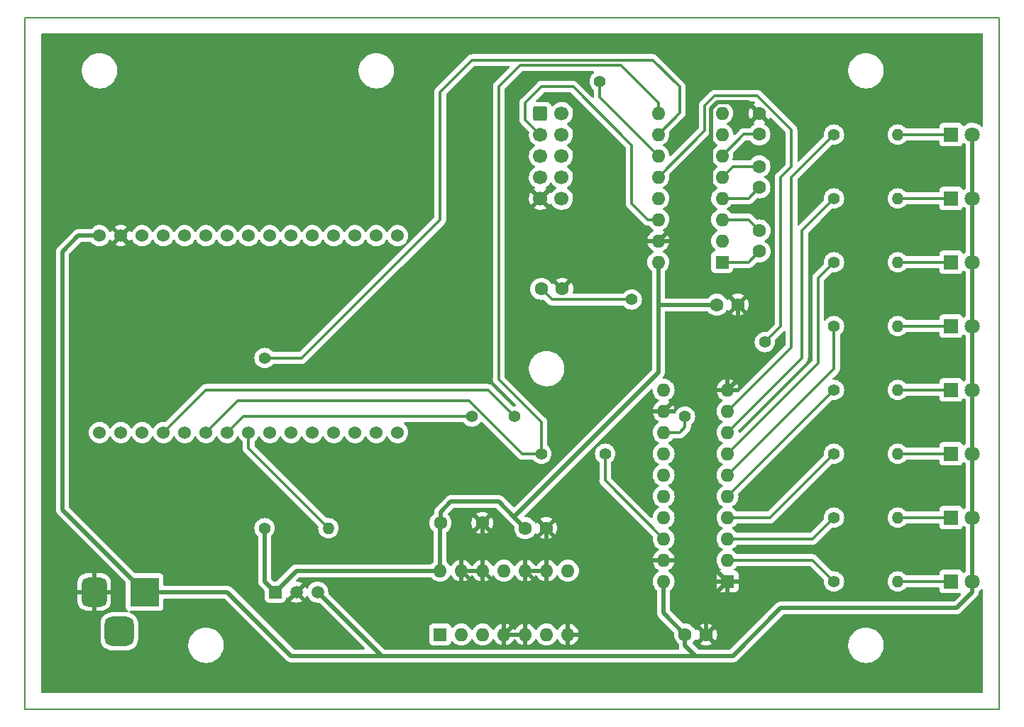
<source format=gbr>
G04 #@! TF.GenerationSoftware,KiCad,Pcbnew,(6.0.5)*
G04 #@! TF.CreationDate,2023-02-13T16:39:57+00:00*
G04 #@! TF.ProjectId,MyRetroWiFiModem,4d795265-7472-46f5-9769-46694d6f6465,1*
G04 #@! TF.SameCoordinates,Original*
G04 #@! TF.FileFunction,Copper,L1,Top*
G04 #@! TF.FilePolarity,Positive*
%FSLAX46Y46*%
G04 Gerber Fmt 4.6, Leading zero omitted, Abs format (unit mm)*
G04 Created by KiCad (PCBNEW (6.0.5)) date 2023-02-13 16:39:57*
%MOMM*%
%LPD*%
G01*
G04 APERTURE LIST*
G04 Aperture macros list*
%AMRoundRect*
0 Rectangle with rounded corners*
0 $1 Rounding radius*
0 $2 $3 $4 $5 $6 $7 $8 $9 X,Y pos of 4 corners*
0 Add a 4 corners polygon primitive as box body*
4,1,4,$2,$3,$4,$5,$6,$7,$8,$9,$2,$3,0*
0 Add four circle primitives for the rounded corners*
1,1,$1+$1,$2,$3*
1,1,$1+$1,$4,$5*
1,1,$1+$1,$6,$7*
1,1,$1+$1,$8,$9*
0 Add four rect primitives between the rounded corners*
20,1,$1+$1,$2,$3,$4,$5,0*
20,1,$1+$1,$4,$5,$6,$7,0*
20,1,$1+$1,$6,$7,$8,$9,0*
20,1,$1+$1,$8,$9,$2,$3,0*%
G04 Aperture macros list end*
G04 #@! TA.AperFunction,Profile*
%ADD10C,0.150000*%
G04 #@! TD*
G04 #@! TA.AperFunction,ComponentPad*
%ADD11C,1.600000*%
G04 #@! TD*
G04 #@! TA.AperFunction,ComponentPad*
%ADD12C,1.400000*%
G04 #@! TD*
G04 #@! TA.AperFunction,ComponentPad*
%ADD13O,1.400000X1.400000*%
G04 #@! TD*
G04 #@! TA.AperFunction,ComponentPad*
%ADD14R,1.600000X1.600000*%
G04 #@! TD*
G04 #@! TA.AperFunction,ComponentPad*
%ADD15O,1.600000X1.600000*%
G04 #@! TD*
G04 #@! TA.AperFunction,ComponentPad*
%ADD16RoundRect,0.250000X-0.600000X-0.600000X0.600000X-0.600000X0.600000X0.600000X-0.600000X0.600000X0*%
G04 #@! TD*
G04 #@! TA.AperFunction,ComponentPad*
%ADD17C,1.700000*%
G04 #@! TD*
G04 #@! TA.AperFunction,ComponentPad*
%ADD18C,1.524000*%
G04 #@! TD*
G04 #@! TA.AperFunction,ComponentPad*
%ADD19R,1.800000X1.800000*%
G04 #@! TD*
G04 #@! TA.AperFunction,ComponentPad*
%ADD20C,1.800000*%
G04 #@! TD*
G04 #@! TA.AperFunction,ComponentPad*
%ADD21R,1.500000X1.500000*%
G04 #@! TD*
G04 #@! TA.AperFunction,ComponentPad*
%ADD22C,1.500000*%
G04 #@! TD*
G04 #@! TA.AperFunction,ComponentPad*
%ADD23R,3.500000X3.500000*%
G04 #@! TD*
G04 #@! TA.AperFunction,ComponentPad*
%ADD24RoundRect,0.750000X-0.750000X-1.000000X0.750000X-1.000000X0.750000X1.000000X-0.750000X1.000000X0*%
G04 #@! TD*
G04 #@! TA.AperFunction,ComponentPad*
%ADD25RoundRect,0.875000X-0.875000X-0.875000X0.875000X-0.875000X0.875000X0.875000X-0.875000X0.875000X0*%
G04 #@! TD*
G04 #@! TA.AperFunction,ViaPad*
%ADD26C,1.400000*%
G04 #@! TD*
G04 #@! TA.AperFunction,Conductor*
%ADD27C,0.380000*%
G04 #@! TD*
G04 #@! TA.AperFunction,Conductor*
%ADD28C,0.500000*%
G04 #@! TD*
G04 APERTURE END LIST*
D10*
X107950000Y-44450000D02*
X224155000Y-44450000D01*
X224155000Y-44450000D02*
X224155000Y-127000000D01*
X224155000Y-127000000D02*
X107950000Y-127000000D01*
X107950000Y-127000000D02*
X107950000Y-44450000D01*
D11*
X169545000Y-76835000D03*
X172045000Y-76835000D03*
D12*
X136525000Y-105405000D03*
D13*
X144145000Y-105405000D03*
D12*
X204470000Y-66040000D03*
D13*
X212090000Y-66040000D03*
D11*
X195570000Y-58395000D03*
X195570000Y-55895000D03*
D14*
X191760000Y-111760000D03*
D15*
X191760000Y-109220000D03*
X191760000Y-106680000D03*
X191760000Y-104140000D03*
X191760000Y-101600000D03*
X191760000Y-99060000D03*
X191760000Y-96520000D03*
X191760000Y-93980000D03*
X191760000Y-91440000D03*
X191760000Y-88900000D03*
X184140000Y-88900000D03*
X184140000Y-91440000D03*
X184140000Y-93980000D03*
X184140000Y-96520000D03*
X184140000Y-99060000D03*
X184140000Y-101600000D03*
X184140000Y-104140000D03*
X184140000Y-106680000D03*
X184140000Y-109220000D03*
X184140000Y-111760000D03*
D16*
X169427500Y-55880000D03*
D17*
X171967500Y-55880000D03*
X169427500Y-58420000D03*
X171967500Y-58420000D03*
X169427500Y-60960000D03*
X171967500Y-60960000D03*
X169427500Y-63500000D03*
X171967500Y-63500000D03*
X169427500Y-66040000D03*
X171967500Y-66040000D03*
D12*
X204470000Y-81280000D03*
D13*
X212090000Y-81280000D03*
D12*
X204470000Y-73660000D03*
D13*
X212090000Y-73660000D03*
D18*
X152400000Y-70485000D03*
X149860000Y-70485000D03*
X147320000Y-70485000D03*
X144780000Y-70485000D03*
X142240000Y-70485000D03*
X139700000Y-70485000D03*
X137160000Y-70485000D03*
X134620000Y-70485000D03*
X132080000Y-70485000D03*
X129540000Y-70485000D03*
X127000000Y-70485000D03*
X124460000Y-70485000D03*
X121920000Y-70485000D03*
X119380000Y-70485000D03*
X116840000Y-70485000D03*
X116840000Y-93980000D03*
X119380000Y-93980000D03*
X121920000Y-93980000D03*
X124460000Y-93980000D03*
X127000000Y-93980000D03*
X129540000Y-93980000D03*
X132080000Y-93980000D03*
X134620000Y-93980000D03*
X137160000Y-93980000D03*
X139700000Y-93980000D03*
X142240000Y-93980000D03*
X144780000Y-93980000D03*
X147320000Y-93980000D03*
X149860000Y-93980000D03*
X152400000Y-93980000D03*
D19*
X218440000Y-81280000D03*
D20*
X220980000Y-81280000D03*
D11*
X195580000Y-72370000D03*
X195580000Y-69870000D03*
D12*
X204470000Y-88900000D03*
D13*
X212090000Y-88900000D03*
D19*
X218440000Y-58420000D03*
D20*
X220980000Y-58420000D03*
D21*
X137795000Y-113030000D03*
D22*
X140335000Y-113030000D03*
X142875000Y-113030000D03*
D23*
X122205000Y-113020000D03*
D24*
X116205000Y-113020000D03*
D25*
X119205000Y-117720000D03*
D14*
X191125000Y-73645000D03*
D15*
X191125000Y-71105000D03*
X191125000Y-68565000D03*
X191125000Y-66025000D03*
X191125000Y-63485000D03*
X191125000Y-60945000D03*
X191125000Y-58405000D03*
X191125000Y-55865000D03*
X183505000Y-55865000D03*
X183505000Y-58405000D03*
X183505000Y-60945000D03*
X183505000Y-63485000D03*
X183505000Y-66025000D03*
X183505000Y-68565000D03*
X183505000Y-71105000D03*
X183505000Y-73645000D03*
D11*
X167640000Y-105410000D03*
X170140000Y-105410000D03*
D12*
X204470000Y-58420000D03*
D13*
X212090000Y-58420000D03*
D11*
X190500000Y-78740000D03*
X193000000Y-78740000D03*
D19*
X218440000Y-88900000D03*
D20*
X220980000Y-88900000D03*
D14*
X157480000Y-118100000D03*
D15*
X160020000Y-118100000D03*
X162560000Y-118100000D03*
X165100000Y-118100000D03*
X167640000Y-118100000D03*
X170180000Y-118100000D03*
X172720000Y-118100000D03*
X172720000Y-110480000D03*
X170180000Y-110480000D03*
X167640000Y-110480000D03*
X165100000Y-110480000D03*
X162560000Y-110480000D03*
X160020000Y-110480000D03*
X157480000Y-110480000D03*
D19*
X218440000Y-104140000D03*
D20*
X220980000Y-104140000D03*
D19*
X218440000Y-66040000D03*
D20*
X220980000Y-66040000D03*
D12*
X204470000Y-96520000D03*
D13*
X212090000Y-96520000D03*
D12*
X204470000Y-111760000D03*
D13*
X212090000Y-111760000D03*
D11*
X186710000Y-118110000D03*
X189210000Y-118110000D03*
D19*
X218440000Y-111760000D03*
D20*
X220980000Y-111760000D03*
D11*
X195570000Y-64725000D03*
X195570000Y-62225000D03*
D19*
X218440000Y-73660000D03*
D20*
X220980000Y-73660000D03*
D12*
X204470000Y-104140000D03*
D13*
X212090000Y-104140000D03*
D11*
X157520000Y-104775000D03*
X162520000Y-104775000D03*
D19*
X218440000Y-96520000D03*
D20*
X220980000Y-96520000D03*
D26*
X180340000Y-78105000D03*
X196215000Y-83185000D03*
X186690000Y-92075000D03*
X166370000Y-92075000D03*
X176530000Y-52070000D03*
X161290000Y-92075000D03*
X136525000Y-85090000D03*
X177165000Y-96520000D03*
X169545000Y-96520000D03*
D27*
X191125000Y-66025000D02*
X194270000Y-66025000D01*
X194270000Y-66025000D02*
X195570000Y-64725000D01*
X192385000Y-62225000D02*
X191125000Y-63485000D01*
X195570000Y-62225000D02*
X192385000Y-62225000D01*
X169545000Y-76835000D02*
X170834511Y-78124511D01*
X170834511Y-78124511D02*
X180320489Y-78124511D01*
X180320489Y-78124511D02*
X180340000Y-78105000D01*
D28*
X193000000Y-87660000D02*
X191760000Y-88900000D01*
X189775489Y-55306013D02*
X190566013Y-54515489D01*
X172085000Y-114300000D02*
X172720000Y-114300000D01*
X176530000Y-114300000D02*
X181610000Y-109220000D01*
X169427500Y-66040000D02*
X174492500Y-71105000D01*
X165100000Y-118100000D02*
X168900000Y-114300000D01*
X167640000Y-110480000D02*
X169555000Y-112395000D01*
X164475000Y-112395000D02*
X165100000Y-112395000D01*
X170180000Y-112395000D02*
X172085000Y-114300000D01*
X183505000Y-71105000D02*
X177775000Y-71105000D01*
X193000000Y-78740000D02*
X193000000Y-87660000D01*
X161925000Y-112385000D02*
X161925000Y-112395000D01*
X170180000Y-110480000D02*
X170180000Y-112395000D01*
X183505000Y-71105000D02*
X189775489Y-64834511D01*
X162560000Y-110480000D02*
X162560000Y-104815000D01*
X172720000Y-118100000D02*
X172720000Y-114300000D01*
X162560000Y-104815000D02*
X162520000Y-104775000D01*
X161925000Y-112395000D02*
X165100000Y-112395000D01*
X189210000Y-114310000D02*
X191760000Y-111760000D01*
X186680000Y-88900000D02*
X184140000Y-91440000D01*
X168900000Y-114300000D02*
X170180000Y-114300000D01*
X183505000Y-71105000D02*
X185365000Y-71105000D01*
X167640000Y-118100000D02*
X167640000Y-116840000D01*
X177775000Y-71105000D02*
X172045000Y-76835000D01*
X189220000Y-109220000D02*
X189220000Y-91440000D01*
X185365000Y-71105000D02*
X193000000Y-78740000D01*
X189220000Y-91440000D02*
X186680000Y-88900000D01*
X181610000Y-109220000D02*
X184140000Y-109220000D01*
X184140000Y-109220000D02*
X189220000Y-109220000D01*
X160020000Y-110480000D02*
X161925000Y-112385000D01*
X194190489Y-54515489D02*
X195570000Y-55895000D01*
X189775489Y-64834511D02*
X189775489Y-55306013D01*
X170180000Y-114300000D02*
X172085000Y-114300000D01*
X162560000Y-110480000D02*
X164475000Y-112395000D01*
X189210000Y-118110000D02*
X189210000Y-114310000D01*
X170180000Y-105450000D02*
X170140000Y-105410000D01*
X189220000Y-109220000D02*
X191760000Y-111760000D01*
X190566013Y-54515489D02*
X194190489Y-54515489D01*
X170180000Y-110480000D02*
X170180000Y-105450000D01*
X191760000Y-88900000D02*
X186680000Y-88900000D01*
X169555000Y-112395000D02*
X170180000Y-112395000D01*
X167640000Y-116840000D02*
X170180000Y-114300000D01*
X174492500Y-71105000D02*
X177775000Y-71105000D01*
X172720000Y-114300000D02*
X176530000Y-114300000D01*
X165100000Y-112395000D02*
X169555000Y-112395000D01*
D27*
X195570000Y-58395000D02*
X193675000Y-58395000D01*
X193675000Y-58395000D02*
X191125000Y-60945000D01*
D28*
X166290489Y-104060489D02*
X167640000Y-105410000D01*
X190500000Y-78740000D02*
X183515000Y-78740000D01*
X157480000Y-110480000D02*
X157480000Y-104815000D01*
X183505000Y-86845978D02*
X166290489Y-104060489D01*
X158750000Y-102235000D02*
X164465000Y-102235000D01*
X137795000Y-113030000D02*
X140345000Y-110480000D01*
X136525000Y-105405000D02*
X136525000Y-111760000D01*
X183515000Y-78740000D02*
X183505000Y-78730000D01*
X136525000Y-111760000D02*
X137795000Y-113030000D01*
X157520000Y-103465000D02*
X158750000Y-102235000D01*
X157520000Y-104775000D02*
X157520000Y-103465000D01*
X157480000Y-104815000D02*
X157520000Y-104775000D01*
X183505000Y-73645000D02*
X183505000Y-78730000D01*
X140345000Y-110480000D02*
X157480000Y-110480000D01*
X183505000Y-78730000D02*
X183505000Y-86845978D01*
X164465000Y-102235000D02*
X166290489Y-104060489D01*
X184140000Y-111760000D02*
X184140000Y-115540000D01*
X186710000Y-119400000D02*
X186710000Y-118110000D01*
X220980000Y-58420000D02*
X220980000Y-111760000D01*
X139700000Y-120650000D02*
X151130000Y-120650000D01*
X132070000Y-113020000D02*
X122205000Y-113020000D01*
X220980000Y-111760000D02*
X220980000Y-113032792D01*
X112395000Y-103210000D02*
X122205000Y-113020000D01*
X151130000Y-120650000D02*
X187960000Y-120650000D01*
X184140000Y-115540000D02*
X186710000Y-118110000D01*
X114300000Y-70485000D02*
X112395000Y-72390000D01*
X150495000Y-120650000D02*
X151130000Y-120650000D01*
X219077792Y-114935000D02*
X198120000Y-114935000D01*
X187960000Y-120650000D02*
X186710000Y-119400000D01*
X198120000Y-114935000D02*
X192405000Y-120650000D01*
X220980000Y-113032792D02*
X219077792Y-114935000D01*
X142875000Y-113030000D02*
X150495000Y-120650000D01*
X116840000Y-70485000D02*
X114300000Y-70485000D01*
X112395000Y-72390000D02*
X112395000Y-103210000D01*
X132070000Y-113020000D02*
X139700000Y-120650000D01*
X192405000Y-120650000D02*
X187960000Y-120650000D01*
D27*
X191125000Y-73645000D02*
X194305000Y-73645000D01*
X194305000Y-73645000D02*
X195580000Y-72370000D01*
X191125000Y-68565000D02*
X194275000Y-68565000D01*
X194275000Y-68565000D02*
X195580000Y-69870000D01*
X212090000Y-111760000D02*
X218440000Y-111760000D01*
X212090000Y-104140000D02*
X218440000Y-104140000D01*
X212090000Y-96520000D02*
X218440000Y-96520000D01*
X212090000Y-88900000D02*
X218440000Y-88900000D01*
X212090000Y-81280000D02*
X218440000Y-81280000D01*
X212090000Y-73660000D02*
X218440000Y-73660000D01*
X212090000Y-66040000D02*
X218440000Y-66040000D01*
X212090000Y-58420000D02*
X218440000Y-58420000D01*
X167640000Y-54610000D02*
X169545000Y-52705000D01*
X182230000Y-68565000D02*
X183505000Y-68565000D01*
X169427500Y-58420000D02*
X167640000Y-56632500D01*
X180340000Y-66675000D02*
X182230000Y-68565000D01*
X169545000Y-52705000D02*
X173355000Y-52705000D01*
X173355000Y-52705000D02*
X180340000Y-59690000D01*
X167640000Y-56632500D02*
X167640000Y-54610000D01*
X180340000Y-59690000D02*
X180340000Y-66675000D01*
X201930000Y-109220000D02*
X204470000Y-111760000D01*
X191760000Y-109220000D02*
X201930000Y-109220000D01*
X191760000Y-106680000D02*
X201930000Y-106680000D01*
X201930000Y-106680000D02*
X204470000Y-104140000D01*
X191760000Y-104140000D02*
X196850000Y-104140000D01*
X196850000Y-104140000D02*
X204470000Y-96520000D01*
X191760000Y-101600000D02*
X204460000Y-88900000D01*
X204460000Y-88900000D02*
X204470000Y-88900000D01*
X204470000Y-86350000D02*
X204470000Y-81280000D01*
X191760000Y-99060000D02*
X204470000Y-86350000D01*
X191760000Y-96520000D02*
X202565000Y-85715000D01*
X202565000Y-85715000D02*
X202565000Y-75565000D01*
X202565000Y-75565000D02*
X204470000Y-73660000D01*
X200660000Y-85080000D02*
X200660000Y-69850000D01*
X191760000Y-93980000D02*
X200660000Y-85080000D01*
X200660000Y-69850000D02*
X204470000Y-66040000D01*
X191760000Y-91440000D02*
X198110000Y-85090000D01*
X198110000Y-85090000D02*
X198120000Y-85090000D01*
X198120000Y-85090000D02*
X199390000Y-83820000D01*
X199390000Y-83820000D02*
X199390000Y-63500000D01*
X199390000Y-63500000D02*
X204470000Y-58420000D01*
X134620000Y-95880000D02*
X134620000Y-93980000D01*
X144145000Y-105405000D02*
X134620000Y-95880000D01*
X183505000Y-63485000D02*
X189035969Y-57954031D01*
X199390000Y-57891355D02*
X199390000Y-59690000D01*
X195274614Y-53775969D02*
X199390000Y-57891355D01*
X189035969Y-57954031D02*
X189035969Y-54999693D01*
X190259694Y-53775969D02*
X195274614Y-53775969D01*
X166370000Y-92075000D02*
X163195000Y-88900000D01*
X198120000Y-63500000D02*
X198120000Y-80645000D01*
X129540000Y-88900000D02*
X124460000Y-93980000D01*
X186055000Y-93980000D02*
X184140000Y-93980000D01*
X199390000Y-59690000D02*
X199390000Y-62230000D01*
X189035969Y-54999693D02*
X190259694Y-53775969D01*
X198120000Y-80645000D02*
X198120000Y-81280000D01*
X163195000Y-88900000D02*
X129540000Y-88900000D01*
X186690000Y-92075000D02*
X186690000Y-93345000D01*
X186690000Y-93345000D02*
X186055000Y-93980000D01*
X199390000Y-62230000D02*
X198120000Y-63500000D01*
X198120000Y-81280000D02*
X196215000Y-83185000D01*
X176530000Y-53970000D02*
X183505000Y-60945000D01*
X176530000Y-52070000D02*
X176530000Y-53970000D01*
X161290000Y-92075000D02*
X133985000Y-92075000D01*
X133985000Y-92075000D02*
X132080000Y-93980000D01*
X157480000Y-68580000D02*
X152400000Y-73660000D01*
X152400000Y-73660000D02*
X140970000Y-85090000D01*
X182880000Y-49530000D02*
X161290000Y-49530000D01*
X157480000Y-53340000D02*
X157480000Y-59690000D01*
X186055000Y-55855000D02*
X186055000Y-52705000D01*
X183505000Y-58405000D02*
X186055000Y-55855000D01*
X140970000Y-85090000D02*
X136525000Y-85090000D01*
X186055000Y-52705000D02*
X182880000Y-49530000D01*
X157480000Y-59690000D02*
X157480000Y-68580000D01*
X161290000Y-49530000D02*
X157480000Y-53340000D01*
X183505000Y-55865000D02*
X183505000Y-54600000D01*
X177165000Y-99705000D02*
X184140000Y-106680000D01*
X167005000Y-50165000D02*
X164465000Y-52705000D01*
X169545000Y-92710000D02*
X169545000Y-96520000D01*
X133350000Y-90170000D02*
X129540000Y-93980000D01*
X167275802Y-96520000D02*
X160925802Y-90170000D01*
X169545000Y-96520000D02*
X167275802Y-96520000D01*
X164465000Y-52705000D02*
X164465000Y-87630000D01*
X160925802Y-90170000D02*
X133350000Y-90170000D01*
X183505000Y-54600000D02*
X179070000Y-50165000D01*
X164465000Y-87630000D02*
X169545000Y-92710000D01*
X179070000Y-50165000D02*
X167005000Y-50165000D01*
X177165000Y-96520000D02*
X177165000Y-99705000D01*
G04 #@! TA.AperFunction,Conductor*
G36*
X222192121Y-46375002D02*
G01*
X222238614Y-46428658D01*
X222250000Y-46481000D01*
X222250000Y-57397082D01*
X222229998Y-57465203D01*
X222176342Y-57511696D01*
X222106068Y-57521800D01*
X222041488Y-57492306D01*
X222030806Y-57481881D01*
X221968481Y-57413387D01*
X221943887Y-57386358D01*
X221939836Y-57383159D01*
X221939832Y-57383155D01*
X221766177Y-57246011D01*
X221766172Y-57246008D01*
X221762123Y-57242810D01*
X221757607Y-57240317D01*
X221757604Y-57240315D01*
X221563879Y-57133373D01*
X221563875Y-57133371D01*
X221559355Y-57130876D01*
X221554486Y-57129152D01*
X221554482Y-57129150D01*
X221345903Y-57055288D01*
X221345899Y-57055287D01*
X221341028Y-57053562D01*
X221335935Y-57052655D01*
X221335932Y-57052654D01*
X221118095Y-57013851D01*
X221118089Y-57013850D01*
X221113006Y-57012945D01*
X221040096Y-57012054D01*
X220886581Y-57010179D01*
X220886579Y-57010179D01*
X220881411Y-57010116D01*
X220652464Y-57045150D01*
X220432314Y-57117106D01*
X220427726Y-57119494D01*
X220427722Y-57119496D01*
X220258931Y-57207363D01*
X220226872Y-57224052D01*
X220222739Y-57227155D01*
X220222736Y-57227157D01*
X220083843Y-57331441D01*
X220041655Y-57363117D01*
X220032625Y-57372566D01*
X220024170Y-57381414D01*
X219962646Y-57416844D01*
X219891733Y-57413387D01*
X219833947Y-57372141D01*
X219815094Y-57338592D01*
X219793768Y-57281705D01*
X219793767Y-57281703D01*
X219790615Y-57273295D01*
X219703261Y-57156739D01*
X219586705Y-57069385D01*
X219450316Y-57018255D01*
X219388134Y-57011500D01*
X217491866Y-57011500D01*
X217429684Y-57018255D01*
X217293295Y-57069385D01*
X217176739Y-57156739D01*
X217089385Y-57273295D01*
X217038255Y-57409684D01*
X217031500Y-57471866D01*
X217031500Y-57595500D01*
X217011498Y-57663621D01*
X216957842Y-57710114D01*
X216905500Y-57721500D01*
X213141803Y-57721500D01*
X213073682Y-57701498D01*
X213038591Y-57667772D01*
X213022462Y-57644738D01*
X213022460Y-57644736D01*
X213019301Y-57640224D01*
X212869776Y-57490699D01*
X212696558Y-57369411D01*
X212691580Y-57367090D01*
X212691577Y-57367088D01*
X212509892Y-57282367D01*
X212509891Y-57282366D01*
X212504910Y-57280044D01*
X212499602Y-57278622D01*
X212499600Y-57278621D01*
X212305970Y-57226738D01*
X212305968Y-57226738D01*
X212300655Y-57225314D01*
X212090000Y-57206884D01*
X211879345Y-57225314D01*
X211874032Y-57226738D01*
X211874030Y-57226738D01*
X211680400Y-57278621D01*
X211680398Y-57278622D01*
X211675090Y-57280044D01*
X211670109Y-57282366D01*
X211670108Y-57282367D01*
X211488423Y-57367088D01*
X211488420Y-57367090D01*
X211483442Y-57369411D01*
X211310224Y-57490699D01*
X211160699Y-57640224D01*
X211039411Y-57813442D01*
X211037090Y-57818420D01*
X211037088Y-57818423D01*
X210975235Y-57951067D01*
X210950044Y-58005090D01*
X210948622Y-58010398D01*
X210948621Y-58010400D01*
X210900721Y-58189167D01*
X210895314Y-58209345D01*
X210876884Y-58420000D01*
X210895314Y-58630655D01*
X210950044Y-58834910D01*
X210952366Y-58839891D01*
X210952367Y-58839892D01*
X210990567Y-58921811D01*
X211039411Y-59026558D01*
X211160699Y-59199776D01*
X211310224Y-59349301D01*
X211483442Y-59470589D01*
X211488420Y-59472910D01*
X211488423Y-59472912D01*
X211642693Y-59544849D01*
X211675090Y-59559956D01*
X211680398Y-59561378D01*
X211680400Y-59561379D01*
X211874030Y-59613262D01*
X211874032Y-59613262D01*
X211879345Y-59614686D01*
X212090000Y-59633116D01*
X212300655Y-59614686D01*
X212305968Y-59613262D01*
X212305970Y-59613262D01*
X212499600Y-59561379D01*
X212499602Y-59561378D01*
X212504910Y-59559956D01*
X212537307Y-59544849D01*
X212691577Y-59472912D01*
X212691580Y-59472910D01*
X212696558Y-59470589D01*
X212869776Y-59349301D01*
X213019301Y-59199776D01*
X213022462Y-59195262D01*
X213038591Y-59172228D01*
X213094048Y-59127900D01*
X213141803Y-59118500D01*
X216905500Y-59118500D01*
X216973621Y-59138502D01*
X217020114Y-59192158D01*
X217031500Y-59244500D01*
X217031500Y-59368134D01*
X217038255Y-59430316D01*
X217089385Y-59566705D01*
X217176739Y-59683261D01*
X217293295Y-59770615D01*
X217429684Y-59821745D01*
X217491866Y-59828500D01*
X219388134Y-59828500D01*
X219450316Y-59821745D01*
X219586705Y-59770615D01*
X219703261Y-59683261D01*
X219790615Y-59566705D01*
X219815180Y-59501178D01*
X219857822Y-59444414D01*
X219924383Y-59419714D01*
X219993732Y-59434921D01*
X220013647Y-59448464D01*
X220168517Y-59577039D01*
X220169349Y-59577730D01*
X220169206Y-59577902D01*
X220212101Y-59631570D01*
X220221500Y-59679321D01*
X220221500Y-64785127D01*
X220201498Y-64853248D01*
X220171154Y-64885886D01*
X220041655Y-64983117D01*
X220032625Y-64992566D01*
X220024170Y-65001414D01*
X219962646Y-65036844D01*
X219891733Y-65033387D01*
X219833947Y-64992141D01*
X219815094Y-64958592D01*
X219793768Y-64901705D01*
X219793767Y-64901703D01*
X219790615Y-64893295D01*
X219703261Y-64776739D01*
X219586705Y-64689385D01*
X219450316Y-64638255D01*
X219388134Y-64631500D01*
X217491866Y-64631500D01*
X217429684Y-64638255D01*
X217293295Y-64689385D01*
X217176739Y-64776739D01*
X217089385Y-64893295D01*
X217038255Y-65029684D01*
X217031500Y-65091866D01*
X217031500Y-65215500D01*
X217011498Y-65283621D01*
X216957842Y-65330114D01*
X216905500Y-65341500D01*
X213141803Y-65341500D01*
X213073682Y-65321498D01*
X213038591Y-65287772D01*
X213022462Y-65264738D01*
X213022460Y-65264736D01*
X213019301Y-65260224D01*
X212869776Y-65110699D01*
X212696558Y-64989411D01*
X212691580Y-64987090D01*
X212691577Y-64987088D01*
X212509892Y-64902367D01*
X212509891Y-64902366D01*
X212504910Y-64900044D01*
X212499602Y-64898622D01*
X212499600Y-64898621D01*
X212305970Y-64846738D01*
X212305968Y-64846738D01*
X212300655Y-64845314D01*
X212090000Y-64826884D01*
X211879345Y-64845314D01*
X211874032Y-64846738D01*
X211874030Y-64846738D01*
X211680400Y-64898621D01*
X211680398Y-64898622D01*
X211675090Y-64900044D01*
X211670109Y-64902366D01*
X211670108Y-64902367D01*
X211488423Y-64987088D01*
X211488420Y-64987090D01*
X211483442Y-64989411D01*
X211310224Y-65110699D01*
X211160699Y-65260224D01*
X211039411Y-65433442D01*
X211037090Y-65438420D01*
X211037088Y-65438423D01*
X210973048Y-65575757D01*
X210950044Y-65625090D01*
X210948622Y-65630398D01*
X210948621Y-65630400D01*
X210921612Y-65731198D01*
X210895314Y-65829345D01*
X210876884Y-66040000D01*
X210895314Y-66250655D01*
X210950044Y-66454910D01*
X210952366Y-66459891D01*
X210952367Y-66459892D01*
X211035458Y-66638080D01*
X211039411Y-66646558D01*
X211160699Y-66819776D01*
X211310224Y-66969301D01*
X211483442Y-67090589D01*
X211488420Y-67092910D01*
X211488423Y-67092912D01*
X211657829Y-67171907D01*
X211675090Y-67179956D01*
X211680398Y-67181378D01*
X211680400Y-67181379D01*
X211874030Y-67233262D01*
X211874032Y-67233262D01*
X211879345Y-67234686D01*
X212090000Y-67253116D01*
X212300655Y-67234686D01*
X212305968Y-67233262D01*
X212305970Y-67233262D01*
X212499600Y-67181379D01*
X212499602Y-67181378D01*
X212504910Y-67179956D01*
X212522171Y-67171907D01*
X212691577Y-67092912D01*
X212691580Y-67092910D01*
X212696558Y-67090589D01*
X212869776Y-66969301D01*
X213019301Y-66819776D01*
X213022462Y-66815262D01*
X213038591Y-66792228D01*
X213094048Y-66747900D01*
X213141803Y-66738500D01*
X216905500Y-66738500D01*
X216973621Y-66758502D01*
X217020114Y-66812158D01*
X217031500Y-66864500D01*
X217031500Y-66988134D01*
X217038255Y-67050316D01*
X217089385Y-67186705D01*
X217176739Y-67303261D01*
X217293295Y-67390615D01*
X217429684Y-67441745D01*
X217491866Y-67448500D01*
X219388134Y-67448500D01*
X219450316Y-67441745D01*
X219586705Y-67390615D01*
X219703261Y-67303261D01*
X219790615Y-67186705D01*
X219815180Y-67121178D01*
X219857822Y-67064414D01*
X219924383Y-67039714D01*
X219993732Y-67054921D01*
X220013647Y-67068464D01*
X220168517Y-67197039D01*
X220169349Y-67197730D01*
X220169206Y-67197902D01*
X220212101Y-67251570D01*
X220221500Y-67299321D01*
X220221500Y-72405127D01*
X220201498Y-72473248D01*
X220171154Y-72505886D01*
X220041655Y-72603117D01*
X220032625Y-72612566D01*
X220024170Y-72621414D01*
X219962646Y-72656844D01*
X219891733Y-72653387D01*
X219833947Y-72612141D01*
X219815094Y-72578592D01*
X219793768Y-72521705D01*
X219793767Y-72521703D01*
X219790615Y-72513295D01*
X219703261Y-72396739D01*
X219586705Y-72309385D01*
X219450316Y-72258255D01*
X219388134Y-72251500D01*
X217491866Y-72251500D01*
X217429684Y-72258255D01*
X217293295Y-72309385D01*
X217176739Y-72396739D01*
X217089385Y-72513295D01*
X217038255Y-72649684D01*
X217031500Y-72711866D01*
X217031500Y-72835500D01*
X217011498Y-72903621D01*
X216957842Y-72950114D01*
X216905500Y-72961500D01*
X213141803Y-72961500D01*
X213073682Y-72941498D01*
X213038591Y-72907772D01*
X213022462Y-72884738D01*
X213022460Y-72884736D01*
X213019301Y-72880224D01*
X212869776Y-72730699D01*
X212696558Y-72609411D01*
X212691580Y-72607090D01*
X212691577Y-72607088D01*
X212509892Y-72522367D01*
X212509891Y-72522366D01*
X212504910Y-72520044D01*
X212499602Y-72518622D01*
X212499600Y-72518621D01*
X212305970Y-72466738D01*
X212305968Y-72466738D01*
X212300655Y-72465314D01*
X212090000Y-72446884D01*
X211879345Y-72465314D01*
X211874032Y-72466738D01*
X211874030Y-72466738D01*
X211680400Y-72518621D01*
X211680398Y-72518622D01*
X211675090Y-72520044D01*
X211670109Y-72522366D01*
X211670108Y-72522367D01*
X211488423Y-72607088D01*
X211488420Y-72607090D01*
X211483442Y-72609411D01*
X211310224Y-72730699D01*
X211160699Y-72880224D01*
X211039411Y-73053442D01*
X211037090Y-73058420D01*
X211037088Y-73058423D01*
X210962584Y-73218197D01*
X210950044Y-73245090D01*
X210895314Y-73449345D01*
X210876884Y-73660000D01*
X210895314Y-73870655D01*
X210950044Y-74074910D01*
X210952366Y-74079891D01*
X210952367Y-74079892D01*
X211035458Y-74258080D01*
X211039411Y-74266558D01*
X211160699Y-74439776D01*
X211310224Y-74589301D01*
X211483442Y-74710589D01*
X211488420Y-74712910D01*
X211488423Y-74712912D01*
X211670108Y-74797633D01*
X211675090Y-74799956D01*
X211680398Y-74801378D01*
X211680400Y-74801379D01*
X211874030Y-74853262D01*
X211874032Y-74853262D01*
X211879345Y-74854686D01*
X212090000Y-74873116D01*
X212300655Y-74854686D01*
X212305968Y-74853262D01*
X212305970Y-74853262D01*
X212499600Y-74801379D01*
X212499602Y-74801378D01*
X212504910Y-74799956D01*
X212509892Y-74797633D01*
X212691577Y-74712912D01*
X212691580Y-74712910D01*
X212696558Y-74710589D01*
X212869776Y-74589301D01*
X213019301Y-74439776D01*
X213022462Y-74435262D01*
X213038591Y-74412228D01*
X213094048Y-74367900D01*
X213141803Y-74358500D01*
X216905500Y-74358500D01*
X216973621Y-74378502D01*
X217020114Y-74432158D01*
X217031500Y-74484500D01*
X217031500Y-74608134D01*
X217038255Y-74670316D01*
X217089385Y-74806705D01*
X217176739Y-74923261D01*
X217293295Y-75010615D01*
X217429684Y-75061745D01*
X217491866Y-75068500D01*
X219388134Y-75068500D01*
X219450316Y-75061745D01*
X219586705Y-75010615D01*
X219703261Y-74923261D01*
X219790615Y-74806705D01*
X219815180Y-74741178D01*
X219857822Y-74684414D01*
X219924383Y-74659714D01*
X219993732Y-74674921D01*
X220013647Y-74688464D01*
X220036497Y-74707434D01*
X220168517Y-74817039D01*
X220169349Y-74817730D01*
X220169206Y-74817902D01*
X220212101Y-74871570D01*
X220221500Y-74919321D01*
X220221500Y-80025127D01*
X220201498Y-80093248D01*
X220171154Y-80125886D01*
X220041655Y-80223117D01*
X220032625Y-80232566D01*
X220024170Y-80241414D01*
X219962646Y-80276844D01*
X219891733Y-80273387D01*
X219833947Y-80232141D01*
X219815094Y-80198592D01*
X219793768Y-80141705D01*
X219793767Y-80141703D01*
X219790615Y-80133295D01*
X219703261Y-80016739D01*
X219586705Y-79929385D01*
X219450316Y-79878255D01*
X219388134Y-79871500D01*
X217491866Y-79871500D01*
X217429684Y-79878255D01*
X217293295Y-79929385D01*
X217176739Y-80016739D01*
X217089385Y-80133295D01*
X217038255Y-80269684D01*
X217031500Y-80331866D01*
X217031500Y-80455500D01*
X217011498Y-80523621D01*
X216957842Y-80570114D01*
X216905500Y-80581500D01*
X213141803Y-80581500D01*
X213073682Y-80561498D01*
X213038591Y-80527772D01*
X213022462Y-80504738D01*
X213022460Y-80504736D01*
X213019301Y-80500224D01*
X212869776Y-80350699D01*
X212696558Y-80229411D01*
X212691580Y-80227090D01*
X212691577Y-80227088D01*
X212509892Y-80142367D01*
X212509891Y-80142366D01*
X212504910Y-80140044D01*
X212499602Y-80138622D01*
X212499600Y-80138621D01*
X212305970Y-80086738D01*
X212305968Y-80086738D01*
X212300655Y-80085314D01*
X212090000Y-80066884D01*
X211879345Y-80085314D01*
X211874032Y-80086738D01*
X211874030Y-80086738D01*
X211680400Y-80138621D01*
X211680398Y-80138622D01*
X211675090Y-80140044D01*
X211670109Y-80142366D01*
X211670108Y-80142367D01*
X211488423Y-80227088D01*
X211488420Y-80227090D01*
X211483442Y-80229411D01*
X211310224Y-80350699D01*
X211160699Y-80500224D01*
X211039411Y-80673442D01*
X210950044Y-80865090D01*
X210948622Y-80870398D01*
X210948621Y-80870400D01*
X210916394Y-80990672D01*
X210895314Y-81069345D01*
X210876884Y-81280000D01*
X210895314Y-81490655D01*
X210950044Y-81694910D01*
X210952366Y-81699891D01*
X210952367Y-81699892D01*
X211035140Y-81877398D01*
X211039411Y-81886558D01*
X211160699Y-82059776D01*
X211310224Y-82209301D01*
X211483442Y-82330589D01*
X211488420Y-82332910D01*
X211488423Y-82332912D01*
X211549040Y-82361178D01*
X211675090Y-82419956D01*
X211680398Y-82421378D01*
X211680400Y-82421379D01*
X211874030Y-82473262D01*
X211874032Y-82473262D01*
X211879345Y-82474686D01*
X212090000Y-82493116D01*
X212300655Y-82474686D01*
X212305968Y-82473262D01*
X212305970Y-82473262D01*
X212499600Y-82421379D01*
X212499602Y-82421378D01*
X212504910Y-82419956D01*
X212630960Y-82361178D01*
X212691577Y-82332912D01*
X212691580Y-82332910D01*
X212696558Y-82330589D01*
X212869776Y-82209301D01*
X213019301Y-82059776D01*
X213022462Y-82055262D01*
X213038591Y-82032228D01*
X213094048Y-81987900D01*
X213141803Y-81978500D01*
X216905500Y-81978500D01*
X216973621Y-81998502D01*
X217020114Y-82052158D01*
X217031500Y-82104500D01*
X217031500Y-82228134D01*
X217038255Y-82290316D01*
X217089385Y-82426705D01*
X217176739Y-82543261D01*
X217293295Y-82630615D01*
X217429684Y-82681745D01*
X217491866Y-82688500D01*
X219388134Y-82688500D01*
X219450316Y-82681745D01*
X219586705Y-82630615D01*
X219703261Y-82543261D01*
X219790615Y-82426705D01*
X219815180Y-82361178D01*
X219857822Y-82304414D01*
X219924383Y-82279714D01*
X219993732Y-82294921D01*
X220013647Y-82308464D01*
X220168517Y-82437039D01*
X220169349Y-82437730D01*
X220169206Y-82437902D01*
X220212101Y-82491570D01*
X220221500Y-82539321D01*
X220221500Y-87645127D01*
X220201498Y-87713248D01*
X220171154Y-87745886D01*
X220149057Y-87762477D01*
X220069237Y-87822408D01*
X220041655Y-87843117D01*
X220032625Y-87852566D01*
X220024170Y-87861414D01*
X219962646Y-87896844D01*
X219891733Y-87893387D01*
X219833947Y-87852141D01*
X219815094Y-87818592D01*
X219793768Y-87761705D01*
X219793767Y-87761703D01*
X219790615Y-87753295D01*
X219703261Y-87636739D01*
X219586705Y-87549385D01*
X219450316Y-87498255D01*
X219388134Y-87491500D01*
X217491866Y-87491500D01*
X217429684Y-87498255D01*
X217293295Y-87549385D01*
X217176739Y-87636739D01*
X217089385Y-87753295D01*
X217038255Y-87889684D01*
X217031500Y-87951866D01*
X217031500Y-88075500D01*
X217011498Y-88143621D01*
X216957842Y-88190114D01*
X216905500Y-88201500D01*
X213141803Y-88201500D01*
X213073682Y-88181498D01*
X213038591Y-88147772D01*
X213022462Y-88124738D01*
X213022460Y-88124736D01*
X213019301Y-88120224D01*
X212869776Y-87970699D01*
X212696558Y-87849411D01*
X212691580Y-87847090D01*
X212691577Y-87847088D01*
X212509892Y-87762367D01*
X212509891Y-87762366D01*
X212504910Y-87760044D01*
X212499602Y-87758622D01*
X212499600Y-87758621D01*
X212305970Y-87706738D01*
X212305968Y-87706738D01*
X212300655Y-87705314D01*
X212090000Y-87686884D01*
X211879345Y-87705314D01*
X211874032Y-87706738D01*
X211874030Y-87706738D01*
X211680400Y-87758621D01*
X211680398Y-87758622D01*
X211675090Y-87760044D01*
X211670109Y-87762366D01*
X211670108Y-87762367D01*
X211488423Y-87847088D01*
X211488420Y-87847090D01*
X211483442Y-87849411D01*
X211310224Y-87970699D01*
X211160699Y-88120224D01*
X211039411Y-88293442D01*
X211037090Y-88298420D01*
X211037088Y-88298423D01*
X210963497Y-88456239D01*
X210950044Y-88485090D01*
X210948622Y-88490398D01*
X210948621Y-88490400D01*
X210896738Y-88684030D01*
X210895314Y-88689345D01*
X210876884Y-88900000D01*
X210895314Y-89110655D01*
X210896738Y-89115968D01*
X210896738Y-89115970D01*
X210910284Y-89166522D01*
X210950044Y-89314910D01*
X210952366Y-89319891D01*
X210952367Y-89319892D01*
X210963578Y-89343933D01*
X211039411Y-89506558D01*
X211160699Y-89679776D01*
X211310224Y-89829301D01*
X211483442Y-89950589D01*
X211488420Y-89952910D01*
X211488423Y-89952912D01*
X211549040Y-89981178D01*
X211675090Y-90039956D01*
X211680398Y-90041378D01*
X211680400Y-90041379D01*
X211874030Y-90093262D01*
X211874032Y-90093262D01*
X211879345Y-90094686D01*
X212090000Y-90113116D01*
X212300655Y-90094686D01*
X212305968Y-90093262D01*
X212305970Y-90093262D01*
X212499600Y-90041379D01*
X212499602Y-90041378D01*
X212504910Y-90039956D01*
X212630960Y-89981178D01*
X212691577Y-89952912D01*
X212691580Y-89952910D01*
X212696558Y-89950589D01*
X212869776Y-89829301D01*
X213019301Y-89679776D01*
X213022462Y-89675262D01*
X213038591Y-89652228D01*
X213094048Y-89607900D01*
X213141803Y-89598500D01*
X216905500Y-89598500D01*
X216973621Y-89618502D01*
X217020114Y-89672158D01*
X217031500Y-89724500D01*
X217031500Y-89848134D01*
X217038255Y-89910316D01*
X217089385Y-90046705D01*
X217176739Y-90163261D01*
X217293295Y-90250615D01*
X217429684Y-90301745D01*
X217491866Y-90308500D01*
X219388134Y-90308500D01*
X219450316Y-90301745D01*
X219586705Y-90250615D01*
X219703261Y-90163261D01*
X219790615Y-90046705D01*
X219815180Y-89981178D01*
X219857822Y-89924414D01*
X219924383Y-89899714D01*
X219993732Y-89914921D01*
X220013647Y-89928464D01*
X220168517Y-90057039D01*
X220169349Y-90057730D01*
X220169206Y-90057902D01*
X220212101Y-90111570D01*
X220221500Y-90159321D01*
X220221500Y-95265127D01*
X220201498Y-95333248D01*
X220171154Y-95365886D01*
X220041655Y-95463117D01*
X220032625Y-95472566D01*
X220024170Y-95481414D01*
X219962646Y-95516844D01*
X219891733Y-95513387D01*
X219833947Y-95472141D01*
X219815094Y-95438592D01*
X219793768Y-95381705D01*
X219793767Y-95381703D01*
X219790615Y-95373295D01*
X219703261Y-95256739D01*
X219586705Y-95169385D01*
X219450316Y-95118255D01*
X219388134Y-95111500D01*
X217491866Y-95111500D01*
X217429684Y-95118255D01*
X217293295Y-95169385D01*
X217176739Y-95256739D01*
X217089385Y-95373295D01*
X217038255Y-95509684D01*
X217031500Y-95571866D01*
X217031500Y-95695500D01*
X217011498Y-95763621D01*
X216957842Y-95810114D01*
X216905500Y-95821500D01*
X213141803Y-95821500D01*
X213073682Y-95801498D01*
X213038591Y-95767772D01*
X213022462Y-95744738D01*
X213022460Y-95744736D01*
X213019301Y-95740224D01*
X212869776Y-95590699D01*
X212696558Y-95469411D01*
X212691580Y-95467090D01*
X212691577Y-95467088D01*
X212509892Y-95382367D01*
X212509891Y-95382366D01*
X212504910Y-95380044D01*
X212499602Y-95378622D01*
X212499600Y-95378621D01*
X212305970Y-95326738D01*
X212305968Y-95326738D01*
X212300655Y-95325314D01*
X212090000Y-95306884D01*
X211879345Y-95325314D01*
X211874032Y-95326738D01*
X211874030Y-95326738D01*
X211680400Y-95378621D01*
X211680398Y-95378622D01*
X211675090Y-95380044D01*
X211670109Y-95382366D01*
X211670108Y-95382367D01*
X211488423Y-95467088D01*
X211488420Y-95467090D01*
X211483442Y-95469411D01*
X211310224Y-95590699D01*
X211160699Y-95740224D01*
X211039411Y-95913442D01*
X211037090Y-95918420D01*
X211037088Y-95918423D01*
X210960171Y-96083372D01*
X210950044Y-96105090D01*
X210948622Y-96110398D01*
X210948621Y-96110400D01*
X210896738Y-96304030D01*
X210895314Y-96309345D01*
X210876884Y-96520000D01*
X210895314Y-96730655D01*
X210896738Y-96735968D01*
X210896738Y-96735970D01*
X210898517Y-96742607D01*
X210950044Y-96934910D01*
X210952366Y-96939891D01*
X210952367Y-96939892D01*
X211035034Y-97117171D01*
X211039411Y-97126558D01*
X211160699Y-97299776D01*
X211310224Y-97449301D01*
X211483442Y-97570589D01*
X211488420Y-97572910D01*
X211488423Y-97572912D01*
X211549040Y-97601178D01*
X211675090Y-97659956D01*
X211680398Y-97661378D01*
X211680400Y-97661379D01*
X211874030Y-97713262D01*
X211874032Y-97713262D01*
X211879345Y-97714686D01*
X212090000Y-97733116D01*
X212300655Y-97714686D01*
X212305968Y-97713262D01*
X212305970Y-97713262D01*
X212499600Y-97661379D01*
X212499602Y-97661378D01*
X212504910Y-97659956D01*
X212630960Y-97601178D01*
X212691577Y-97572912D01*
X212691580Y-97572910D01*
X212696558Y-97570589D01*
X212869776Y-97449301D01*
X213019301Y-97299776D01*
X213022462Y-97295262D01*
X213038591Y-97272228D01*
X213094048Y-97227900D01*
X213141803Y-97218500D01*
X216905500Y-97218500D01*
X216973621Y-97238502D01*
X217020114Y-97292158D01*
X217031500Y-97344500D01*
X217031500Y-97468134D01*
X217038255Y-97530316D01*
X217089385Y-97666705D01*
X217176739Y-97783261D01*
X217293295Y-97870615D01*
X217429684Y-97921745D01*
X217491866Y-97928500D01*
X219388134Y-97928500D01*
X219450316Y-97921745D01*
X219586705Y-97870615D01*
X219703261Y-97783261D01*
X219790615Y-97666705D01*
X219815180Y-97601178D01*
X219857822Y-97544414D01*
X219924383Y-97519714D01*
X219993732Y-97534921D01*
X220013647Y-97548464D01*
X220168517Y-97677039D01*
X220169349Y-97677730D01*
X220169206Y-97677902D01*
X220212101Y-97731570D01*
X220221500Y-97779321D01*
X220221500Y-102885127D01*
X220201498Y-102953248D01*
X220171154Y-102985886D01*
X220149057Y-103002477D01*
X220067495Y-103063716D01*
X220041655Y-103083117D01*
X220032625Y-103092566D01*
X220024170Y-103101414D01*
X219962646Y-103136844D01*
X219891733Y-103133387D01*
X219833947Y-103092141D01*
X219815094Y-103058592D01*
X219793768Y-103001705D01*
X219793767Y-103001703D01*
X219790615Y-102993295D01*
X219703261Y-102876739D01*
X219586705Y-102789385D01*
X219450316Y-102738255D01*
X219388134Y-102731500D01*
X217491866Y-102731500D01*
X217429684Y-102738255D01*
X217293295Y-102789385D01*
X217176739Y-102876739D01*
X217089385Y-102993295D01*
X217038255Y-103129684D01*
X217031500Y-103191866D01*
X217031500Y-103315500D01*
X217011498Y-103383621D01*
X216957842Y-103430114D01*
X216905500Y-103441500D01*
X213141803Y-103441500D01*
X213073682Y-103421498D01*
X213038591Y-103387772D01*
X213022462Y-103364738D01*
X213022460Y-103364736D01*
X213019301Y-103360224D01*
X212869776Y-103210699D01*
X212696558Y-103089411D01*
X212691580Y-103087090D01*
X212691577Y-103087088D01*
X212509892Y-103002367D01*
X212509891Y-103002366D01*
X212504910Y-103000044D01*
X212499602Y-102998622D01*
X212499600Y-102998621D01*
X212305970Y-102946738D01*
X212305968Y-102946738D01*
X212300655Y-102945314D01*
X212090000Y-102926884D01*
X211879345Y-102945314D01*
X211874032Y-102946738D01*
X211874030Y-102946738D01*
X211680400Y-102998621D01*
X211680398Y-102998622D01*
X211675090Y-103000044D01*
X211670109Y-103002366D01*
X211670108Y-103002367D01*
X211488423Y-103087088D01*
X211488420Y-103087090D01*
X211483442Y-103089411D01*
X211310224Y-103210699D01*
X211160699Y-103360224D01*
X211039411Y-103533442D01*
X211037090Y-103538420D01*
X211037088Y-103538423D01*
X210956496Y-103711254D01*
X210950044Y-103725090D01*
X210948622Y-103730398D01*
X210948621Y-103730400D01*
X210898516Y-103917394D01*
X210895314Y-103929345D01*
X210876884Y-104140000D01*
X210895314Y-104350655D01*
X210950044Y-104554910D01*
X210952366Y-104559891D01*
X210952367Y-104559892D01*
X211036829Y-104741020D01*
X211039411Y-104746558D01*
X211160699Y-104919776D01*
X211310224Y-105069301D01*
X211483442Y-105190589D01*
X211488420Y-105192910D01*
X211488423Y-105192912D01*
X211549040Y-105221178D01*
X211675090Y-105279956D01*
X211680398Y-105281378D01*
X211680400Y-105281379D01*
X211874030Y-105333262D01*
X211874032Y-105333262D01*
X211879345Y-105334686D01*
X212090000Y-105353116D01*
X212300655Y-105334686D01*
X212305968Y-105333262D01*
X212305970Y-105333262D01*
X212499600Y-105281379D01*
X212499602Y-105281378D01*
X212504910Y-105279956D01*
X212630960Y-105221178D01*
X212691577Y-105192912D01*
X212691580Y-105192910D01*
X212696558Y-105190589D01*
X212869776Y-105069301D01*
X213019301Y-104919776D01*
X213022462Y-104915262D01*
X213038591Y-104892228D01*
X213094048Y-104847900D01*
X213141803Y-104838500D01*
X216905500Y-104838500D01*
X216973621Y-104858502D01*
X217020114Y-104912158D01*
X217031500Y-104964500D01*
X217031500Y-105088134D01*
X217038255Y-105150316D01*
X217089385Y-105286705D01*
X217176739Y-105403261D01*
X217293295Y-105490615D01*
X217429684Y-105541745D01*
X217491866Y-105548500D01*
X219388134Y-105548500D01*
X219450316Y-105541745D01*
X219586705Y-105490615D01*
X219703261Y-105403261D01*
X219790615Y-105286705D01*
X219815180Y-105221178D01*
X219857822Y-105164414D01*
X219924383Y-105139714D01*
X219993732Y-105154921D01*
X220013647Y-105168464D01*
X220036497Y-105187434D01*
X220168517Y-105297039D01*
X220169349Y-105297730D01*
X220169206Y-105297902D01*
X220212101Y-105351570D01*
X220221500Y-105399321D01*
X220221500Y-110505127D01*
X220201498Y-110573248D01*
X220171154Y-110605886D01*
X220041655Y-110703117D01*
X220032625Y-110712566D01*
X220024170Y-110721414D01*
X219962646Y-110756844D01*
X219891733Y-110753387D01*
X219833947Y-110712141D01*
X219815094Y-110678592D01*
X219793768Y-110621705D01*
X219793767Y-110621703D01*
X219790615Y-110613295D01*
X219703261Y-110496739D01*
X219586705Y-110409385D01*
X219450316Y-110358255D01*
X219388134Y-110351500D01*
X217491866Y-110351500D01*
X217429684Y-110358255D01*
X217293295Y-110409385D01*
X217176739Y-110496739D01*
X217089385Y-110613295D01*
X217038255Y-110749684D01*
X217031500Y-110811866D01*
X217031500Y-110935500D01*
X217011498Y-111003621D01*
X216957842Y-111050114D01*
X216905500Y-111061500D01*
X213141803Y-111061500D01*
X213073682Y-111041498D01*
X213038591Y-111007772D01*
X213022462Y-110984738D01*
X213022460Y-110984736D01*
X213019301Y-110980224D01*
X212869776Y-110830699D01*
X212696558Y-110709411D01*
X212691580Y-110707090D01*
X212691577Y-110707088D01*
X212509892Y-110622367D01*
X212509891Y-110622366D01*
X212504910Y-110620044D01*
X212499602Y-110618622D01*
X212499600Y-110618621D01*
X212305970Y-110566738D01*
X212305968Y-110566738D01*
X212300655Y-110565314D01*
X212090000Y-110546884D01*
X211879345Y-110565314D01*
X211874032Y-110566738D01*
X211874030Y-110566738D01*
X211680400Y-110618621D01*
X211680398Y-110618622D01*
X211675090Y-110620044D01*
X211670109Y-110622366D01*
X211670108Y-110622367D01*
X211488423Y-110707088D01*
X211488420Y-110707090D01*
X211483442Y-110709411D01*
X211310224Y-110830699D01*
X211160699Y-110980224D01*
X211039411Y-111153442D01*
X211037090Y-111158420D01*
X211037088Y-111158423D01*
X210958071Y-111327875D01*
X210950044Y-111345090D01*
X210948622Y-111350398D01*
X210948621Y-111350400D01*
X210896738Y-111544030D01*
X210895314Y-111549345D01*
X210876884Y-111760000D01*
X210895314Y-111970655D01*
X210896738Y-111975968D01*
X210896738Y-111975970D01*
X210919011Y-112059092D01*
X210950044Y-112174910D01*
X210952366Y-112179891D01*
X210952367Y-112179892D01*
X211026295Y-112338430D01*
X211039411Y-112366558D01*
X211160699Y-112539776D01*
X211310224Y-112689301D01*
X211483442Y-112810589D01*
X211488420Y-112812910D01*
X211488423Y-112812912D01*
X211657743Y-112891867D01*
X211675090Y-112899956D01*
X211680398Y-112901378D01*
X211680400Y-112901379D01*
X211874030Y-112953262D01*
X211874032Y-112953262D01*
X211879345Y-112954686D01*
X212090000Y-112973116D01*
X212300655Y-112954686D01*
X212305968Y-112953262D01*
X212305970Y-112953262D01*
X212499600Y-112901379D01*
X212499602Y-112901378D01*
X212504910Y-112899956D01*
X212522257Y-112891867D01*
X212691577Y-112812912D01*
X212691580Y-112812910D01*
X212696558Y-112810589D01*
X212869776Y-112689301D01*
X213019301Y-112539776D01*
X213022462Y-112535262D01*
X213038591Y-112512228D01*
X213094048Y-112467900D01*
X213141803Y-112458500D01*
X216905500Y-112458500D01*
X216973621Y-112478502D01*
X217020114Y-112532158D01*
X217031500Y-112584500D01*
X217031500Y-112708134D01*
X217038255Y-112770316D01*
X217089385Y-112906705D01*
X217176739Y-113023261D01*
X217293295Y-113110615D01*
X217429684Y-113161745D01*
X217491866Y-113168500D01*
X219388134Y-113168500D01*
X219391531Y-113168131D01*
X219442466Y-113162598D01*
X219442468Y-113162598D01*
X219450316Y-113161745D01*
X219451928Y-113161141D01*
X219520094Y-113164699D01*
X219577738Y-113206144D01*
X219603824Y-113272175D01*
X219590070Y-113341827D01*
X219567436Y-113372675D01*
X218800516Y-114139595D01*
X218738204Y-114173621D01*
X218711421Y-114176500D01*
X198187070Y-114176500D01*
X198168120Y-114175067D01*
X198153885Y-114172901D01*
X198153881Y-114172901D01*
X198146651Y-114171801D01*
X198139359Y-114172394D01*
X198139356Y-114172394D01*
X198093982Y-114176085D01*
X198083767Y-114176500D01*
X198075707Y-114176500D01*
X198072073Y-114176924D01*
X198072067Y-114176924D01*
X198059042Y-114178443D01*
X198047480Y-114179791D01*
X198043132Y-114180221D01*
X198021059Y-114182016D01*
X197977662Y-114185546D01*
X197977659Y-114185547D01*
X197970364Y-114186140D01*
X197963400Y-114188396D01*
X197957461Y-114189583D01*
X197951590Y-114190970D01*
X197944319Y-114191818D01*
X197937443Y-114194314D01*
X197937434Y-114194316D01*
X197875702Y-114216725D01*
X197871598Y-114218135D01*
X197802101Y-114240648D01*
X197795846Y-114244444D01*
X197790387Y-114246943D01*
X197784939Y-114249671D01*
X197778063Y-114252167D01*
X197717010Y-114292195D01*
X197713337Y-114294513D01*
X197650893Y-114332405D01*
X197642517Y-114339802D01*
X197642493Y-114339775D01*
X197639499Y-114342430D01*
X197636268Y-114345132D01*
X197630148Y-114349144D01*
X197625116Y-114354456D01*
X197576872Y-114405383D01*
X197574494Y-114407825D01*
X192127724Y-119854595D01*
X192065412Y-119888621D01*
X192038629Y-119891500D01*
X188326371Y-119891500D01*
X188258250Y-119871498D01*
X188237276Y-119854595D01*
X187615685Y-119233004D01*
X187595513Y-119196062D01*
X188488493Y-119196062D01*
X188497789Y-119208077D01*
X188548994Y-119243931D01*
X188558489Y-119249414D01*
X188755947Y-119341490D01*
X188766239Y-119345236D01*
X188976688Y-119401625D01*
X188987481Y-119403528D01*
X189204525Y-119422517D01*
X189215475Y-119422517D01*
X189432519Y-119403528D01*
X189443312Y-119401625D01*
X189653761Y-119345236D01*
X189664053Y-119341490D01*
X189861511Y-119249414D01*
X189871006Y-119243931D01*
X189923048Y-119207491D01*
X189931424Y-119197012D01*
X189924356Y-119183566D01*
X189222812Y-118482022D01*
X189208868Y-118474408D01*
X189207035Y-118474539D01*
X189200420Y-118478790D01*
X188494923Y-119184287D01*
X188488493Y-119196062D01*
X187595513Y-119196062D01*
X187581659Y-119170692D01*
X187586724Y-119099877D01*
X187615684Y-119054814D01*
X187716198Y-118954300D01*
X187720472Y-118948197D01*
X187844369Y-118771253D01*
X187847523Y-118766749D01*
X187849847Y-118761765D01*
X187851171Y-118759472D01*
X187902553Y-118710479D01*
X187972267Y-118697043D01*
X188038178Y-118723429D01*
X188069409Y-118759472D01*
X188076066Y-118771002D01*
X188112509Y-118823048D01*
X188122988Y-118831424D01*
X188136434Y-118824356D01*
X188837978Y-118122812D01*
X188844356Y-118111132D01*
X189574408Y-118111132D01*
X189574539Y-118112965D01*
X189578790Y-118119580D01*
X190284287Y-118825077D01*
X190296062Y-118831507D01*
X190308077Y-118822211D01*
X190343931Y-118771006D01*
X190349414Y-118761511D01*
X190441490Y-118564053D01*
X190445236Y-118553761D01*
X190501625Y-118343312D01*
X190503528Y-118332519D01*
X190522517Y-118115475D01*
X190522517Y-118104525D01*
X190503528Y-117887481D01*
X190501625Y-117876688D01*
X190445236Y-117666239D01*
X190441490Y-117655947D01*
X190349414Y-117458489D01*
X190343931Y-117448994D01*
X190307491Y-117396952D01*
X190297012Y-117388576D01*
X190283566Y-117395644D01*
X189582022Y-118097188D01*
X189574408Y-118111132D01*
X188844356Y-118111132D01*
X188845592Y-118108868D01*
X188845461Y-118107035D01*
X188841210Y-118100420D01*
X188135713Y-117394923D01*
X188123938Y-117388493D01*
X188111923Y-117397789D01*
X188076066Y-117448998D01*
X188069409Y-117460528D01*
X188018027Y-117509521D01*
X187948313Y-117522958D01*
X187882402Y-117496571D01*
X187851171Y-117460528D01*
X187849847Y-117458235D01*
X187847523Y-117453251D01*
X187733324Y-117290158D01*
X187719357Y-117270211D01*
X187719355Y-117270208D01*
X187716198Y-117265700D01*
X187554300Y-117103802D01*
X187549792Y-117100645D01*
X187549789Y-117100643D01*
X187438886Y-117022988D01*
X188488576Y-117022988D01*
X188495644Y-117036434D01*
X189197188Y-117737978D01*
X189211132Y-117745592D01*
X189212965Y-117745461D01*
X189219580Y-117741210D01*
X189925077Y-117035713D01*
X189931507Y-117023938D01*
X189922211Y-117011923D01*
X189871006Y-116976069D01*
X189861511Y-116970586D01*
X189664053Y-116878510D01*
X189653761Y-116874764D01*
X189443312Y-116818375D01*
X189432519Y-116816472D01*
X189215475Y-116797483D01*
X189204525Y-116797483D01*
X188987481Y-116816472D01*
X188976688Y-116818375D01*
X188766239Y-116874764D01*
X188755947Y-116878510D01*
X188558489Y-116970586D01*
X188548994Y-116976069D01*
X188496952Y-117012509D01*
X188488576Y-117022988D01*
X187438886Y-117022988D01*
X187423920Y-117012509D01*
X187366749Y-116972477D01*
X187361767Y-116970154D01*
X187361762Y-116970151D01*
X187164225Y-116878039D01*
X187164224Y-116878039D01*
X187159243Y-116875716D01*
X187153935Y-116874294D01*
X187153933Y-116874293D01*
X186943402Y-116817881D01*
X186943400Y-116817881D01*
X186938087Y-116816457D01*
X186710000Y-116796502D01*
X186704525Y-116796981D01*
X186547087Y-116810755D01*
X186477482Y-116796766D01*
X186447010Y-116774329D01*
X184935405Y-115262724D01*
X184901379Y-115200412D01*
X184898500Y-115173629D01*
X184898500Y-112891867D01*
X184918502Y-112823746D01*
X184952228Y-112788655D01*
X184984300Y-112766198D01*
X185145829Y-112604669D01*
X190452001Y-112604669D01*
X190452371Y-112611490D01*
X190457895Y-112662352D01*
X190461521Y-112677604D01*
X190506676Y-112798054D01*
X190515214Y-112813649D01*
X190591715Y-112915724D01*
X190604276Y-112928285D01*
X190706351Y-113004786D01*
X190721946Y-113013324D01*
X190842394Y-113058478D01*
X190857649Y-113062105D01*
X190908514Y-113067631D01*
X190915328Y-113068000D01*
X191487885Y-113068000D01*
X191503124Y-113063525D01*
X191504329Y-113062135D01*
X191506000Y-113054452D01*
X191506000Y-113049884D01*
X192014000Y-113049884D01*
X192018475Y-113065123D01*
X192019865Y-113066328D01*
X192027548Y-113067999D01*
X192604669Y-113067999D01*
X192611490Y-113067629D01*
X192662352Y-113062105D01*
X192677604Y-113058479D01*
X192798054Y-113013324D01*
X192813649Y-113004786D01*
X192915724Y-112928285D01*
X192928285Y-112915724D01*
X193004786Y-112813649D01*
X193013324Y-112798054D01*
X193058478Y-112677606D01*
X193062105Y-112662351D01*
X193067631Y-112611486D01*
X193068000Y-112604672D01*
X193068000Y-112032115D01*
X193063525Y-112016876D01*
X193062135Y-112015671D01*
X193054452Y-112014000D01*
X192032115Y-112014000D01*
X192016876Y-112018475D01*
X192015671Y-112019865D01*
X192014000Y-112027548D01*
X192014000Y-113049884D01*
X191506000Y-113049884D01*
X191506000Y-112032115D01*
X191501525Y-112016876D01*
X191500135Y-112015671D01*
X191492452Y-112014000D01*
X190470116Y-112014000D01*
X190454877Y-112018475D01*
X190453672Y-112019865D01*
X190452001Y-112027548D01*
X190452001Y-112604669D01*
X185145829Y-112604669D01*
X185146198Y-112604300D01*
X185277523Y-112416749D01*
X185279846Y-112411767D01*
X185279849Y-112411762D01*
X185371961Y-112214225D01*
X185371961Y-112214224D01*
X185374284Y-112209243D01*
X185380019Y-112187842D01*
X185432119Y-111993402D01*
X185432119Y-111993400D01*
X185433543Y-111988087D01*
X185453498Y-111760000D01*
X185433543Y-111531913D01*
X185425028Y-111500135D01*
X185375707Y-111316067D01*
X185375706Y-111316065D01*
X185374284Y-111310757D01*
X185329354Y-111214403D01*
X185279849Y-111108238D01*
X185279846Y-111108233D01*
X185277523Y-111103251D01*
X185160062Y-110935500D01*
X185149357Y-110920211D01*
X185149355Y-110920208D01*
X185146198Y-110915700D01*
X184984300Y-110753802D01*
X184979792Y-110750645D01*
X184979789Y-110750643D01*
X184876889Y-110678592D01*
X184796749Y-110622477D01*
X184791767Y-110620154D01*
X184791762Y-110620151D01*
X184756951Y-110603919D01*
X184703666Y-110557002D01*
X184684205Y-110488725D01*
X184704747Y-110420765D01*
X184756951Y-110375529D01*
X184791511Y-110359414D01*
X184801007Y-110353931D01*
X184979467Y-110228972D01*
X184987875Y-110221916D01*
X185141916Y-110067875D01*
X185148972Y-110059467D01*
X185273931Y-109881007D01*
X185279414Y-109871511D01*
X185371490Y-109674053D01*
X185375236Y-109663761D01*
X185421394Y-109491497D01*
X185421058Y-109477401D01*
X185413116Y-109474000D01*
X182872033Y-109474000D01*
X182858502Y-109477973D01*
X182857273Y-109486522D01*
X182904764Y-109663761D01*
X182908510Y-109674053D01*
X183000586Y-109871511D01*
X183006069Y-109881007D01*
X183131028Y-110059467D01*
X183138084Y-110067875D01*
X183292125Y-110221916D01*
X183300533Y-110228972D01*
X183478993Y-110353931D01*
X183488489Y-110359414D01*
X183523049Y-110375529D01*
X183576334Y-110422446D01*
X183595795Y-110490723D01*
X183575253Y-110558683D01*
X183523049Y-110603919D01*
X183488238Y-110620151D01*
X183488233Y-110620154D01*
X183483251Y-110622477D01*
X183403111Y-110678592D01*
X183300211Y-110750643D01*
X183300208Y-110750645D01*
X183295700Y-110753802D01*
X183133802Y-110915700D01*
X183130645Y-110920208D01*
X183130643Y-110920211D01*
X183119938Y-110935500D01*
X183002477Y-111103251D01*
X183000154Y-111108233D01*
X183000151Y-111108238D01*
X182950646Y-111214403D01*
X182905716Y-111310757D01*
X182904294Y-111316065D01*
X182904293Y-111316067D01*
X182854972Y-111500135D01*
X182846457Y-111531913D01*
X182826502Y-111760000D01*
X182846457Y-111988087D01*
X182847881Y-111993400D01*
X182847881Y-111993402D01*
X182899982Y-112187842D01*
X182905716Y-112209243D01*
X182908039Y-112214224D01*
X182908039Y-112214225D01*
X183000151Y-112411762D01*
X183000154Y-112411767D01*
X183002477Y-112416749D01*
X183133802Y-112604300D01*
X183295700Y-112766198D01*
X183327771Y-112788655D01*
X183372099Y-112844110D01*
X183381500Y-112891867D01*
X183381500Y-115472930D01*
X183380067Y-115491880D01*
X183376801Y-115513349D01*
X183377394Y-115520641D01*
X183377394Y-115520644D01*
X183381085Y-115566018D01*
X183381500Y-115576233D01*
X183381500Y-115584293D01*
X183381925Y-115587937D01*
X183384789Y-115612507D01*
X183385222Y-115616882D01*
X183390390Y-115680413D01*
X183391140Y-115689637D01*
X183393396Y-115696601D01*
X183394587Y-115702560D01*
X183395971Y-115708415D01*
X183396818Y-115715681D01*
X183421735Y-115784327D01*
X183423152Y-115788455D01*
X183445649Y-115857899D01*
X183449445Y-115864154D01*
X183451951Y-115869628D01*
X183454670Y-115875058D01*
X183457167Y-115881937D01*
X183461180Y-115888057D01*
X183461180Y-115888058D01*
X183497186Y-115942976D01*
X183499523Y-115946680D01*
X183537405Y-116009107D01*
X183541121Y-116013315D01*
X183541122Y-116013316D01*
X183544803Y-116017484D01*
X183544776Y-116017508D01*
X183547429Y-116020500D01*
X183550132Y-116023733D01*
X183554144Y-116029852D01*
X183572510Y-116047250D01*
X183610383Y-116083128D01*
X183612825Y-116085506D01*
X185374329Y-117847010D01*
X185408355Y-117909322D01*
X185410755Y-117947087D01*
X185410254Y-117952814D01*
X185396502Y-118110000D01*
X185416457Y-118338087D01*
X185417881Y-118343400D01*
X185417881Y-118343402D01*
X185471568Y-118543761D01*
X185475716Y-118559243D01*
X185478039Y-118564224D01*
X185478039Y-118564225D01*
X185570151Y-118761762D01*
X185570154Y-118761767D01*
X185572477Y-118766749D01*
X185575634Y-118771257D01*
X185699529Y-118948197D01*
X185703802Y-118954300D01*
X185865700Y-119116198D01*
X185897771Y-119138655D01*
X185942099Y-119194110D01*
X185951500Y-119241867D01*
X185951500Y-119332930D01*
X185950067Y-119351880D01*
X185946801Y-119373349D01*
X185947394Y-119380641D01*
X185947394Y-119380644D01*
X185951085Y-119426018D01*
X185951500Y-119436233D01*
X185951500Y-119444293D01*
X185951925Y-119447937D01*
X185954789Y-119472507D01*
X185955222Y-119476882D01*
X185960278Y-119539036D01*
X185961140Y-119549637D01*
X185963396Y-119556601D01*
X185964587Y-119562560D01*
X185965971Y-119568415D01*
X185966818Y-119575681D01*
X185991735Y-119644327D01*
X185993152Y-119648455D01*
X186014589Y-119714626D01*
X186014589Y-119714628D01*
X186015649Y-119717900D01*
X186015089Y-119718081D01*
X186024532Y-119783310D01*
X185995102Y-119847920D01*
X185935413Y-119886361D01*
X185899797Y-119891500D01*
X150861371Y-119891500D01*
X150793250Y-119871498D01*
X150772276Y-119854595D01*
X149865815Y-118948134D01*
X156171500Y-118948134D01*
X156178255Y-119010316D01*
X156229385Y-119146705D01*
X156316739Y-119263261D01*
X156433295Y-119350615D01*
X156569684Y-119401745D01*
X156631866Y-119408500D01*
X158328134Y-119408500D01*
X158390316Y-119401745D01*
X158526705Y-119350615D01*
X158643261Y-119263261D01*
X158730615Y-119146705D01*
X158781745Y-119010316D01*
X158782917Y-118999526D01*
X158783803Y-118997394D01*
X158784425Y-118994778D01*
X158784848Y-118994879D01*
X158810155Y-118933965D01*
X158868517Y-118893537D01*
X158939471Y-118891078D01*
X159000490Y-118927371D01*
X159007489Y-118936031D01*
X159010643Y-118939789D01*
X159013802Y-118944300D01*
X159175700Y-119106198D01*
X159180208Y-119109355D01*
X159180211Y-119109357D01*
X159189981Y-119116198D01*
X159363251Y-119237523D01*
X159368233Y-119239846D01*
X159368238Y-119239849D01*
X159564765Y-119331490D01*
X159570757Y-119334284D01*
X159576065Y-119335706D01*
X159576067Y-119335707D01*
X159786598Y-119392119D01*
X159786600Y-119392119D01*
X159791913Y-119393543D01*
X160020000Y-119413498D01*
X160248087Y-119393543D01*
X160253400Y-119392119D01*
X160253402Y-119392119D01*
X160463933Y-119335707D01*
X160463935Y-119335706D01*
X160469243Y-119334284D01*
X160475235Y-119331490D01*
X160671762Y-119239849D01*
X160671767Y-119239846D01*
X160676749Y-119237523D01*
X160850019Y-119116198D01*
X160859789Y-119109357D01*
X160859792Y-119109355D01*
X160864300Y-119106198D01*
X161026198Y-118944300D01*
X161031684Y-118936466D01*
X161147543Y-118771002D01*
X161157523Y-118756749D01*
X161159846Y-118751767D01*
X161159849Y-118751762D01*
X161175805Y-118717543D01*
X161222722Y-118664258D01*
X161290999Y-118644797D01*
X161358959Y-118665339D01*
X161404195Y-118717543D01*
X161420151Y-118751762D01*
X161420154Y-118751767D01*
X161422477Y-118756749D01*
X161432457Y-118771002D01*
X161548317Y-118936466D01*
X161553802Y-118944300D01*
X161715700Y-119106198D01*
X161720208Y-119109355D01*
X161720211Y-119109357D01*
X161729981Y-119116198D01*
X161903251Y-119237523D01*
X161908233Y-119239846D01*
X161908238Y-119239849D01*
X162104765Y-119331490D01*
X162110757Y-119334284D01*
X162116065Y-119335706D01*
X162116067Y-119335707D01*
X162326598Y-119392119D01*
X162326600Y-119392119D01*
X162331913Y-119393543D01*
X162560000Y-119413498D01*
X162788087Y-119393543D01*
X162793400Y-119392119D01*
X162793402Y-119392119D01*
X163003933Y-119335707D01*
X163003935Y-119335706D01*
X163009243Y-119334284D01*
X163015235Y-119331490D01*
X163211762Y-119239849D01*
X163211767Y-119239846D01*
X163216749Y-119237523D01*
X163390019Y-119116198D01*
X163399789Y-119109357D01*
X163399792Y-119109355D01*
X163404300Y-119106198D01*
X163566198Y-118944300D01*
X163571684Y-118936466D01*
X163687543Y-118771002D01*
X163697523Y-118756749D01*
X163699846Y-118751767D01*
X163699849Y-118751762D01*
X163716081Y-118716951D01*
X163762998Y-118663666D01*
X163831275Y-118644205D01*
X163899235Y-118664747D01*
X163944471Y-118716951D01*
X163960586Y-118751511D01*
X163966069Y-118761007D01*
X164091028Y-118939467D01*
X164098084Y-118947875D01*
X164252125Y-119101916D01*
X164260533Y-119108972D01*
X164438993Y-119233931D01*
X164448489Y-119239414D01*
X164645947Y-119331490D01*
X164656239Y-119335236D01*
X164828503Y-119381394D01*
X164842599Y-119381058D01*
X164846000Y-119373116D01*
X164846000Y-119367967D01*
X165354000Y-119367967D01*
X165357973Y-119381498D01*
X165366522Y-119382727D01*
X165543761Y-119335236D01*
X165554053Y-119331490D01*
X165751511Y-119239414D01*
X165761007Y-119233931D01*
X165939467Y-119108972D01*
X165947875Y-119101916D01*
X166101916Y-118947875D01*
X166108972Y-118939467D01*
X166233931Y-118761007D01*
X166239414Y-118751511D01*
X166255805Y-118716359D01*
X166302722Y-118663074D01*
X166370999Y-118643613D01*
X166438959Y-118664155D01*
X166484195Y-118716359D01*
X166500586Y-118751511D01*
X166506069Y-118761007D01*
X166631028Y-118939467D01*
X166638084Y-118947875D01*
X166792125Y-119101916D01*
X166800533Y-119108972D01*
X166978993Y-119233931D01*
X166988489Y-119239414D01*
X167185947Y-119331490D01*
X167196239Y-119335236D01*
X167368503Y-119381394D01*
X167382599Y-119381058D01*
X167386000Y-119373116D01*
X167386000Y-119367967D01*
X167894000Y-119367967D01*
X167897973Y-119381498D01*
X167906522Y-119382727D01*
X168083761Y-119335236D01*
X168094053Y-119331490D01*
X168291511Y-119239414D01*
X168301007Y-119233931D01*
X168479467Y-119108972D01*
X168487875Y-119101916D01*
X168641916Y-118947875D01*
X168648972Y-118939467D01*
X168773931Y-118761007D01*
X168779414Y-118751511D01*
X168795529Y-118716951D01*
X168842446Y-118663666D01*
X168910723Y-118644205D01*
X168978683Y-118664747D01*
X169023919Y-118716951D01*
X169040151Y-118751762D01*
X169040154Y-118751767D01*
X169042477Y-118756749D01*
X169052457Y-118771002D01*
X169168317Y-118936466D01*
X169173802Y-118944300D01*
X169335700Y-119106198D01*
X169340208Y-119109355D01*
X169340211Y-119109357D01*
X169349981Y-119116198D01*
X169523251Y-119237523D01*
X169528233Y-119239846D01*
X169528238Y-119239849D01*
X169724765Y-119331490D01*
X169730757Y-119334284D01*
X169736065Y-119335706D01*
X169736067Y-119335707D01*
X169946598Y-119392119D01*
X169946600Y-119392119D01*
X169951913Y-119393543D01*
X170180000Y-119413498D01*
X170408087Y-119393543D01*
X170413400Y-119392119D01*
X170413402Y-119392119D01*
X170623933Y-119335707D01*
X170623935Y-119335706D01*
X170629243Y-119334284D01*
X170635235Y-119331490D01*
X170831762Y-119239849D01*
X170831767Y-119239846D01*
X170836749Y-119237523D01*
X171010019Y-119116198D01*
X171019789Y-119109357D01*
X171019792Y-119109355D01*
X171024300Y-119106198D01*
X171186198Y-118944300D01*
X171191684Y-118936466D01*
X171307543Y-118771002D01*
X171317523Y-118756749D01*
X171319846Y-118751767D01*
X171319849Y-118751762D01*
X171336081Y-118716951D01*
X171382998Y-118663666D01*
X171451275Y-118644205D01*
X171519235Y-118664747D01*
X171564471Y-118716951D01*
X171580586Y-118751511D01*
X171586069Y-118761007D01*
X171711028Y-118939467D01*
X171718084Y-118947875D01*
X171872125Y-119101916D01*
X171880533Y-119108972D01*
X172058993Y-119233931D01*
X172068489Y-119239414D01*
X172265947Y-119331490D01*
X172276239Y-119335236D01*
X172448503Y-119381394D01*
X172462599Y-119381058D01*
X172466000Y-119373116D01*
X172466000Y-119367967D01*
X172974000Y-119367967D01*
X172977973Y-119381498D01*
X172986522Y-119382727D01*
X173163761Y-119335236D01*
X173174053Y-119331490D01*
X173371511Y-119239414D01*
X173381007Y-119233931D01*
X173559467Y-119108972D01*
X173567875Y-119101916D01*
X173721916Y-118947875D01*
X173728972Y-118939467D01*
X173853931Y-118761007D01*
X173859414Y-118751511D01*
X173951490Y-118554053D01*
X173955236Y-118543761D01*
X174001394Y-118371497D01*
X174001058Y-118357401D01*
X173993116Y-118354000D01*
X172992115Y-118354000D01*
X172976876Y-118358475D01*
X172975671Y-118359865D01*
X172974000Y-118367548D01*
X172974000Y-119367967D01*
X172466000Y-119367967D01*
X172466000Y-117827885D01*
X172974000Y-117827885D01*
X172978475Y-117843124D01*
X172979865Y-117844329D01*
X172987548Y-117846000D01*
X173987967Y-117846000D01*
X174001498Y-117842027D01*
X174002727Y-117833478D01*
X173955236Y-117656239D01*
X173951490Y-117645947D01*
X173859414Y-117448489D01*
X173853931Y-117438993D01*
X173728972Y-117260533D01*
X173721916Y-117252125D01*
X173567875Y-117098084D01*
X173559467Y-117091028D01*
X173381007Y-116966069D01*
X173371511Y-116960586D01*
X173174053Y-116868510D01*
X173163761Y-116864764D01*
X172991497Y-116818606D01*
X172977401Y-116818942D01*
X172974000Y-116826884D01*
X172974000Y-117827885D01*
X172466000Y-117827885D01*
X172466000Y-116832033D01*
X172462027Y-116818502D01*
X172453478Y-116817273D01*
X172276239Y-116864764D01*
X172265947Y-116868510D01*
X172068489Y-116960586D01*
X172058993Y-116966069D01*
X171880533Y-117091028D01*
X171872125Y-117098084D01*
X171718084Y-117252125D01*
X171711028Y-117260533D01*
X171586069Y-117438993D01*
X171580586Y-117448489D01*
X171564471Y-117483049D01*
X171517554Y-117536334D01*
X171449277Y-117555795D01*
X171381317Y-117535253D01*
X171336081Y-117483049D01*
X171319849Y-117448238D01*
X171319846Y-117448233D01*
X171317523Y-117443251D01*
X171208112Y-117286996D01*
X171189357Y-117260211D01*
X171189355Y-117260208D01*
X171186198Y-117255700D01*
X171024300Y-117093802D01*
X171019792Y-117090645D01*
X171019789Y-117090643D01*
X170851030Y-116972477D01*
X170836749Y-116962477D01*
X170831767Y-116960154D01*
X170831762Y-116960151D01*
X170634225Y-116868039D01*
X170634224Y-116868039D01*
X170629243Y-116865716D01*
X170623935Y-116864294D01*
X170623933Y-116864293D01*
X170413402Y-116807881D01*
X170413400Y-116807881D01*
X170408087Y-116806457D01*
X170180000Y-116786502D01*
X169951913Y-116806457D01*
X169946600Y-116807881D01*
X169946598Y-116807881D01*
X169736067Y-116864293D01*
X169736065Y-116864294D01*
X169730757Y-116865716D01*
X169725776Y-116868039D01*
X169725775Y-116868039D01*
X169528238Y-116960151D01*
X169528233Y-116960154D01*
X169523251Y-116962477D01*
X169508970Y-116972477D01*
X169340211Y-117090643D01*
X169340208Y-117090645D01*
X169335700Y-117093802D01*
X169173802Y-117255700D01*
X169170645Y-117260208D01*
X169170643Y-117260211D01*
X169151888Y-117286996D01*
X169042477Y-117443251D01*
X169040154Y-117448233D01*
X169040151Y-117448238D01*
X169023919Y-117483049D01*
X168977002Y-117536334D01*
X168908725Y-117555795D01*
X168840765Y-117535253D01*
X168795529Y-117483049D01*
X168779414Y-117448489D01*
X168773931Y-117438993D01*
X168648972Y-117260533D01*
X168641916Y-117252125D01*
X168487875Y-117098084D01*
X168479467Y-117091028D01*
X168301007Y-116966069D01*
X168291511Y-116960586D01*
X168094053Y-116868510D01*
X168083761Y-116864764D01*
X167911497Y-116818606D01*
X167897401Y-116818942D01*
X167894000Y-116826884D01*
X167894000Y-119367967D01*
X167386000Y-119367967D01*
X167386000Y-118372115D01*
X167381525Y-118356876D01*
X167380135Y-118355671D01*
X167372452Y-118354000D01*
X165372115Y-118354000D01*
X165356876Y-118358475D01*
X165355671Y-118359865D01*
X165354000Y-118367548D01*
X165354000Y-119367967D01*
X164846000Y-119367967D01*
X164846000Y-117827885D01*
X165354000Y-117827885D01*
X165358475Y-117843124D01*
X165359865Y-117844329D01*
X165367548Y-117846000D01*
X167367885Y-117846000D01*
X167383124Y-117841525D01*
X167384329Y-117840135D01*
X167386000Y-117832452D01*
X167386000Y-116832033D01*
X167382027Y-116818502D01*
X167373478Y-116817273D01*
X167196239Y-116864764D01*
X167185947Y-116868510D01*
X166988489Y-116960586D01*
X166978993Y-116966069D01*
X166800533Y-117091028D01*
X166792125Y-117098084D01*
X166638084Y-117252125D01*
X166631028Y-117260533D01*
X166506069Y-117438993D01*
X166500586Y-117448489D01*
X166484195Y-117483641D01*
X166437278Y-117536926D01*
X166369001Y-117556387D01*
X166301041Y-117535845D01*
X166255805Y-117483641D01*
X166239414Y-117448489D01*
X166233931Y-117438993D01*
X166108972Y-117260533D01*
X166101916Y-117252125D01*
X165947875Y-117098084D01*
X165939467Y-117091028D01*
X165761007Y-116966069D01*
X165751511Y-116960586D01*
X165554053Y-116868510D01*
X165543761Y-116864764D01*
X165371497Y-116818606D01*
X165357401Y-116818942D01*
X165354000Y-116826884D01*
X165354000Y-117827885D01*
X164846000Y-117827885D01*
X164846000Y-116832033D01*
X164842027Y-116818502D01*
X164833478Y-116817273D01*
X164656239Y-116864764D01*
X164645947Y-116868510D01*
X164448489Y-116960586D01*
X164438993Y-116966069D01*
X164260533Y-117091028D01*
X164252125Y-117098084D01*
X164098084Y-117252125D01*
X164091028Y-117260533D01*
X163966069Y-117438993D01*
X163960586Y-117448489D01*
X163944471Y-117483049D01*
X163897554Y-117536334D01*
X163829277Y-117555795D01*
X163761317Y-117535253D01*
X163716081Y-117483049D01*
X163699849Y-117448238D01*
X163699846Y-117448233D01*
X163697523Y-117443251D01*
X163588112Y-117286996D01*
X163569357Y-117260211D01*
X163569355Y-117260208D01*
X163566198Y-117255700D01*
X163404300Y-117093802D01*
X163399792Y-117090645D01*
X163399789Y-117090643D01*
X163231030Y-116972477D01*
X163216749Y-116962477D01*
X163211767Y-116960154D01*
X163211762Y-116960151D01*
X163014225Y-116868039D01*
X163014224Y-116868039D01*
X163009243Y-116865716D01*
X163003935Y-116864294D01*
X163003933Y-116864293D01*
X162793402Y-116807881D01*
X162793400Y-116807881D01*
X162788087Y-116806457D01*
X162560000Y-116786502D01*
X162331913Y-116806457D01*
X162326600Y-116807881D01*
X162326598Y-116807881D01*
X162116067Y-116864293D01*
X162116065Y-116864294D01*
X162110757Y-116865716D01*
X162105776Y-116868039D01*
X162105775Y-116868039D01*
X161908238Y-116960151D01*
X161908233Y-116960154D01*
X161903251Y-116962477D01*
X161888970Y-116972477D01*
X161720211Y-117090643D01*
X161720208Y-117090645D01*
X161715700Y-117093802D01*
X161553802Y-117255700D01*
X161550645Y-117260208D01*
X161550643Y-117260211D01*
X161531888Y-117286996D01*
X161422477Y-117443251D01*
X161420154Y-117448233D01*
X161420151Y-117448238D01*
X161404195Y-117482457D01*
X161357278Y-117535742D01*
X161289001Y-117555203D01*
X161221041Y-117534661D01*
X161175805Y-117482457D01*
X161159849Y-117448238D01*
X161159846Y-117448233D01*
X161157523Y-117443251D01*
X161048112Y-117286996D01*
X161029357Y-117260211D01*
X161029355Y-117260208D01*
X161026198Y-117255700D01*
X160864300Y-117093802D01*
X160859792Y-117090645D01*
X160859789Y-117090643D01*
X160691030Y-116972477D01*
X160676749Y-116962477D01*
X160671767Y-116960154D01*
X160671762Y-116960151D01*
X160474225Y-116868039D01*
X160474224Y-116868039D01*
X160469243Y-116865716D01*
X160463935Y-116864294D01*
X160463933Y-116864293D01*
X160253402Y-116807881D01*
X160253400Y-116807881D01*
X160248087Y-116806457D01*
X160020000Y-116786502D01*
X159791913Y-116806457D01*
X159786600Y-116807881D01*
X159786598Y-116807881D01*
X159576067Y-116864293D01*
X159576065Y-116864294D01*
X159570757Y-116865716D01*
X159565776Y-116868039D01*
X159565775Y-116868039D01*
X159368238Y-116960151D01*
X159368233Y-116960154D01*
X159363251Y-116962477D01*
X159348970Y-116972477D01*
X159180211Y-117090643D01*
X159180208Y-117090645D01*
X159175700Y-117093802D01*
X159013802Y-117255700D01*
X159010643Y-117260211D01*
X159007108Y-117264424D01*
X159005974Y-117263473D01*
X158955929Y-117303471D01*
X158885310Y-117310776D01*
X158821951Y-117278742D01*
X158785970Y-117217538D01*
X158782918Y-117200483D01*
X158781745Y-117189684D01*
X158730615Y-117053295D01*
X158643261Y-116936739D01*
X158526705Y-116849385D01*
X158390316Y-116798255D01*
X158328134Y-116791500D01*
X156631866Y-116791500D01*
X156569684Y-116798255D01*
X156433295Y-116849385D01*
X156316739Y-116936739D01*
X156229385Y-117053295D01*
X156178255Y-117189684D01*
X156171500Y-117251866D01*
X156171500Y-118948134D01*
X149865815Y-118948134D01*
X144164518Y-113246837D01*
X144130492Y-113184525D01*
X144128092Y-113146761D01*
X144137828Y-113035476D01*
X144137828Y-113035475D01*
X144138307Y-113030000D01*
X144119115Y-112810629D01*
X144062120Y-112597924D01*
X144001489Y-112467900D01*
X143971382Y-112403334D01*
X143971379Y-112403329D01*
X143969056Y-112398347D01*
X143955213Y-112378577D01*
X143845908Y-112222473D01*
X143845906Y-112222470D01*
X143842749Y-112217962D01*
X143687038Y-112062251D01*
X143681926Y-112058671D01*
X143569342Y-111979839D01*
X143506654Y-111935944D01*
X143307076Y-111842880D01*
X143094371Y-111785885D01*
X142875000Y-111766693D01*
X142655629Y-111785885D01*
X142442924Y-111842880D01*
X142349657Y-111886371D01*
X142248334Y-111933618D01*
X142248329Y-111933621D01*
X142243347Y-111935944D01*
X142238840Y-111939100D01*
X142238838Y-111939101D01*
X142067473Y-112059092D01*
X142067470Y-112059094D01*
X142062962Y-112062251D01*
X141907251Y-112217962D01*
X141904094Y-112222470D01*
X141904092Y-112222473D01*
X141794787Y-112378577D01*
X141780944Y-112398347D01*
X141778621Y-112403329D01*
X141778618Y-112403334D01*
X141718919Y-112531360D01*
X141672002Y-112584645D01*
X141603724Y-112604106D01*
X141535764Y-112583564D01*
X141490529Y-112531360D01*
X141430946Y-112403583D01*
X141425466Y-112394093D01*
X141396589Y-112352851D01*
X141386113Y-112344477D01*
X141372666Y-112351545D01*
X140707021Y-113017189D01*
X140699408Y-113031132D01*
X140699539Y-113032966D01*
X140703790Y-113039580D01*
X141373391Y-113709180D01*
X141385161Y-113715607D01*
X141397176Y-113706311D01*
X141425466Y-113665907D01*
X141430946Y-113656417D01*
X141490529Y-113528640D01*
X141537446Y-113475355D01*
X141605724Y-113455894D01*
X141673684Y-113476436D01*
X141718919Y-113528640D01*
X141778618Y-113656666D01*
X141778621Y-113656671D01*
X141780944Y-113661653D01*
X141784100Y-113666160D01*
X141784101Y-113666162D01*
X141903289Y-113836379D01*
X141907251Y-113842038D01*
X142062962Y-113997749D01*
X142243346Y-114124056D01*
X142442924Y-114217120D01*
X142655629Y-114274115D01*
X142875000Y-114293307D01*
X142880475Y-114292828D01*
X142880476Y-114292828D01*
X142991761Y-114283092D01*
X143061365Y-114297081D01*
X143091837Y-114319518D01*
X148448724Y-119676405D01*
X148482750Y-119738717D01*
X148477685Y-119809532D01*
X148435138Y-119866368D01*
X148368618Y-119891179D01*
X148359629Y-119891500D01*
X140066371Y-119891500D01*
X139998250Y-119871498D01*
X139977276Y-119854595D01*
X132653770Y-112531089D01*
X132641384Y-112516677D01*
X132632851Y-112505082D01*
X132632846Y-112505077D01*
X132628508Y-112499182D01*
X132622930Y-112494443D01*
X132622927Y-112494440D01*
X132588232Y-112464965D01*
X132580716Y-112458035D01*
X132575021Y-112452340D01*
X132568880Y-112447482D01*
X132552749Y-112434719D01*
X132549345Y-112431928D01*
X132499297Y-112389409D01*
X132499295Y-112389408D01*
X132493715Y-112384667D01*
X132487199Y-112381339D01*
X132482150Y-112377972D01*
X132477021Y-112374805D01*
X132471284Y-112370266D01*
X132405125Y-112339345D01*
X132401225Y-112337439D01*
X132336192Y-112304231D01*
X132329084Y-112302492D01*
X132323441Y-112300393D01*
X132317678Y-112298476D01*
X132311050Y-112295378D01*
X132239583Y-112280513D01*
X132235299Y-112279543D01*
X132164390Y-112262192D01*
X132158788Y-112261844D01*
X132158785Y-112261844D01*
X132153236Y-112261500D01*
X132153238Y-112261464D01*
X132149245Y-112261225D01*
X132145053Y-112260851D01*
X132137885Y-112259360D01*
X132071675Y-112261151D01*
X132060479Y-112261454D01*
X132057072Y-112261500D01*
X124589500Y-112261500D01*
X124521379Y-112241498D01*
X124474886Y-112187842D01*
X124463500Y-112135500D01*
X124463500Y-111221866D01*
X124456745Y-111159684D01*
X124405615Y-111023295D01*
X124318261Y-110906739D01*
X124201705Y-110819385D01*
X124065316Y-110768255D01*
X124003134Y-110761500D01*
X121071371Y-110761500D01*
X121003250Y-110741498D01*
X120982276Y-110724595D01*
X115662681Y-105405000D01*
X135311884Y-105405000D01*
X135330314Y-105615655D01*
X135331738Y-105620968D01*
X135331738Y-105620970D01*
X135375518Y-105784357D01*
X135385044Y-105819910D01*
X135387366Y-105824891D01*
X135387367Y-105824892D01*
X135472048Y-106006490D01*
X135474411Y-106011558D01*
X135595699Y-106184776D01*
X135729595Y-106318672D01*
X135763621Y-106380984D01*
X135766500Y-106407767D01*
X135766500Y-111692930D01*
X135765067Y-111711880D01*
X135761801Y-111733349D01*
X135762394Y-111740641D01*
X135762394Y-111740644D01*
X135766085Y-111786018D01*
X135766500Y-111796233D01*
X135766500Y-111804293D01*
X135767245Y-111810680D01*
X135769789Y-111832507D01*
X135770222Y-111836882D01*
X135774248Y-111886371D01*
X135776140Y-111909637D01*
X135778396Y-111916601D01*
X135779587Y-111922560D01*
X135780971Y-111928415D01*
X135781818Y-111935681D01*
X135806735Y-112004327D01*
X135808152Y-112008455D01*
X135825580Y-112062251D01*
X135830649Y-112077899D01*
X135834445Y-112084154D01*
X135836951Y-112089628D01*
X135839670Y-112095058D01*
X135842167Y-112101937D01*
X135846180Y-112108057D01*
X135846180Y-112108058D01*
X135882186Y-112162976D01*
X135884523Y-112166680D01*
X135922405Y-112229107D01*
X135926121Y-112233315D01*
X135926122Y-112233316D01*
X135929803Y-112237484D01*
X135929776Y-112237508D01*
X135932429Y-112240500D01*
X135935132Y-112243733D01*
X135939144Y-112249852D01*
X135944456Y-112254884D01*
X135995383Y-112303128D01*
X135997825Y-112305506D01*
X136499595Y-112807276D01*
X136533621Y-112869588D01*
X136536500Y-112896371D01*
X136536500Y-113828134D01*
X136543255Y-113890316D01*
X136594385Y-114026705D01*
X136681739Y-114143261D01*
X136798295Y-114230615D01*
X136934684Y-114281745D01*
X136996866Y-114288500D01*
X138593134Y-114288500D01*
X138655316Y-114281745D01*
X138791705Y-114230615D01*
X138908261Y-114143261D01*
X138955552Y-114080161D01*
X139649393Y-114080161D01*
X139658687Y-114092175D01*
X139699088Y-114120464D01*
X139708584Y-114125947D01*
X139898113Y-114214326D01*
X139908405Y-114218072D01*
X140110401Y-114272196D01*
X140121196Y-114274099D01*
X140329525Y-114292326D01*
X140340475Y-114292326D01*
X140548804Y-114274099D01*
X140559599Y-114272196D01*
X140761595Y-114218072D01*
X140771887Y-114214326D01*
X140961416Y-114125947D01*
X140970912Y-114120464D01*
X141012148Y-114091590D01*
X141020523Y-114081112D01*
X141013457Y-114067668D01*
X140347811Y-113402021D01*
X140333868Y-113394408D01*
X140332034Y-113394539D01*
X140325420Y-113398790D01*
X139655820Y-114068391D01*
X139649393Y-114080161D01*
X138955552Y-114080161D01*
X138995615Y-114026705D01*
X139046745Y-113890316D01*
X139053500Y-113828134D01*
X139053500Y-113792706D01*
X139073502Y-113724585D01*
X139127158Y-113678092D01*
X139197432Y-113667988D01*
X139259032Y-113696121D01*
X139259259Y-113695837D01*
X139260390Y-113696741D01*
X139262012Y-113697482D01*
X139263808Y-113699473D01*
X139283886Y-113715523D01*
X139297335Y-113708454D01*
X140335000Y-112670790D01*
X141014178Y-111991611D01*
X141020606Y-111979839D01*
X141011310Y-111967824D01*
X140970912Y-111939536D01*
X140961416Y-111934053D01*
X140771887Y-111845674D01*
X140761595Y-111841928D01*
X140559599Y-111787804D01*
X140548804Y-111785901D01*
X140416118Y-111774292D01*
X140350000Y-111748428D01*
X140308361Y-111690925D01*
X140304420Y-111620038D01*
X140338005Y-111559676D01*
X140622276Y-111275405D01*
X140684588Y-111241379D01*
X140711371Y-111238500D01*
X156348133Y-111238500D01*
X156416254Y-111258502D01*
X156451345Y-111292228D01*
X156473802Y-111324300D01*
X156635700Y-111486198D01*
X156640208Y-111489355D01*
X156640211Y-111489357D01*
X156708814Y-111537393D01*
X156823251Y-111617523D01*
X156828233Y-111619846D01*
X156828238Y-111619849D01*
X157025775Y-111711961D01*
X157030757Y-111714284D01*
X157036065Y-111715706D01*
X157036067Y-111715707D01*
X157246598Y-111772119D01*
X157246600Y-111772119D01*
X157251913Y-111773543D01*
X157480000Y-111793498D01*
X157708087Y-111773543D01*
X157713400Y-111772119D01*
X157713402Y-111772119D01*
X157923933Y-111715707D01*
X157923935Y-111715706D01*
X157929243Y-111714284D01*
X157934225Y-111711961D01*
X158131762Y-111619849D01*
X158131767Y-111619846D01*
X158136749Y-111617523D01*
X158251186Y-111537393D01*
X158319789Y-111489357D01*
X158319792Y-111489355D01*
X158324300Y-111486198D01*
X158486198Y-111324300D01*
X158499170Y-111305775D01*
X158595963Y-111167540D01*
X158617523Y-111136749D01*
X158619846Y-111131767D01*
X158619849Y-111131762D01*
X158636081Y-111096951D01*
X158682998Y-111043666D01*
X158751275Y-111024205D01*
X158819235Y-111044747D01*
X158864471Y-111096951D01*
X158880586Y-111131511D01*
X158886069Y-111141007D01*
X159011028Y-111319467D01*
X159018084Y-111327875D01*
X159172125Y-111481916D01*
X159180533Y-111488972D01*
X159358993Y-111613931D01*
X159368489Y-111619414D01*
X159565947Y-111711490D01*
X159576239Y-111715236D01*
X159748503Y-111761394D01*
X159762599Y-111761058D01*
X159766000Y-111753116D01*
X159766000Y-111747967D01*
X160274000Y-111747967D01*
X160277973Y-111761498D01*
X160286522Y-111762727D01*
X160463761Y-111715236D01*
X160474053Y-111711490D01*
X160671511Y-111619414D01*
X160681007Y-111613931D01*
X160859467Y-111488972D01*
X160867875Y-111481916D01*
X161021916Y-111327875D01*
X161028972Y-111319467D01*
X161153931Y-111141007D01*
X161159414Y-111131511D01*
X161175805Y-111096359D01*
X161222722Y-111043074D01*
X161290999Y-111023613D01*
X161358959Y-111044155D01*
X161404195Y-111096359D01*
X161420586Y-111131511D01*
X161426069Y-111141007D01*
X161551028Y-111319467D01*
X161558084Y-111327875D01*
X161712125Y-111481916D01*
X161720533Y-111488972D01*
X161898993Y-111613931D01*
X161908489Y-111619414D01*
X162105947Y-111711490D01*
X162116239Y-111715236D01*
X162288503Y-111761394D01*
X162302599Y-111761058D01*
X162306000Y-111753116D01*
X162306000Y-111747967D01*
X162814000Y-111747967D01*
X162817973Y-111761498D01*
X162826522Y-111762727D01*
X163003761Y-111715236D01*
X163014053Y-111711490D01*
X163211511Y-111619414D01*
X163221007Y-111613931D01*
X163399467Y-111488972D01*
X163407875Y-111481916D01*
X163561916Y-111327875D01*
X163568972Y-111319467D01*
X163693931Y-111141007D01*
X163699414Y-111131511D01*
X163715529Y-111096951D01*
X163762446Y-111043666D01*
X163830723Y-111024205D01*
X163898683Y-111044747D01*
X163943919Y-111096951D01*
X163960151Y-111131762D01*
X163960154Y-111131767D01*
X163962477Y-111136749D01*
X163984037Y-111167540D01*
X164080831Y-111305775D01*
X164093802Y-111324300D01*
X164255700Y-111486198D01*
X164260208Y-111489355D01*
X164260211Y-111489357D01*
X164328814Y-111537393D01*
X164443251Y-111617523D01*
X164448233Y-111619846D01*
X164448238Y-111619849D01*
X164645775Y-111711961D01*
X164650757Y-111714284D01*
X164656065Y-111715706D01*
X164656067Y-111715707D01*
X164866598Y-111772119D01*
X164866600Y-111772119D01*
X164871913Y-111773543D01*
X165100000Y-111793498D01*
X165328087Y-111773543D01*
X165333400Y-111772119D01*
X165333402Y-111772119D01*
X165543933Y-111715707D01*
X165543935Y-111715706D01*
X165549243Y-111714284D01*
X165554225Y-111711961D01*
X165751762Y-111619849D01*
X165751767Y-111619846D01*
X165756749Y-111617523D01*
X165871186Y-111537393D01*
X165939789Y-111489357D01*
X165939792Y-111489355D01*
X165944300Y-111486198D01*
X166106198Y-111324300D01*
X166119170Y-111305775D01*
X166215963Y-111167540D01*
X166237523Y-111136749D01*
X166239846Y-111131767D01*
X166239849Y-111131762D01*
X166256081Y-111096951D01*
X166302998Y-111043666D01*
X166371275Y-111024205D01*
X166439235Y-111044747D01*
X166484471Y-111096951D01*
X166500586Y-111131511D01*
X166506069Y-111141007D01*
X166631028Y-111319467D01*
X166638084Y-111327875D01*
X166792125Y-111481916D01*
X166800533Y-111488972D01*
X166978993Y-111613931D01*
X166988489Y-111619414D01*
X167185947Y-111711490D01*
X167196239Y-111715236D01*
X167368503Y-111761394D01*
X167382599Y-111761058D01*
X167386000Y-111753116D01*
X167386000Y-111747967D01*
X167894000Y-111747967D01*
X167897973Y-111761498D01*
X167906522Y-111762727D01*
X168083761Y-111715236D01*
X168094053Y-111711490D01*
X168291511Y-111619414D01*
X168301007Y-111613931D01*
X168479467Y-111488972D01*
X168487875Y-111481916D01*
X168641916Y-111327875D01*
X168648972Y-111319467D01*
X168773931Y-111141007D01*
X168779414Y-111131511D01*
X168795805Y-111096359D01*
X168842722Y-111043074D01*
X168910999Y-111023613D01*
X168978959Y-111044155D01*
X169024195Y-111096359D01*
X169040586Y-111131511D01*
X169046069Y-111141007D01*
X169171028Y-111319467D01*
X169178084Y-111327875D01*
X169332125Y-111481916D01*
X169340533Y-111488972D01*
X169518993Y-111613931D01*
X169528489Y-111619414D01*
X169725947Y-111711490D01*
X169736239Y-111715236D01*
X169908503Y-111761394D01*
X169922599Y-111761058D01*
X169926000Y-111753116D01*
X169926000Y-111747967D01*
X170434000Y-111747967D01*
X170437973Y-111761498D01*
X170446522Y-111762727D01*
X170623761Y-111715236D01*
X170634053Y-111711490D01*
X170831511Y-111619414D01*
X170841007Y-111613931D01*
X171019467Y-111488972D01*
X171027875Y-111481916D01*
X171181916Y-111327875D01*
X171188972Y-111319467D01*
X171313931Y-111141007D01*
X171319414Y-111131511D01*
X171335529Y-111096951D01*
X171382446Y-111043666D01*
X171450723Y-111024205D01*
X171518683Y-111044747D01*
X171563919Y-111096951D01*
X171580151Y-111131762D01*
X171580154Y-111131767D01*
X171582477Y-111136749D01*
X171604037Y-111167540D01*
X171700831Y-111305775D01*
X171713802Y-111324300D01*
X171875700Y-111486198D01*
X171880208Y-111489355D01*
X171880211Y-111489357D01*
X171948814Y-111537393D01*
X172063251Y-111617523D01*
X172068233Y-111619846D01*
X172068238Y-111619849D01*
X172265775Y-111711961D01*
X172270757Y-111714284D01*
X172276065Y-111715706D01*
X172276067Y-111715707D01*
X172486598Y-111772119D01*
X172486600Y-111772119D01*
X172491913Y-111773543D01*
X172720000Y-111793498D01*
X172948087Y-111773543D01*
X172953400Y-111772119D01*
X172953402Y-111772119D01*
X173163933Y-111715707D01*
X173163935Y-111715706D01*
X173169243Y-111714284D01*
X173174225Y-111711961D01*
X173371762Y-111619849D01*
X173371767Y-111619846D01*
X173376749Y-111617523D01*
X173491186Y-111537393D01*
X173559789Y-111489357D01*
X173559792Y-111489355D01*
X173564300Y-111486198D01*
X173726198Y-111324300D01*
X173739170Y-111305775D01*
X173835963Y-111167540D01*
X173857523Y-111136749D01*
X173859846Y-111131767D01*
X173859849Y-111131762D01*
X173951961Y-110934225D01*
X173951961Y-110934224D01*
X173954284Y-110929243D01*
X173959839Y-110908514D01*
X174012119Y-110713402D01*
X174012119Y-110713400D01*
X174013543Y-110708087D01*
X174033498Y-110480000D01*
X174013543Y-110251913D01*
X174012119Y-110246598D01*
X173955707Y-110036067D01*
X173955706Y-110036065D01*
X173954284Y-110030757D01*
X173917372Y-109951598D01*
X173859849Y-109828238D01*
X173859846Y-109828233D01*
X173857523Y-109823251D01*
X173726198Y-109635700D01*
X173564300Y-109473802D01*
X173559792Y-109470645D01*
X173559789Y-109470643D01*
X173453030Y-109395890D01*
X173376749Y-109342477D01*
X173371767Y-109340154D01*
X173371762Y-109340151D01*
X173174225Y-109248039D01*
X173174224Y-109248039D01*
X173169243Y-109245716D01*
X173163935Y-109244294D01*
X173163933Y-109244293D01*
X172953402Y-109187881D01*
X172953400Y-109187881D01*
X172948087Y-109186457D01*
X172720000Y-109166502D01*
X172491913Y-109186457D01*
X172486600Y-109187881D01*
X172486598Y-109187881D01*
X172276067Y-109244293D01*
X172276065Y-109244294D01*
X172270757Y-109245716D01*
X172265776Y-109248039D01*
X172265775Y-109248039D01*
X172068238Y-109340151D01*
X172068233Y-109340154D01*
X172063251Y-109342477D01*
X171986970Y-109395890D01*
X171880211Y-109470643D01*
X171880208Y-109470645D01*
X171875700Y-109473802D01*
X171713802Y-109635700D01*
X171582477Y-109823251D01*
X171580154Y-109828233D01*
X171580151Y-109828238D01*
X171563919Y-109863049D01*
X171517002Y-109916334D01*
X171448725Y-109935795D01*
X171380765Y-109915253D01*
X171335529Y-109863049D01*
X171319414Y-109828489D01*
X171313931Y-109818993D01*
X171188972Y-109640533D01*
X171181916Y-109632125D01*
X171027875Y-109478084D01*
X171019467Y-109471028D01*
X170841007Y-109346069D01*
X170831511Y-109340586D01*
X170634053Y-109248510D01*
X170623761Y-109244764D01*
X170451497Y-109198606D01*
X170437401Y-109198942D01*
X170434000Y-109206884D01*
X170434000Y-111747967D01*
X169926000Y-111747967D01*
X169926000Y-110752115D01*
X169921525Y-110736876D01*
X169920135Y-110735671D01*
X169912452Y-110734000D01*
X167912115Y-110734000D01*
X167896876Y-110738475D01*
X167895671Y-110739865D01*
X167894000Y-110747548D01*
X167894000Y-111747967D01*
X167386000Y-111747967D01*
X167386000Y-110207885D01*
X167894000Y-110207885D01*
X167898475Y-110223124D01*
X167899865Y-110224329D01*
X167907548Y-110226000D01*
X169907885Y-110226000D01*
X169923124Y-110221525D01*
X169924329Y-110220135D01*
X169926000Y-110212452D01*
X169926000Y-109212033D01*
X169922027Y-109198502D01*
X169913478Y-109197273D01*
X169736239Y-109244764D01*
X169725947Y-109248510D01*
X169528489Y-109340586D01*
X169518993Y-109346069D01*
X169340533Y-109471028D01*
X169332125Y-109478084D01*
X169178084Y-109632125D01*
X169171028Y-109640533D01*
X169046069Y-109818993D01*
X169040586Y-109828489D01*
X169024195Y-109863641D01*
X168977278Y-109916926D01*
X168909001Y-109936387D01*
X168841041Y-109915845D01*
X168795805Y-109863641D01*
X168779414Y-109828489D01*
X168773931Y-109818993D01*
X168648972Y-109640533D01*
X168641916Y-109632125D01*
X168487875Y-109478084D01*
X168479467Y-109471028D01*
X168301007Y-109346069D01*
X168291511Y-109340586D01*
X168094053Y-109248510D01*
X168083761Y-109244764D01*
X167911497Y-109198606D01*
X167897401Y-109198942D01*
X167894000Y-109206884D01*
X167894000Y-110207885D01*
X167386000Y-110207885D01*
X167386000Y-109212033D01*
X167382027Y-109198502D01*
X167373478Y-109197273D01*
X167196239Y-109244764D01*
X167185947Y-109248510D01*
X166988489Y-109340586D01*
X166978993Y-109346069D01*
X166800533Y-109471028D01*
X166792125Y-109478084D01*
X166638084Y-109632125D01*
X166631028Y-109640533D01*
X166506069Y-109818993D01*
X166500586Y-109828489D01*
X166484471Y-109863049D01*
X166437554Y-109916334D01*
X166369277Y-109935795D01*
X166301317Y-109915253D01*
X166256081Y-109863049D01*
X166239849Y-109828238D01*
X166239846Y-109828233D01*
X166237523Y-109823251D01*
X166106198Y-109635700D01*
X165944300Y-109473802D01*
X165939792Y-109470645D01*
X165939789Y-109470643D01*
X165833030Y-109395890D01*
X165756749Y-109342477D01*
X165751767Y-109340154D01*
X165751762Y-109340151D01*
X165554225Y-109248039D01*
X165554224Y-109248039D01*
X165549243Y-109245716D01*
X165543935Y-109244294D01*
X165543933Y-109244293D01*
X165333402Y-109187881D01*
X165333400Y-109187881D01*
X165328087Y-109186457D01*
X165100000Y-109166502D01*
X164871913Y-109186457D01*
X164866600Y-109187881D01*
X164866598Y-109187881D01*
X164656067Y-109244293D01*
X164656065Y-109244294D01*
X164650757Y-109245716D01*
X164645776Y-109248039D01*
X164645775Y-109248039D01*
X164448238Y-109340151D01*
X164448233Y-109340154D01*
X164443251Y-109342477D01*
X164366970Y-109395890D01*
X164260211Y-109470643D01*
X164260208Y-109470645D01*
X164255700Y-109473802D01*
X164093802Y-109635700D01*
X163962477Y-109823251D01*
X163960154Y-109828233D01*
X163960151Y-109828238D01*
X163943919Y-109863049D01*
X163897002Y-109916334D01*
X163828725Y-109935795D01*
X163760765Y-109915253D01*
X163715529Y-109863049D01*
X163699414Y-109828489D01*
X163693931Y-109818993D01*
X163568972Y-109640533D01*
X163561916Y-109632125D01*
X163407875Y-109478084D01*
X163399467Y-109471028D01*
X163221007Y-109346069D01*
X163211511Y-109340586D01*
X163014053Y-109248510D01*
X163003761Y-109244764D01*
X162831497Y-109198606D01*
X162817401Y-109198942D01*
X162814000Y-109206884D01*
X162814000Y-111747967D01*
X162306000Y-111747967D01*
X162306000Y-110752115D01*
X162301525Y-110736876D01*
X162300135Y-110735671D01*
X162292452Y-110734000D01*
X160292115Y-110734000D01*
X160276876Y-110738475D01*
X160275671Y-110739865D01*
X160274000Y-110747548D01*
X160274000Y-111747967D01*
X159766000Y-111747967D01*
X159766000Y-110207885D01*
X160274000Y-110207885D01*
X160278475Y-110223124D01*
X160279865Y-110224329D01*
X160287548Y-110226000D01*
X162287885Y-110226000D01*
X162303124Y-110221525D01*
X162304329Y-110220135D01*
X162306000Y-110212452D01*
X162306000Y-109212033D01*
X162302027Y-109198502D01*
X162293478Y-109197273D01*
X162116239Y-109244764D01*
X162105947Y-109248510D01*
X161908489Y-109340586D01*
X161898993Y-109346069D01*
X161720533Y-109471028D01*
X161712125Y-109478084D01*
X161558084Y-109632125D01*
X161551028Y-109640533D01*
X161426069Y-109818993D01*
X161420586Y-109828489D01*
X161404195Y-109863641D01*
X161357278Y-109916926D01*
X161289001Y-109936387D01*
X161221041Y-109915845D01*
X161175805Y-109863641D01*
X161159414Y-109828489D01*
X161153931Y-109818993D01*
X161028972Y-109640533D01*
X161021916Y-109632125D01*
X160867875Y-109478084D01*
X160859467Y-109471028D01*
X160681007Y-109346069D01*
X160671511Y-109340586D01*
X160474053Y-109248510D01*
X160463761Y-109244764D01*
X160291497Y-109198606D01*
X160277401Y-109198942D01*
X160274000Y-109206884D01*
X160274000Y-110207885D01*
X159766000Y-110207885D01*
X159766000Y-109212033D01*
X159762027Y-109198502D01*
X159753478Y-109197273D01*
X159576239Y-109244764D01*
X159565947Y-109248510D01*
X159368489Y-109340586D01*
X159358993Y-109346069D01*
X159180533Y-109471028D01*
X159172125Y-109478084D01*
X159018084Y-109632125D01*
X159011028Y-109640533D01*
X158886069Y-109818993D01*
X158880586Y-109828489D01*
X158864471Y-109863049D01*
X158817554Y-109916334D01*
X158749277Y-109935795D01*
X158681317Y-109915253D01*
X158636081Y-109863049D01*
X158619849Y-109828238D01*
X158619846Y-109828233D01*
X158617523Y-109823251D01*
X158486198Y-109635700D01*
X158324300Y-109473802D01*
X158292229Y-109451345D01*
X158247901Y-109395890D01*
X158238500Y-109348133D01*
X158238500Y-105934876D01*
X158258502Y-105866755D01*
X158263974Y-105861062D01*
X161798493Y-105861062D01*
X161807789Y-105873077D01*
X161858994Y-105908931D01*
X161868489Y-105914414D01*
X162065947Y-106006490D01*
X162076239Y-106010236D01*
X162286688Y-106066625D01*
X162297481Y-106068528D01*
X162514525Y-106087517D01*
X162525475Y-106087517D01*
X162742519Y-106068528D01*
X162753312Y-106066625D01*
X162963761Y-106010236D01*
X162974053Y-106006490D01*
X163171511Y-105914414D01*
X163181006Y-105908931D01*
X163233048Y-105872491D01*
X163241424Y-105862012D01*
X163234356Y-105848566D01*
X162532812Y-105147022D01*
X162518868Y-105139408D01*
X162517035Y-105139539D01*
X162510420Y-105143790D01*
X161804923Y-105849287D01*
X161798493Y-105861062D01*
X158263974Y-105861062D01*
X158292229Y-105831663D01*
X158359789Y-105784357D01*
X158359792Y-105784355D01*
X158364300Y-105781198D01*
X158526198Y-105619300D01*
X158532588Y-105610175D01*
X158654366Y-105436257D01*
X158657523Y-105431749D01*
X158659846Y-105426767D01*
X158659849Y-105426762D01*
X158751961Y-105229225D01*
X158751961Y-105229224D01*
X158754284Y-105224243D01*
X158763720Y-105189030D01*
X158812119Y-105008402D01*
X158812119Y-105008400D01*
X158813543Y-105003087D01*
X158833019Y-104780475D01*
X161207483Y-104780475D01*
X161226472Y-104997519D01*
X161228375Y-105008312D01*
X161284764Y-105218761D01*
X161288510Y-105229053D01*
X161380586Y-105426511D01*
X161386069Y-105436006D01*
X161422509Y-105488048D01*
X161432988Y-105496424D01*
X161446434Y-105489356D01*
X162147978Y-104787812D01*
X162154356Y-104776132D01*
X162884408Y-104776132D01*
X162884539Y-104777965D01*
X162888790Y-104784580D01*
X163594287Y-105490077D01*
X163606062Y-105496507D01*
X163618077Y-105487211D01*
X163653931Y-105436006D01*
X163659414Y-105426511D01*
X163751490Y-105229053D01*
X163755236Y-105218761D01*
X163811625Y-105008312D01*
X163813528Y-104997519D01*
X163832517Y-104780475D01*
X163832517Y-104769525D01*
X163813528Y-104552481D01*
X163811625Y-104541688D01*
X163755236Y-104331239D01*
X163751490Y-104320947D01*
X163659414Y-104123489D01*
X163653931Y-104113994D01*
X163617491Y-104061952D01*
X163607012Y-104053576D01*
X163593566Y-104060644D01*
X162892022Y-104762188D01*
X162884408Y-104776132D01*
X162154356Y-104776132D01*
X162155592Y-104773868D01*
X162155461Y-104772035D01*
X162151210Y-104765420D01*
X161445713Y-104059923D01*
X161433938Y-104053493D01*
X161421923Y-104062789D01*
X161386069Y-104113994D01*
X161380586Y-104123489D01*
X161288510Y-104320947D01*
X161284764Y-104331239D01*
X161228375Y-104541688D01*
X161226472Y-104552481D01*
X161207483Y-104769525D01*
X161207483Y-104780475D01*
X158833019Y-104780475D01*
X158833498Y-104775000D01*
X158813543Y-104546913D01*
X158793615Y-104472540D01*
X158755707Y-104331067D01*
X158755706Y-104331065D01*
X158754284Y-104325757D01*
X158751961Y-104320775D01*
X158659849Y-104123238D01*
X158659846Y-104123233D01*
X158657523Y-104118251D01*
X158526198Y-103930700D01*
X158415685Y-103820187D01*
X158381659Y-103757875D01*
X158386658Y-103687988D01*
X161798576Y-103687988D01*
X161805644Y-103701434D01*
X162507188Y-104402978D01*
X162521132Y-104410592D01*
X162522965Y-104410461D01*
X162529580Y-104406210D01*
X163235077Y-103700713D01*
X163241507Y-103688938D01*
X163232211Y-103676923D01*
X163181006Y-103641069D01*
X163171511Y-103635586D01*
X162974053Y-103543510D01*
X162963761Y-103539764D01*
X162753312Y-103483375D01*
X162742519Y-103481472D01*
X162525475Y-103462483D01*
X162514525Y-103462483D01*
X162297481Y-103481472D01*
X162286688Y-103483375D01*
X162076239Y-103539764D01*
X162065947Y-103543510D01*
X161868489Y-103635586D01*
X161858994Y-103641069D01*
X161806952Y-103677509D01*
X161798576Y-103687988D01*
X158386658Y-103687988D01*
X158386724Y-103687060D01*
X158415684Y-103641997D01*
X159027277Y-103030404D01*
X159089588Y-102996380D01*
X159116371Y-102993500D01*
X164098629Y-102993500D01*
X164166750Y-103013502D01*
X164187724Y-103030405D01*
X165734458Y-104577139D01*
X165739804Y-104582826D01*
X165780489Y-104628893D01*
X165786472Y-104633121D01*
X165791230Y-104636484D01*
X165807605Y-104650286D01*
X166304329Y-105147010D01*
X166338355Y-105209322D01*
X166340755Y-105247087D01*
X166333049Y-105335165D01*
X166326502Y-105410000D01*
X166346457Y-105638087D01*
X166347881Y-105643400D01*
X166347881Y-105643402D01*
X166399408Y-105835700D01*
X166405716Y-105859243D01*
X166408039Y-105864224D01*
X166408039Y-105864225D01*
X166500151Y-106061762D01*
X166500154Y-106061767D01*
X166502477Y-106066749D01*
X166505634Y-106071257D01*
X166613829Y-106225775D01*
X166633802Y-106254300D01*
X166795700Y-106416198D01*
X166800208Y-106419355D01*
X166800211Y-106419357D01*
X166878389Y-106474098D01*
X166983251Y-106547523D01*
X166988233Y-106549846D01*
X166988238Y-106549849D01*
X167134639Y-106618116D01*
X167190757Y-106644284D01*
X167196065Y-106645706D01*
X167196067Y-106645707D01*
X167406598Y-106702119D01*
X167406600Y-106702119D01*
X167411913Y-106703543D01*
X167640000Y-106723498D01*
X167868087Y-106703543D01*
X167873400Y-106702119D01*
X167873402Y-106702119D01*
X168083933Y-106645707D01*
X168083935Y-106645706D01*
X168089243Y-106644284D01*
X168145361Y-106618116D01*
X168291762Y-106549849D01*
X168291767Y-106549846D01*
X168296749Y-106547523D01*
X168370243Y-106496062D01*
X169418493Y-106496062D01*
X169427789Y-106508077D01*
X169478994Y-106543931D01*
X169488489Y-106549414D01*
X169685947Y-106641490D01*
X169696239Y-106645236D01*
X169906688Y-106701625D01*
X169917481Y-106703528D01*
X170134525Y-106722517D01*
X170145475Y-106722517D01*
X170362519Y-106703528D01*
X170373312Y-106701625D01*
X170583761Y-106645236D01*
X170594053Y-106641490D01*
X170791511Y-106549414D01*
X170801006Y-106543931D01*
X170853048Y-106507491D01*
X170861424Y-106497012D01*
X170854356Y-106483566D01*
X170152812Y-105782022D01*
X170138868Y-105774408D01*
X170137035Y-105774539D01*
X170130420Y-105778790D01*
X169424923Y-106484287D01*
X169418493Y-106496062D01*
X168370243Y-106496062D01*
X168401611Y-106474098D01*
X168479789Y-106419357D01*
X168479792Y-106419355D01*
X168484300Y-106416198D01*
X168646198Y-106254300D01*
X168666172Y-106225775D01*
X168774369Y-106071253D01*
X168777523Y-106066749D01*
X168779847Y-106061765D01*
X168781171Y-106059472D01*
X168832553Y-106010479D01*
X168902267Y-105997043D01*
X168968178Y-106023429D01*
X168999409Y-106059472D01*
X169006066Y-106071002D01*
X169042509Y-106123048D01*
X169052988Y-106131424D01*
X169066434Y-106124356D01*
X169767978Y-105422812D01*
X169774356Y-105411132D01*
X170504408Y-105411132D01*
X170504539Y-105412965D01*
X170508790Y-105419580D01*
X171214287Y-106125077D01*
X171226062Y-106131507D01*
X171238077Y-106122211D01*
X171273931Y-106071006D01*
X171279414Y-106061511D01*
X171371490Y-105864053D01*
X171375236Y-105853761D01*
X171431625Y-105643312D01*
X171433528Y-105632519D01*
X171452517Y-105415475D01*
X171452517Y-105404525D01*
X171433528Y-105187481D01*
X171431625Y-105176688D01*
X171375236Y-104966239D01*
X171371490Y-104955947D01*
X171279414Y-104758489D01*
X171273931Y-104748994D01*
X171237491Y-104696952D01*
X171227012Y-104688576D01*
X171213566Y-104695644D01*
X170512022Y-105397188D01*
X170504408Y-105411132D01*
X169774356Y-105411132D01*
X169775592Y-105408868D01*
X169775461Y-105407035D01*
X169771210Y-105400420D01*
X169065713Y-104694923D01*
X169053938Y-104688493D01*
X169041923Y-104697789D01*
X169006066Y-104748998D01*
X168999409Y-104760528D01*
X168948027Y-104809521D01*
X168878313Y-104822958D01*
X168812402Y-104796571D01*
X168781171Y-104760528D01*
X168779847Y-104758235D01*
X168777523Y-104753251D01*
X168687877Y-104625224D01*
X168649357Y-104570211D01*
X168649355Y-104570208D01*
X168646198Y-104565700D01*
X168484300Y-104403802D01*
X168479792Y-104400645D01*
X168479789Y-104400643D01*
X168387059Y-104335713D01*
X168368886Y-104322988D01*
X169418576Y-104322988D01*
X169425644Y-104336434D01*
X170127188Y-105037978D01*
X170141132Y-105045592D01*
X170142965Y-105045461D01*
X170149580Y-105041210D01*
X170855077Y-104335713D01*
X170861507Y-104323938D01*
X170852211Y-104311923D01*
X170801006Y-104276069D01*
X170791511Y-104270586D01*
X170594053Y-104178510D01*
X170583761Y-104174764D01*
X170373312Y-104118375D01*
X170362519Y-104116472D01*
X170145475Y-104097483D01*
X170134525Y-104097483D01*
X169917481Y-104116472D01*
X169906688Y-104118375D01*
X169696239Y-104174764D01*
X169685947Y-104178510D01*
X169488489Y-104270586D01*
X169478994Y-104276069D01*
X169426952Y-104312509D01*
X169418576Y-104322988D01*
X168368886Y-104322988D01*
X168296749Y-104272477D01*
X168291767Y-104270154D01*
X168291762Y-104270151D01*
X168094225Y-104178039D01*
X168094224Y-104178039D01*
X168089243Y-104175716D01*
X168083935Y-104174294D01*
X168083933Y-104174293D01*
X167873402Y-104117881D01*
X167873400Y-104117881D01*
X167868087Y-104116457D01*
X167640000Y-104096502D01*
X167634525Y-104096981D01*
X167630868Y-104096981D01*
X167562747Y-104076979D01*
X167516254Y-104023323D01*
X167506150Y-103953049D01*
X167535644Y-103888469D01*
X167541773Y-103881886D01*
X174903659Y-96520000D01*
X175951884Y-96520000D01*
X175970314Y-96730655D01*
X175971738Y-96735968D01*
X175971738Y-96735970D01*
X175973517Y-96742607D01*
X176025044Y-96934910D01*
X176027366Y-96939891D01*
X176027367Y-96939892D01*
X176110034Y-97117171D01*
X176114411Y-97126558D01*
X176235699Y-97299776D01*
X176385224Y-97449301D01*
X176389736Y-97452460D01*
X176389738Y-97452462D01*
X176412772Y-97468591D01*
X176457100Y-97524048D01*
X176466500Y-97571803D01*
X176466500Y-99676441D01*
X176466208Y-99685009D01*
X176462335Y-99741825D01*
X176463640Y-99749302D01*
X176463640Y-99749304D01*
X176473158Y-99803838D01*
X176474120Y-99810360D01*
X176481681Y-99872839D01*
X176484366Y-99879945D01*
X176485235Y-99883482D01*
X176489045Y-99897408D01*
X176490094Y-99900883D01*
X176491401Y-99908372D01*
X176494456Y-99915331D01*
X176516703Y-99966012D01*
X176519195Y-99972118D01*
X176538756Y-100023885D01*
X176538758Y-100023889D01*
X176541441Y-100030989D01*
X176545743Y-100037249D01*
X176547428Y-100040471D01*
X176554470Y-100053123D01*
X176556305Y-100056226D01*
X176559356Y-100063176D01*
X176563978Y-100069199D01*
X176563980Y-100069203D01*
X176597672Y-100113112D01*
X176601549Y-100118448D01*
X176632896Y-100164059D01*
X176632899Y-100164063D01*
X176637199Y-100170319D01*
X176642867Y-100175369D01*
X176642868Y-100175370D01*
X176683027Y-100211150D01*
X176688303Y-100216132D01*
X179772383Y-103300211D01*
X182812127Y-106339955D01*
X182846153Y-106402267D01*
X182847089Y-106449556D01*
X182846457Y-106451913D01*
X182826502Y-106680000D01*
X182846457Y-106908087D01*
X182905716Y-107129243D01*
X182908039Y-107134224D01*
X182908039Y-107134225D01*
X183000151Y-107331762D01*
X183000154Y-107331767D01*
X183002477Y-107336749D01*
X183133802Y-107524300D01*
X183295700Y-107686198D01*
X183300208Y-107689355D01*
X183300211Y-107689357D01*
X183378389Y-107744098D01*
X183483251Y-107817523D01*
X183488233Y-107819846D01*
X183488238Y-107819849D01*
X183523049Y-107836081D01*
X183576334Y-107882998D01*
X183595795Y-107951275D01*
X183575253Y-108019235D01*
X183523049Y-108064471D01*
X183488489Y-108080586D01*
X183478993Y-108086069D01*
X183300533Y-108211028D01*
X183292125Y-108218084D01*
X183138084Y-108372125D01*
X183131028Y-108380533D01*
X183006069Y-108558993D01*
X183000586Y-108568489D01*
X182908510Y-108765947D01*
X182904764Y-108776239D01*
X182858606Y-108948503D01*
X182858942Y-108962599D01*
X182866884Y-108966000D01*
X185407967Y-108966000D01*
X185421498Y-108962027D01*
X185422727Y-108953478D01*
X185375236Y-108776239D01*
X185371490Y-108765947D01*
X185279414Y-108568489D01*
X185273931Y-108558993D01*
X185148972Y-108380533D01*
X185141916Y-108372125D01*
X184987875Y-108218084D01*
X184979467Y-108211028D01*
X184801007Y-108086069D01*
X184791511Y-108080586D01*
X184756951Y-108064471D01*
X184703666Y-108017554D01*
X184684205Y-107949277D01*
X184704747Y-107881317D01*
X184756951Y-107836081D01*
X184791762Y-107819849D01*
X184791767Y-107819846D01*
X184796749Y-107817523D01*
X184901611Y-107744098D01*
X184979789Y-107689357D01*
X184979792Y-107689355D01*
X184984300Y-107686198D01*
X185146198Y-107524300D01*
X185277523Y-107336749D01*
X185279846Y-107331767D01*
X185279849Y-107331762D01*
X185371961Y-107134225D01*
X185371961Y-107134224D01*
X185374284Y-107129243D01*
X185433543Y-106908087D01*
X185453498Y-106680000D01*
X185433543Y-106451913D01*
X185417138Y-106390690D01*
X185375707Y-106236067D01*
X185375706Y-106236065D01*
X185374284Y-106230757D01*
X185350739Y-106180264D01*
X185279849Y-106028238D01*
X185279846Y-106028233D01*
X185277523Y-106023251D01*
X185172370Y-105873077D01*
X185149357Y-105840211D01*
X185149355Y-105840208D01*
X185146198Y-105835700D01*
X184984300Y-105673802D01*
X184979792Y-105670645D01*
X184979789Y-105670643D01*
X184893431Y-105610175D01*
X184796749Y-105542477D01*
X184791767Y-105540154D01*
X184791762Y-105540151D01*
X184757543Y-105524195D01*
X184704258Y-105477278D01*
X184684797Y-105409001D01*
X184705339Y-105341041D01*
X184757543Y-105295805D01*
X184791762Y-105279849D01*
X184791767Y-105279846D01*
X184796749Y-105277523D01*
X184967938Y-105157655D01*
X184979789Y-105149357D01*
X184979792Y-105149355D01*
X184984300Y-105146198D01*
X185146198Y-104984300D01*
X185158845Y-104966239D01*
X185241706Y-104847901D01*
X185277523Y-104796749D01*
X185279846Y-104791767D01*
X185279849Y-104791762D01*
X185371961Y-104594225D01*
X185371961Y-104594224D01*
X185374284Y-104589243D01*
X185376004Y-104582826D01*
X185432119Y-104373402D01*
X185432119Y-104373400D01*
X185433543Y-104368087D01*
X185453498Y-104140000D01*
X185433543Y-103911913D01*
X185408965Y-103820187D01*
X185375707Y-103696067D01*
X185375706Y-103696065D01*
X185374284Y-103690757D01*
X185368852Y-103679107D01*
X185279849Y-103488238D01*
X185279846Y-103488233D01*
X185277523Y-103483251D01*
X185146198Y-103295700D01*
X184984300Y-103133802D01*
X184979792Y-103130645D01*
X184979789Y-103130643D01*
X184852172Y-103041285D01*
X184796749Y-103002477D01*
X184791767Y-103000154D01*
X184791762Y-103000151D01*
X184757543Y-102984195D01*
X184704258Y-102937278D01*
X184684797Y-102869001D01*
X184705339Y-102801041D01*
X184757543Y-102755805D01*
X184791762Y-102739849D01*
X184791767Y-102739846D01*
X184796749Y-102737523D01*
X184901611Y-102664098D01*
X184979789Y-102609357D01*
X184979792Y-102609355D01*
X184984300Y-102606198D01*
X185146198Y-102444300D01*
X185277523Y-102256749D01*
X185279846Y-102251767D01*
X185279849Y-102251762D01*
X185371961Y-102054225D01*
X185371961Y-102054224D01*
X185374284Y-102049243D01*
X185433543Y-101828087D01*
X185453498Y-101600000D01*
X185433543Y-101371913D01*
X185432119Y-101366598D01*
X185375707Y-101156067D01*
X185375706Y-101156065D01*
X185374284Y-101150757D01*
X185371961Y-101145775D01*
X185279849Y-100948238D01*
X185279846Y-100948233D01*
X185277523Y-100943251D01*
X185146198Y-100755700D01*
X184984300Y-100593802D01*
X184979792Y-100590645D01*
X184979789Y-100590643D01*
X184901611Y-100535902D01*
X184796749Y-100462477D01*
X184791767Y-100460154D01*
X184791762Y-100460151D01*
X184757543Y-100444195D01*
X184704258Y-100397278D01*
X184684797Y-100329001D01*
X184705339Y-100261041D01*
X184757543Y-100215805D01*
X184791762Y-100199849D01*
X184791767Y-100199846D01*
X184796749Y-100197523D01*
X184901611Y-100124098D01*
X184979789Y-100069357D01*
X184979792Y-100069355D01*
X184984300Y-100066198D01*
X185146198Y-99904300D01*
X185168228Y-99872839D01*
X185216542Y-99803838D01*
X185277523Y-99716749D01*
X185279846Y-99711767D01*
X185279849Y-99711762D01*
X185371961Y-99514225D01*
X185371961Y-99514224D01*
X185374284Y-99509243D01*
X185399357Y-99415672D01*
X185432119Y-99293402D01*
X185432119Y-99293400D01*
X185433543Y-99288087D01*
X185453498Y-99060000D01*
X185433543Y-98831913D01*
X185432119Y-98826598D01*
X185375707Y-98616067D01*
X185375706Y-98616065D01*
X185374284Y-98610757D01*
X185371961Y-98605775D01*
X185279849Y-98408238D01*
X185279846Y-98408233D01*
X185277523Y-98403251D01*
X185146198Y-98215700D01*
X184984300Y-98053802D01*
X184979792Y-98050645D01*
X184979789Y-98050643D01*
X184901611Y-97995902D01*
X184796749Y-97922477D01*
X184791767Y-97920154D01*
X184791762Y-97920151D01*
X184757543Y-97904195D01*
X184704258Y-97857278D01*
X184684797Y-97789001D01*
X184705339Y-97721041D01*
X184757543Y-97675805D01*
X184791762Y-97659849D01*
X184791767Y-97659846D01*
X184796749Y-97657523D01*
X184917586Y-97572912D01*
X184979789Y-97529357D01*
X184979792Y-97529355D01*
X184984300Y-97526198D01*
X185146198Y-97364300D01*
X185277523Y-97176749D01*
X185279846Y-97171767D01*
X185279849Y-97171762D01*
X185371961Y-96974225D01*
X185371961Y-96974224D01*
X185374284Y-96969243D01*
X185384907Y-96929600D01*
X185432119Y-96753402D01*
X185432119Y-96753400D01*
X185433543Y-96748087D01*
X185453498Y-96520000D01*
X185433543Y-96291913D01*
X185419144Y-96238176D01*
X185375707Y-96076067D01*
X185375706Y-96076065D01*
X185374284Y-96070757D01*
X185331422Y-95978838D01*
X185279849Y-95868238D01*
X185279846Y-95868233D01*
X185277523Y-95863251D01*
X185146198Y-95675700D01*
X184984300Y-95513802D01*
X184979792Y-95510645D01*
X184979789Y-95510643D01*
X184876889Y-95438592D01*
X184796749Y-95382477D01*
X184791767Y-95380154D01*
X184791762Y-95380151D01*
X184757543Y-95364195D01*
X184704258Y-95317278D01*
X184684797Y-95249001D01*
X184705339Y-95181041D01*
X184757543Y-95135805D01*
X184791762Y-95119849D01*
X184791767Y-95119846D01*
X184796749Y-95117523D01*
X184958481Y-95004277D01*
X184979789Y-94989357D01*
X184979792Y-94989355D01*
X184984300Y-94986198D01*
X185146198Y-94824300D01*
X185210668Y-94732228D01*
X185266124Y-94687901D01*
X185313880Y-94678500D01*
X186026441Y-94678500D01*
X186035010Y-94678792D01*
X186084249Y-94682149D01*
X186084253Y-94682149D01*
X186091825Y-94682665D01*
X186099302Y-94681360D01*
X186099304Y-94681360D01*
X186137940Y-94674617D01*
X186153842Y-94671841D01*
X186160360Y-94670880D01*
X186222839Y-94663319D01*
X186229945Y-94660634D01*
X186233482Y-94659765D01*
X186247408Y-94655955D01*
X186250883Y-94654906D01*
X186258372Y-94653599D01*
X186316012Y-94628297D01*
X186322118Y-94625805D01*
X186373885Y-94606244D01*
X186373889Y-94606242D01*
X186380989Y-94603559D01*
X186387249Y-94599257D01*
X186390471Y-94597572D01*
X186403123Y-94590530D01*
X186406226Y-94588695D01*
X186413176Y-94585644D01*
X186419199Y-94581022D01*
X186419203Y-94581020D01*
X186463112Y-94547328D01*
X186468448Y-94543451D01*
X186514054Y-94512107D01*
X186514055Y-94512106D01*
X186520319Y-94507801D01*
X186561150Y-94461972D01*
X186566133Y-94456695D01*
X187163700Y-93859128D01*
X187169965Y-93853274D01*
X187207174Y-93820814D01*
X187212899Y-93815820D01*
X187249094Y-93764319D01*
X187253026Y-93759025D01*
X187254306Y-93757393D01*
X187291860Y-93709499D01*
X187294985Y-93702577D01*
X187296866Y-93699472D01*
X187304027Y-93686917D01*
X187305742Y-93683719D01*
X187310112Y-93677501D01*
X187332978Y-93618852D01*
X187335531Y-93612777D01*
X187358306Y-93562336D01*
X187361432Y-93555413D01*
X187362816Y-93547943D01*
X187363901Y-93544482D01*
X187367866Y-93530565D01*
X187368766Y-93527060D01*
X187371524Y-93519986D01*
X187373411Y-93505658D01*
X187379738Y-93457592D01*
X187380770Y-93451074D01*
X187390858Y-93396646D01*
X187392242Y-93389181D01*
X187388709Y-93327907D01*
X187388500Y-93320655D01*
X187388500Y-93126803D01*
X187408502Y-93058682D01*
X187442228Y-93023591D01*
X187465262Y-93007462D01*
X187465264Y-93007460D01*
X187469776Y-93004301D01*
X187619301Y-92854776D01*
X187740589Y-92681558D01*
X187758828Y-92642446D01*
X187827633Y-92494892D01*
X187827634Y-92494891D01*
X187829956Y-92489910D01*
X187864263Y-92361877D01*
X187883262Y-92290970D01*
X187883262Y-92290968D01*
X187884686Y-92285655D01*
X187903116Y-92075000D01*
X187884686Y-91864345D01*
X187843278Y-91709808D01*
X187831379Y-91665400D01*
X187831378Y-91665398D01*
X187829956Y-91660090D01*
X187814341Y-91626604D01*
X187742912Y-91473423D01*
X187742910Y-91473420D01*
X187740589Y-91468442D01*
X187619301Y-91295224D01*
X187469776Y-91145699D01*
X187296558Y-91024411D01*
X187291580Y-91022090D01*
X187291577Y-91022088D01*
X187109892Y-90937367D01*
X187109891Y-90937366D01*
X187104910Y-90935044D01*
X187099602Y-90933622D01*
X187099600Y-90933621D01*
X186905970Y-90881738D01*
X186905968Y-90881738D01*
X186900655Y-90880314D01*
X186690000Y-90861884D01*
X186479345Y-90880314D01*
X186474032Y-90881738D01*
X186474030Y-90881738D01*
X186280400Y-90933621D01*
X186280398Y-90933622D01*
X186275090Y-90935044D01*
X186270109Y-90937366D01*
X186270108Y-90937367D01*
X186088423Y-91022088D01*
X186088420Y-91022090D01*
X186083442Y-91024411D01*
X185910224Y-91145699D01*
X185760699Y-91295224D01*
X185639411Y-91468442D01*
X185637090Y-91473420D01*
X185637088Y-91473423D01*
X185565659Y-91626604D01*
X185518742Y-91679889D01*
X185450465Y-91699350D01*
X185425914Y-91694213D01*
X185422334Y-91694000D01*
X182872033Y-91694000D01*
X182858502Y-91697973D01*
X182857273Y-91706522D01*
X182904764Y-91883761D01*
X182908510Y-91894053D01*
X183000586Y-92091511D01*
X183006069Y-92101007D01*
X183131028Y-92279467D01*
X183138084Y-92287875D01*
X183292125Y-92441916D01*
X183300533Y-92448972D01*
X183478993Y-92573931D01*
X183488489Y-92579414D01*
X183523049Y-92595529D01*
X183576334Y-92642446D01*
X183595795Y-92710723D01*
X183575253Y-92778683D01*
X183523049Y-92823919D01*
X183488238Y-92840151D01*
X183488233Y-92840154D01*
X183483251Y-92842477D01*
X183431564Y-92878669D01*
X183300211Y-92970643D01*
X183300208Y-92970645D01*
X183295700Y-92973802D01*
X183133802Y-93135700D01*
X183130645Y-93140208D01*
X183130643Y-93140211D01*
X183113475Y-93164730D01*
X183002477Y-93323251D01*
X183000154Y-93328233D01*
X183000151Y-93328238D01*
X182908345Y-93525119D01*
X182905716Y-93530757D01*
X182904294Y-93536065D01*
X182904293Y-93536067D01*
X182857822Y-93709499D01*
X182846457Y-93751913D01*
X182826502Y-93980000D01*
X182846457Y-94208087D01*
X182905716Y-94429243D01*
X182908039Y-94434224D01*
X182908039Y-94434225D01*
X183000151Y-94631762D01*
X183000154Y-94631767D01*
X183002477Y-94636749D01*
X183031916Y-94678792D01*
X183116634Y-94799781D01*
X183133802Y-94824300D01*
X183295700Y-94986198D01*
X183300208Y-94989355D01*
X183300211Y-94989357D01*
X183321519Y-95004277D01*
X183483251Y-95117523D01*
X183488233Y-95119846D01*
X183488238Y-95119849D01*
X183522457Y-95135805D01*
X183575742Y-95182722D01*
X183595203Y-95250999D01*
X183574661Y-95318959D01*
X183522457Y-95364195D01*
X183488238Y-95380151D01*
X183488233Y-95380154D01*
X183483251Y-95382477D01*
X183403111Y-95438592D01*
X183300211Y-95510643D01*
X183300208Y-95510645D01*
X183295700Y-95513802D01*
X183133802Y-95675700D01*
X183002477Y-95863251D01*
X183000154Y-95868233D01*
X183000151Y-95868238D01*
X182948578Y-95978838D01*
X182905716Y-96070757D01*
X182904294Y-96076065D01*
X182904293Y-96076067D01*
X182860856Y-96238176D01*
X182846457Y-96291913D01*
X182826502Y-96520000D01*
X182846457Y-96748087D01*
X182847881Y-96753400D01*
X182847881Y-96753402D01*
X182895094Y-96929600D01*
X182905716Y-96969243D01*
X182908039Y-96974224D01*
X182908039Y-96974225D01*
X183000151Y-97171762D01*
X183000154Y-97171767D01*
X183002477Y-97176749D01*
X183133802Y-97364300D01*
X183295700Y-97526198D01*
X183300208Y-97529355D01*
X183300211Y-97529357D01*
X183362414Y-97572912D01*
X183483251Y-97657523D01*
X183488233Y-97659846D01*
X183488238Y-97659849D01*
X183522457Y-97675805D01*
X183575742Y-97722722D01*
X183595203Y-97790999D01*
X183574661Y-97858959D01*
X183522457Y-97904195D01*
X183488238Y-97920151D01*
X183488233Y-97920154D01*
X183483251Y-97922477D01*
X183378389Y-97995902D01*
X183300211Y-98050643D01*
X183300208Y-98050645D01*
X183295700Y-98053802D01*
X183133802Y-98215700D01*
X183002477Y-98403251D01*
X183000154Y-98408233D01*
X183000151Y-98408238D01*
X182908039Y-98605775D01*
X182905716Y-98610757D01*
X182904294Y-98616065D01*
X182904293Y-98616067D01*
X182847881Y-98826598D01*
X182846457Y-98831913D01*
X182826502Y-99060000D01*
X182846457Y-99288087D01*
X182847881Y-99293400D01*
X182847881Y-99293402D01*
X182880644Y-99415672D01*
X182905716Y-99509243D01*
X182908039Y-99514224D01*
X182908039Y-99514225D01*
X183000151Y-99711762D01*
X183000154Y-99711767D01*
X183002477Y-99716749D01*
X183063458Y-99803838D01*
X183111773Y-99872839D01*
X183133802Y-99904300D01*
X183295700Y-100066198D01*
X183300208Y-100069355D01*
X183300211Y-100069357D01*
X183378389Y-100124098D01*
X183483251Y-100197523D01*
X183488233Y-100199846D01*
X183488238Y-100199849D01*
X183522457Y-100215805D01*
X183575742Y-100262722D01*
X183595203Y-100330999D01*
X183574661Y-100398959D01*
X183522457Y-100444195D01*
X183488238Y-100460151D01*
X183488233Y-100460154D01*
X183483251Y-100462477D01*
X183378389Y-100535902D01*
X183300211Y-100590643D01*
X183300208Y-100590645D01*
X183295700Y-100593802D01*
X183133802Y-100755700D01*
X183002477Y-100943251D01*
X183000154Y-100948233D01*
X183000151Y-100948238D01*
X182908039Y-101145775D01*
X182905716Y-101150757D01*
X182904294Y-101156065D01*
X182904293Y-101156067D01*
X182847881Y-101366598D01*
X182846457Y-101371913D01*
X182826502Y-101600000D01*
X182846457Y-101828087D01*
X182905716Y-102049243D01*
X182908039Y-102054224D01*
X182908039Y-102054225D01*
X183000151Y-102251762D01*
X183000154Y-102251767D01*
X183002477Y-102256749D01*
X183133802Y-102444300D01*
X183295700Y-102606198D01*
X183300208Y-102609355D01*
X183300211Y-102609357D01*
X183378389Y-102664098D01*
X183483251Y-102737523D01*
X183488233Y-102739846D01*
X183488238Y-102739849D01*
X183522457Y-102755805D01*
X183575742Y-102802722D01*
X183595203Y-102870999D01*
X183574661Y-102938959D01*
X183522457Y-102984195D01*
X183488238Y-103000151D01*
X183488233Y-103000154D01*
X183483251Y-103002477D01*
X183427828Y-103041285D01*
X183300211Y-103130643D01*
X183300208Y-103130645D01*
X183295700Y-103133802D01*
X183133802Y-103295700D01*
X183002477Y-103483251D01*
X183000154Y-103488233D01*
X183000151Y-103488238D01*
X182911148Y-103679107D01*
X182905716Y-103690757D01*
X182904294Y-103696065D01*
X182904293Y-103696067D01*
X182871035Y-103820187D01*
X182846457Y-103911913D01*
X182845978Y-103917389D01*
X182845977Y-103917394D01*
X182830851Y-104090293D01*
X182804988Y-104156412D01*
X182747484Y-104198051D01*
X182676597Y-104201992D01*
X182616235Y-104168407D01*
X177900405Y-99452577D01*
X177866379Y-99390265D01*
X177863500Y-99363482D01*
X177863500Y-97571803D01*
X177883502Y-97503682D01*
X177917228Y-97468591D01*
X177940262Y-97452462D01*
X177940264Y-97452460D01*
X177944776Y-97449301D01*
X178094301Y-97299776D01*
X178215589Y-97126558D01*
X178219967Y-97117171D01*
X178302633Y-96939892D01*
X178302634Y-96939891D01*
X178304956Y-96934910D01*
X178356484Y-96742607D01*
X178358262Y-96735970D01*
X178358262Y-96735968D01*
X178359686Y-96730655D01*
X178378116Y-96520000D01*
X178359686Y-96309345D01*
X178358262Y-96304030D01*
X178306379Y-96110400D01*
X178306378Y-96110398D01*
X178304956Y-96105090D01*
X178294829Y-96083372D01*
X178217912Y-95918423D01*
X178217910Y-95918420D01*
X178215589Y-95913442D01*
X178094301Y-95740224D01*
X177944776Y-95590699D01*
X177771558Y-95469411D01*
X177766580Y-95467090D01*
X177766577Y-95467088D01*
X177584892Y-95382367D01*
X177584891Y-95382366D01*
X177579910Y-95380044D01*
X177574602Y-95378622D01*
X177574600Y-95378621D01*
X177380970Y-95326738D01*
X177380968Y-95326738D01*
X177375655Y-95325314D01*
X177165000Y-95306884D01*
X176954345Y-95325314D01*
X176949032Y-95326738D01*
X176949030Y-95326738D01*
X176755400Y-95378621D01*
X176755398Y-95378622D01*
X176750090Y-95380044D01*
X176745109Y-95382366D01*
X176745108Y-95382367D01*
X176563423Y-95467088D01*
X176563420Y-95467090D01*
X176558442Y-95469411D01*
X176385224Y-95590699D01*
X176235699Y-95740224D01*
X176114411Y-95913442D01*
X176112090Y-95918420D01*
X176112088Y-95918423D01*
X176035171Y-96083372D01*
X176025044Y-96105090D01*
X176023622Y-96110398D01*
X176023621Y-96110400D01*
X175971738Y-96304030D01*
X175970314Y-96309345D01*
X175951884Y-96520000D01*
X174903659Y-96520000D01*
X182611886Y-88811773D01*
X182674198Y-88777747D01*
X182745013Y-88782812D01*
X182801849Y-88825359D01*
X182826660Y-88891879D01*
X182826820Y-88896364D01*
X182826502Y-88900000D01*
X182846457Y-89128087D01*
X182847881Y-89133400D01*
X182847881Y-89133402D01*
X182895094Y-89309600D01*
X182905716Y-89349243D01*
X182908039Y-89354224D01*
X182908039Y-89354225D01*
X183000151Y-89551762D01*
X183000154Y-89551767D01*
X183002477Y-89556749D01*
X183133802Y-89744300D01*
X183295700Y-89906198D01*
X183300208Y-89909355D01*
X183300211Y-89909357D01*
X183312062Y-89917655D01*
X183483251Y-90037523D01*
X183488233Y-90039846D01*
X183488238Y-90039849D01*
X183523049Y-90056081D01*
X183576334Y-90102998D01*
X183595795Y-90171275D01*
X183575253Y-90239235D01*
X183523049Y-90284471D01*
X183488489Y-90300586D01*
X183478993Y-90306069D01*
X183300533Y-90431028D01*
X183292125Y-90438084D01*
X183138084Y-90592125D01*
X183131028Y-90600533D01*
X183006069Y-90778993D01*
X183000586Y-90788489D01*
X182908510Y-90985947D01*
X182904764Y-90996239D01*
X182858606Y-91168503D01*
X182858942Y-91182599D01*
X182866884Y-91186000D01*
X185407967Y-91186000D01*
X185421498Y-91182027D01*
X185422727Y-91173478D01*
X185375236Y-90996239D01*
X185371490Y-90985947D01*
X185279414Y-90788489D01*
X185273931Y-90778993D01*
X185148972Y-90600533D01*
X185141916Y-90592125D01*
X184987875Y-90438084D01*
X184979467Y-90431028D01*
X184801007Y-90306069D01*
X184791511Y-90300586D01*
X184756951Y-90284471D01*
X184703666Y-90237554D01*
X184684205Y-90169277D01*
X184704747Y-90101317D01*
X184756951Y-90056081D01*
X184791762Y-90039849D01*
X184791767Y-90039846D01*
X184796749Y-90037523D01*
X184967938Y-89917655D01*
X184979789Y-89909357D01*
X184979792Y-89909355D01*
X184984300Y-89906198D01*
X185146198Y-89744300D01*
X185277523Y-89556749D01*
X185279846Y-89551767D01*
X185279849Y-89551762D01*
X185371961Y-89354225D01*
X185371961Y-89354224D01*
X185374284Y-89349243D01*
X185384907Y-89309600D01*
X185432119Y-89133402D01*
X185432119Y-89133400D01*
X185433543Y-89128087D01*
X185453498Y-88900000D01*
X185433543Y-88671913D01*
X185423244Y-88633478D01*
X185421911Y-88628503D01*
X190478606Y-88628503D01*
X190478942Y-88642599D01*
X190486884Y-88646000D01*
X191487885Y-88646000D01*
X191503124Y-88641525D01*
X191504329Y-88640135D01*
X191506000Y-88632452D01*
X191506000Y-88627885D01*
X192014000Y-88627885D01*
X192018475Y-88643124D01*
X192019865Y-88644329D01*
X192027548Y-88646000D01*
X193027967Y-88646000D01*
X193041498Y-88642027D01*
X193042727Y-88633478D01*
X192995236Y-88456239D01*
X192991490Y-88445947D01*
X192899414Y-88248489D01*
X192893931Y-88238993D01*
X192768972Y-88060533D01*
X192761916Y-88052125D01*
X192607875Y-87898084D01*
X192599467Y-87891028D01*
X192421007Y-87766069D01*
X192411511Y-87760586D01*
X192214053Y-87668510D01*
X192203761Y-87664764D01*
X192031497Y-87618606D01*
X192017401Y-87618942D01*
X192014000Y-87626884D01*
X192014000Y-88627885D01*
X191506000Y-88627885D01*
X191506000Y-87632033D01*
X191502027Y-87618502D01*
X191493478Y-87617273D01*
X191316239Y-87664764D01*
X191305947Y-87668510D01*
X191108489Y-87760586D01*
X191098993Y-87766069D01*
X190920533Y-87891028D01*
X190912125Y-87898084D01*
X190758084Y-88052125D01*
X190751028Y-88060533D01*
X190626069Y-88238993D01*
X190620586Y-88248489D01*
X190528510Y-88445947D01*
X190524764Y-88456239D01*
X190478606Y-88628503D01*
X185421911Y-88628503D01*
X185375707Y-88456067D01*
X185375706Y-88456065D01*
X185374284Y-88450757D01*
X185345037Y-88388036D01*
X185279849Y-88248238D01*
X185279846Y-88248233D01*
X185277523Y-88243251D01*
X185188650Y-88116327D01*
X185149357Y-88060211D01*
X185149355Y-88060208D01*
X185146198Y-88055700D01*
X184984300Y-87893802D01*
X184979792Y-87890645D01*
X184979789Y-87890643D01*
X184876889Y-87818592D01*
X184796749Y-87762477D01*
X184791767Y-87760154D01*
X184791762Y-87760151D01*
X184594225Y-87668039D01*
X184594224Y-87668039D01*
X184589243Y-87665716D01*
X184583935Y-87664294D01*
X184583933Y-87664293D01*
X184373402Y-87607881D01*
X184373400Y-87607881D01*
X184368087Y-87606457D01*
X184140000Y-87586502D01*
X184140038Y-87586066D01*
X184075032Y-87566979D01*
X184028539Y-87513323D01*
X184018435Y-87443049D01*
X184047128Y-87379403D01*
X184060044Y-87364199D01*
X184066965Y-87356694D01*
X184072660Y-87350999D01*
X184077518Y-87344858D01*
X184090281Y-87328727D01*
X184093072Y-87325323D01*
X184135591Y-87275275D01*
X184135592Y-87275273D01*
X184140333Y-87269693D01*
X184143661Y-87263177D01*
X184147028Y-87258128D01*
X184150195Y-87252999D01*
X184154734Y-87247262D01*
X184185655Y-87181103D01*
X184187561Y-87177203D01*
X184220769Y-87112170D01*
X184222508Y-87105062D01*
X184224607Y-87099419D01*
X184226524Y-87093656D01*
X184229622Y-87087028D01*
X184244487Y-87015561D01*
X184245457Y-87011277D01*
X184261473Y-86945823D01*
X184262808Y-86940368D01*
X184263500Y-86929214D01*
X184263536Y-86929216D01*
X184263775Y-86925223D01*
X184264149Y-86921031D01*
X184265640Y-86913863D01*
X184263546Y-86836457D01*
X184263500Y-86833050D01*
X184263500Y-79624500D01*
X184283502Y-79556379D01*
X184337158Y-79509886D01*
X184389500Y-79498500D01*
X189368133Y-79498500D01*
X189436254Y-79518502D01*
X189471345Y-79552228D01*
X189493802Y-79584300D01*
X189655700Y-79746198D01*
X189660208Y-79749355D01*
X189660211Y-79749357D01*
X189738389Y-79804098D01*
X189843251Y-79877523D01*
X189848233Y-79879846D01*
X189848238Y-79879849D01*
X190044765Y-79971490D01*
X190050757Y-79974284D01*
X190056065Y-79975706D01*
X190056067Y-79975707D01*
X190266598Y-80032119D01*
X190266600Y-80032119D01*
X190271913Y-80033543D01*
X190500000Y-80053498D01*
X190728087Y-80033543D01*
X190733400Y-80032119D01*
X190733402Y-80032119D01*
X190943933Y-79975707D01*
X190943935Y-79975706D01*
X190949243Y-79974284D01*
X190955235Y-79971490D01*
X191151762Y-79879849D01*
X191151767Y-79879846D01*
X191156749Y-79877523D01*
X191230243Y-79826062D01*
X192278493Y-79826062D01*
X192287789Y-79838077D01*
X192338994Y-79873931D01*
X192348489Y-79879414D01*
X192545947Y-79971490D01*
X192556239Y-79975236D01*
X192766688Y-80031625D01*
X192777481Y-80033528D01*
X192994525Y-80052517D01*
X193005475Y-80052517D01*
X193222519Y-80033528D01*
X193233312Y-80031625D01*
X193443761Y-79975236D01*
X193454053Y-79971490D01*
X193651511Y-79879414D01*
X193661006Y-79873931D01*
X193713048Y-79837491D01*
X193721424Y-79827012D01*
X193714356Y-79813566D01*
X193012812Y-79112022D01*
X192998868Y-79104408D01*
X192997035Y-79104539D01*
X192990420Y-79108790D01*
X192284923Y-79814287D01*
X192278493Y-79826062D01*
X191230243Y-79826062D01*
X191261611Y-79804098D01*
X191339789Y-79749357D01*
X191339792Y-79749355D01*
X191344300Y-79746198D01*
X191506198Y-79584300D01*
X191552271Y-79518502D01*
X191634369Y-79401253D01*
X191637523Y-79396749D01*
X191639847Y-79391765D01*
X191641171Y-79389472D01*
X191692553Y-79340479D01*
X191762267Y-79327043D01*
X191828178Y-79353429D01*
X191859409Y-79389472D01*
X191866066Y-79401002D01*
X191902509Y-79453048D01*
X191912988Y-79461424D01*
X191926434Y-79454356D01*
X192627978Y-78752812D01*
X192634356Y-78741132D01*
X193364408Y-78741132D01*
X193364539Y-78742965D01*
X193368790Y-78749580D01*
X194074287Y-79455077D01*
X194086062Y-79461507D01*
X194098077Y-79452211D01*
X194133931Y-79401006D01*
X194139414Y-79391511D01*
X194231490Y-79194053D01*
X194235236Y-79183761D01*
X194291625Y-78973312D01*
X194293528Y-78962519D01*
X194312517Y-78745475D01*
X194312517Y-78734525D01*
X194293528Y-78517481D01*
X194291625Y-78506688D01*
X194235236Y-78296239D01*
X194231490Y-78285947D01*
X194139414Y-78088489D01*
X194133931Y-78078994D01*
X194097491Y-78026952D01*
X194087012Y-78018576D01*
X194073566Y-78025644D01*
X193372022Y-78727188D01*
X193364408Y-78741132D01*
X192634356Y-78741132D01*
X192635592Y-78738868D01*
X192635461Y-78737035D01*
X192631210Y-78730420D01*
X191925713Y-78024923D01*
X191913938Y-78018493D01*
X191901923Y-78027789D01*
X191866066Y-78078998D01*
X191859409Y-78090528D01*
X191808027Y-78139521D01*
X191738313Y-78152958D01*
X191672402Y-78126571D01*
X191641171Y-78090528D01*
X191639847Y-78088235D01*
X191637523Y-78083251D01*
X191557780Y-77969366D01*
X191509357Y-77900211D01*
X191509355Y-77900208D01*
X191506198Y-77895700D01*
X191344300Y-77733802D01*
X191339792Y-77730645D01*
X191339789Y-77730643D01*
X191228886Y-77652988D01*
X192278576Y-77652988D01*
X192285644Y-77666434D01*
X192987188Y-78367978D01*
X193001132Y-78375592D01*
X193002965Y-78375461D01*
X193009580Y-78371210D01*
X193715077Y-77665713D01*
X193721507Y-77653938D01*
X193712211Y-77641923D01*
X193661006Y-77606069D01*
X193651511Y-77600586D01*
X193454053Y-77508510D01*
X193443761Y-77504764D01*
X193233312Y-77448375D01*
X193222519Y-77446472D01*
X193005475Y-77427483D01*
X192994525Y-77427483D01*
X192777481Y-77446472D01*
X192766688Y-77448375D01*
X192556239Y-77504764D01*
X192545947Y-77508510D01*
X192348489Y-77600586D01*
X192338994Y-77606069D01*
X192286952Y-77642509D01*
X192278576Y-77652988D01*
X191228886Y-77652988D01*
X191213920Y-77642509D01*
X191156749Y-77602477D01*
X191151767Y-77600154D01*
X191151762Y-77600151D01*
X190954225Y-77508039D01*
X190954224Y-77508039D01*
X190949243Y-77505716D01*
X190943935Y-77504294D01*
X190943933Y-77504293D01*
X190733402Y-77447881D01*
X190733400Y-77447881D01*
X190728087Y-77446457D01*
X190500000Y-77426502D01*
X190271913Y-77446457D01*
X190266600Y-77447881D01*
X190266598Y-77447881D01*
X190056067Y-77504293D01*
X190056065Y-77504294D01*
X190050757Y-77505716D01*
X190045776Y-77508039D01*
X190045775Y-77508039D01*
X189848238Y-77600151D01*
X189848233Y-77600154D01*
X189843251Y-77602477D01*
X189786080Y-77642509D01*
X189660211Y-77730643D01*
X189660208Y-77730645D01*
X189655700Y-77733802D01*
X189493802Y-77895700D01*
X189471345Y-77927771D01*
X189415890Y-77972099D01*
X189368133Y-77981500D01*
X184389500Y-77981500D01*
X184321379Y-77961498D01*
X184274886Y-77907842D01*
X184263500Y-77855500D01*
X184263500Y-74776867D01*
X184283502Y-74708746D01*
X184317228Y-74673655D01*
X184349300Y-74651198D01*
X184511198Y-74489300D01*
X184543147Y-74443673D01*
X184613084Y-74343792D01*
X184642523Y-74301749D01*
X184644846Y-74296767D01*
X184644849Y-74296762D01*
X184736961Y-74099225D01*
X184736961Y-74099224D01*
X184739284Y-74094243D01*
X184743130Y-74079892D01*
X184797119Y-73878402D01*
X184797119Y-73878400D01*
X184798543Y-73873087D01*
X184818498Y-73645000D01*
X184798543Y-73416913D01*
X184788480Y-73379357D01*
X184740707Y-73201067D01*
X184740706Y-73201065D01*
X184739284Y-73195757D01*
X184736961Y-73190775D01*
X184644849Y-72993238D01*
X184644846Y-72993233D01*
X184642523Y-72988251D01*
X184561713Y-72872842D01*
X184514357Y-72805211D01*
X184514355Y-72805208D01*
X184511198Y-72800700D01*
X184349300Y-72638802D01*
X184344792Y-72635645D01*
X184344789Y-72635643D01*
X184183014Y-72522367D01*
X184161749Y-72507477D01*
X184156767Y-72505154D01*
X184156762Y-72505151D01*
X184121951Y-72488919D01*
X184068666Y-72442002D01*
X184049205Y-72373725D01*
X184069747Y-72305765D01*
X184121951Y-72260529D01*
X184156511Y-72244414D01*
X184166007Y-72238931D01*
X184344467Y-72113972D01*
X184352875Y-72106916D01*
X184506916Y-71952875D01*
X184513972Y-71944467D01*
X184638931Y-71766007D01*
X184644414Y-71756511D01*
X184736490Y-71559053D01*
X184740236Y-71548761D01*
X184786394Y-71376497D01*
X184786058Y-71362401D01*
X184778116Y-71359000D01*
X182237033Y-71359000D01*
X182223502Y-71362973D01*
X182222273Y-71371522D01*
X182269764Y-71548761D01*
X182273510Y-71559053D01*
X182365586Y-71756511D01*
X182371069Y-71766007D01*
X182496028Y-71944467D01*
X182503084Y-71952875D01*
X182657125Y-72106916D01*
X182665533Y-72113972D01*
X182843993Y-72238931D01*
X182853489Y-72244414D01*
X182888049Y-72260529D01*
X182941334Y-72307446D01*
X182960795Y-72375723D01*
X182940253Y-72443683D01*
X182888049Y-72488919D01*
X182853238Y-72505151D01*
X182853233Y-72505154D01*
X182848251Y-72507477D01*
X182826986Y-72522367D01*
X182665211Y-72635643D01*
X182665208Y-72635645D01*
X182660700Y-72638802D01*
X182498802Y-72800700D01*
X182495645Y-72805208D01*
X182495643Y-72805211D01*
X182448287Y-72872842D01*
X182367477Y-72988251D01*
X182365154Y-72993233D01*
X182365151Y-72993238D01*
X182273039Y-73190775D01*
X182270716Y-73195757D01*
X182269294Y-73201065D01*
X182269293Y-73201067D01*
X182221520Y-73379357D01*
X182211457Y-73416913D01*
X182191502Y-73645000D01*
X182211457Y-73873087D01*
X182212881Y-73878400D01*
X182212881Y-73878402D01*
X182266871Y-74079892D01*
X182270716Y-74094243D01*
X182273039Y-74099224D01*
X182273039Y-74099225D01*
X182365151Y-74296762D01*
X182365154Y-74296767D01*
X182367477Y-74301749D01*
X182396916Y-74343792D01*
X182466854Y-74443673D01*
X182498802Y-74489300D01*
X182660700Y-74651198D01*
X182692771Y-74673655D01*
X182737099Y-74729110D01*
X182746500Y-74776867D01*
X182746500Y-78662930D01*
X182745067Y-78681880D01*
X182741801Y-78703349D01*
X182742394Y-78710641D01*
X182742394Y-78710644D01*
X182746085Y-78756018D01*
X182746500Y-78766233D01*
X182746500Y-86479607D01*
X182726498Y-86547728D01*
X182709595Y-86568702D01*
X166379584Y-102898713D01*
X166317272Y-102932739D01*
X166246457Y-102927674D01*
X166201394Y-102898713D01*
X165048770Y-101746089D01*
X165036384Y-101731677D01*
X165027851Y-101720082D01*
X165027846Y-101720077D01*
X165023508Y-101714182D01*
X165017930Y-101709443D01*
X165017927Y-101709440D01*
X164983232Y-101679965D01*
X164975716Y-101673035D01*
X164970021Y-101667340D01*
X164953736Y-101654456D01*
X164947749Y-101649719D01*
X164944345Y-101646928D01*
X164894297Y-101604409D01*
X164894295Y-101604408D01*
X164888715Y-101599667D01*
X164882199Y-101596339D01*
X164877150Y-101592972D01*
X164872021Y-101589805D01*
X164866284Y-101585266D01*
X164800125Y-101554345D01*
X164796225Y-101552439D01*
X164731192Y-101519231D01*
X164724084Y-101517492D01*
X164718441Y-101515393D01*
X164712678Y-101513476D01*
X164706050Y-101510378D01*
X164634583Y-101495513D01*
X164630299Y-101494543D01*
X164559390Y-101477192D01*
X164553788Y-101476844D01*
X164553785Y-101476844D01*
X164548236Y-101476500D01*
X164548238Y-101476464D01*
X164544245Y-101476225D01*
X164540053Y-101475851D01*
X164532885Y-101474360D01*
X164469120Y-101476085D01*
X164455479Y-101476454D01*
X164452072Y-101476500D01*
X158817070Y-101476500D01*
X158798120Y-101475067D01*
X158783885Y-101472901D01*
X158783881Y-101472901D01*
X158776651Y-101471801D01*
X158769359Y-101472394D01*
X158769356Y-101472394D01*
X158723982Y-101476085D01*
X158713767Y-101476500D01*
X158705707Y-101476500D01*
X158702073Y-101476924D01*
X158702067Y-101476924D01*
X158689042Y-101478443D01*
X158677480Y-101479791D01*
X158673132Y-101480221D01*
X158651059Y-101482016D01*
X158607662Y-101485546D01*
X158607659Y-101485547D01*
X158600364Y-101486140D01*
X158593400Y-101488396D01*
X158587461Y-101489583D01*
X158581590Y-101490970D01*
X158574319Y-101491818D01*
X158567443Y-101494314D01*
X158567434Y-101494316D01*
X158505702Y-101516725D01*
X158501598Y-101518135D01*
X158432101Y-101540648D01*
X158425846Y-101544444D01*
X158420387Y-101546943D01*
X158414939Y-101549671D01*
X158408063Y-101552167D01*
X158347010Y-101592195D01*
X158343327Y-101594519D01*
X158285686Y-101629496D01*
X158285682Y-101629499D01*
X158280893Y-101632405D01*
X158276694Y-101636114D01*
X158276689Y-101636117D01*
X158272516Y-101639803D01*
X158272492Y-101639776D01*
X158269500Y-101642429D01*
X158266267Y-101645132D01*
X158260148Y-101649144D01*
X158230951Y-101679965D01*
X158206872Y-101705383D01*
X158204494Y-101707825D01*
X157031089Y-102881230D01*
X157016677Y-102893616D01*
X157005082Y-102902149D01*
X157005077Y-102902154D01*
X156999182Y-102906492D01*
X156994443Y-102912070D01*
X156994440Y-102912073D01*
X156964965Y-102946768D01*
X156958035Y-102954284D01*
X156952340Y-102959979D01*
X156950060Y-102962861D01*
X156934719Y-102982251D01*
X156931928Y-102985655D01*
X156893910Y-103030405D01*
X156884667Y-103041285D01*
X156881339Y-103047801D01*
X156877972Y-103052850D01*
X156874805Y-103057979D01*
X156870266Y-103063716D01*
X156839345Y-103129875D01*
X156837442Y-103133769D01*
X156804231Y-103198808D01*
X156802492Y-103205916D01*
X156800393Y-103211559D01*
X156798476Y-103217322D01*
X156795378Y-103223950D01*
X156793888Y-103231112D01*
X156793888Y-103231113D01*
X156780514Y-103295412D01*
X156779544Y-103299696D01*
X156762192Y-103370610D01*
X156761500Y-103381764D01*
X156761464Y-103381762D01*
X156761225Y-103385755D01*
X156760851Y-103389947D01*
X156759360Y-103397115D01*
X156759558Y-103404432D01*
X156761454Y-103474521D01*
X156761500Y-103477928D01*
X156761500Y-103643133D01*
X156741498Y-103711254D01*
X156707772Y-103746345D01*
X156675700Y-103768802D01*
X156513802Y-103930700D01*
X156382477Y-104118251D01*
X156380154Y-104123233D01*
X156380151Y-104123238D01*
X156288039Y-104320775D01*
X156285716Y-104325757D01*
X156284294Y-104331065D01*
X156284293Y-104331067D01*
X156246385Y-104472540D01*
X156226457Y-104546913D01*
X156206502Y-104775000D01*
X156226457Y-105003087D01*
X156227881Y-105008400D01*
X156227881Y-105008402D01*
X156276281Y-105189030D01*
X156285716Y-105224243D01*
X156288039Y-105229224D01*
X156288039Y-105229225D01*
X156380151Y-105426762D01*
X156380154Y-105426767D01*
X156382477Y-105431749D01*
X156385634Y-105436257D01*
X156507413Y-105610175D01*
X156513802Y-105619300D01*
X156675700Y-105781198D01*
X156677136Y-105782204D01*
X156715818Y-105840347D01*
X156721500Y-105877757D01*
X156721500Y-109348133D01*
X156701498Y-109416254D01*
X156667772Y-109451345D01*
X156635700Y-109473802D01*
X156473802Y-109635700D01*
X156451345Y-109667771D01*
X156395890Y-109712099D01*
X156348133Y-109721500D01*
X140412070Y-109721500D01*
X140393120Y-109720067D01*
X140378885Y-109717901D01*
X140378881Y-109717901D01*
X140371651Y-109716801D01*
X140364359Y-109717394D01*
X140364356Y-109717394D01*
X140318982Y-109721085D01*
X140308767Y-109721500D01*
X140300707Y-109721500D01*
X140297073Y-109721924D01*
X140297067Y-109721924D01*
X140284042Y-109723443D01*
X140272480Y-109724791D01*
X140268132Y-109725221D01*
X140246059Y-109727016D01*
X140202662Y-109730546D01*
X140202659Y-109730547D01*
X140195364Y-109731140D01*
X140188400Y-109733396D01*
X140182461Y-109734583D01*
X140176590Y-109735970D01*
X140169319Y-109736818D01*
X140162443Y-109739314D01*
X140162434Y-109739316D01*
X140100702Y-109761725D01*
X140096598Y-109763135D01*
X140027101Y-109785648D01*
X140020846Y-109789444D01*
X140015387Y-109791943D01*
X140009939Y-109794671D01*
X140003063Y-109797167D01*
X139942010Y-109837195D01*
X139938337Y-109839513D01*
X139875893Y-109877405D01*
X139867517Y-109884802D01*
X139867493Y-109884775D01*
X139864499Y-109887430D01*
X139861268Y-109890132D01*
X139855148Y-109894144D01*
X139850116Y-109899456D01*
X139801872Y-109950383D01*
X139799494Y-109952825D01*
X138017724Y-111734595D01*
X137955412Y-111768621D01*
X137928629Y-111771500D01*
X137661371Y-111771500D01*
X137593250Y-111751498D01*
X137572276Y-111734595D01*
X137320405Y-111482724D01*
X137286379Y-111420412D01*
X137283500Y-111393629D01*
X137283500Y-106407767D01*
X137303502Y-106339646D01*
X137320405Y-106318672D01*
X137454301Y-106184776D01*
X137575589Y-106011558D01*
X137577953Y-106006490D01*
X137662633Y-105824892D01*
X137662634Y-105824891D01*
X137664956Y-105819910D01*
X137674483Y-105784357D01*
X137718262Y-105620970D01*
X137718262Y-105620968D01*
X137719686Y-105615655D01*
X137738116Y-105405000D01*
X137719686Y-105194345D01*
X137709489Y-105156290D01*
X137666379Y-104995400D01*
X137666378Y-104995398D01*
X137664956Y-104990090D01*
X137607986Y-104867917D01*
X137577912Y-104803423D01*
X137577910Y-104803420D01*
X137575589Y-104798442D01*
X137454301Y-104625224D01*
X137304776Y-104475699D01*
X137131558Y-104354411D01*
X137126580Y-104352090D01*
X137126577Y-104352088D01*
X136944892Y-104267367D01*
X136944891Y-104267366D01*
X136939910Y-104265044D01*
X136934602Y-104263622D01*
X136934600Y-104263621D01*
X136740970Y-104211738D01*
X136740968Y-104211738D01*
X136735655Y-104210314D01*
X136525000Y-104191884D01*
X136314345Y-104210314D01*
X136309032Y-104211738D01*
X136309030Y-104211738D01*
X136115400Y-104263621D01*
X136115398Y-104263622D01*
X136110090Y-104265044D01*
X136105109Y-104267366D01*
X136105108Y-104267367D01*
X135923423Y-104352088D01*
X135923420Y-104352090D01*
X135918442Y-104354411D01*
X135745224Y-104475699D01*
X135595699Y-104625224D01*
X135474411Y-104798442D01*
X135472090Y-104803420D01*
X135472088Y-104803423D01*
X135442014Y-104867917D01*
X135385044Y-104990090D01*
X135383622Y-104995398D01*
X135383621Y-104995400D01*
X135340511Y-105156290D01*
X135330314Y-105194345D01*
X135311884Y-105405000D01*
X115662681Y-105405000D01*
X113190405Y-102932724D01*
X113156379Y-102870412D01*
X113153500Y-102843629D01*
X113153500Y-93980000D01*
X115564647Y-93980000D01*
X115584022Y-94201463D01*
X115641560Y-94416196D01*
X115643882Y-94421177D01*
X115643883Y-94421178D01*
X115733186Y-94612689D01*
X115733189Y-94612694D01*
X115735512Y-94617676D01*
X115738668Y-94622183D01*
X115738669Y-94622185D01*
X115815723Y-94732229D01*
X115863023Y-94799781D01*
X116020219Y-94956977D01*
X116024727Y-94960134D01*
X116024736Y-94960140D01*
X116202323Y-95084488D01*
X116207305Y-95086811D01*
X116207310Y-95086814D01*
X116398822Y-95176117D01*
X116403804Y-95178440D01*
X116409112Y-95179862D01*
X116409114Y-95179863D01*
X116474949Y-95197503D01*
X116618537Y-95235978D01*
X116840000Y-95255353D01*
X117061463Y-95235978D01*
X117205051Y-95197503D01*
X117270886Y-95179863D01*
X117270888Y-95179862D01*
X117276196Y-95178440D01*
X117281178Y-95176117D01*
X117472690Y-95086814D01*
X117472695Y-95086811D01*
X117477677Y-95084488D01*
X117655264Y-94960140D01*
X117655273Y-94960134D01*
X117659781Y-94956977D01*
X117816977Y-94799781D01*
X117864278Y-94732229D01*
X117941331Y-94622185D01*
X117941332Y-94622183D01*
X117944488Y-94617676D01*
X117946811Y-94612694D01*
X117946814Y-94612689D01*
X117995805Y-94507627D01*
X118042723Y-94454342D01*
X118111000Y-94434881D01*
X118178960Y-94455423D01*
X118224195Y-94507627D01*
X118273186Y-94612689D01*
X118273189Y-94612694D01*
X118275512Y-94617676D01*
X118278668Y-94622183D01*
X118278669Y-94622185D01*
X118355723Y-94732229D01*
X118403023Y-94799781D01*
X118560219Y-94956977D01*
X118564727Y-94960134D01*
X118564736Y-94960140D01*
X118742323Y-95084488D01*
X118747305Y-95086811D01*
X118747310Y-95086814D01*
X118938822Y-95176117D01*
X118943804Y-95178440D01*
X118949112Y-95179862D01*
X118949114Y-95179863D01*
X119014949Y-95197503D01*
X119158537Y-95235978D01*
X119380000Y-95255353D01*
X119601463Y-95235978D01*
X119745051Y-95197503D01*
X119810886Y-95179863D01*
X119810888Y-95179862D01*
X119816196Y-95178440D01*
X119821178Y-95176117D01*
X120012690Y-95086814D01*
X120012695Y-95086811D01*
X120017677Y-95084488D01*
X120195264Y-94960140D01*
X120195273Y-94960134D01*
X120199781Y-94956977D01*
X120356977Y-94799781D01*
X120404278Y-94732229D01*
X120481331Y-94622185D01*
X120481332Y-94622183D01*
X120484488Y-94617676D01*
X120486811Y-94612694D01*
X120486814Y-94612689D01*
X120535805Y-94507627D01*
X120582723Y-94454342D01*
X120651000Y-94434881D01*
X120718960Y-94455423D01*
X120764195Y-94507627D01*
X120813186Y-94612689D01*
X120813189Y-94612694D01*
X120815512Y-94617676D01*
X120818668Y-94622183D01*
X120818669Y-94622185D01*
X120895723Y-94732229D01*
X120943023Y-94799781D01*
X121100219Y-94956977D01*
X121104727Y-94960134D01*
X121104736Y-94960140D01*
X121282323Y-95084488D01*
X121287305Y-95086811D01*
X121287310Y-95086814D01*
X121478822Y-95176117D01*
X121483804Y-95178440D01*
X121489112Y-95179862D01*
X121489114Y-95179863D01*
X121554949Y-95197503D01*
X121698537Y-95235978D01*
X121920000Y-95255353D01*
X122141463Y-95235978D01*
X122285051Y-95197503D01*
X122350886Y-95179863D01*
X122350888Y-95179862D01*
X122356196Y-95178440D01*
X122361178Y-95176117D01*
X122552690Y-95086814D01*
X122552695Y-95086811D01*
X122557677Y-95084488D01*
X122735264Y-94960140D01*
X122735273Y-94960134D01*
X122739781Y-94956977D01*
X122896977Y-94799781D01*
X122944278Y-94732229D01*
X123021331Y-94622185D01*
X123021332Y-94622183D01*
X123024488Y-94617676D01*
X123026811Y-94612694D01*
X123026814Y-94612689D01*
X123075805Y-94507627D01*
X123122723Y-94454342D01*
X123191000Y-94434881D01*
X123258960Y-94455423D01*
X123304195Y-94507627D01*
X123353186Y-94612689D01*
X123353189Y-94612694D01*
X123355512Y-94617676D01*
X123358668Y-94622183D01*
X123358669Y-94622185D01*
X123435723Y-94732229D01*
X123483023Y-94799781D01*
X123640219Y-94956977D01*
X123644727Y-94960134D01*
X123644736Y-94960140D01*
X123822323Y-95084488D01*
X123827305Y-95086811D01*
X123827310Y-95086814D01*
X124018822Y-95176117D01*
X124023804Y-95178440D01*
X124029112Y-95179862D01*
X124029114Y-95179863D01*
X124094949Y-95197503D01*
X124238537Y-95235978D01*
X124460000Y-95255353D01*
X124681463Y-95235978D01*
X124825051Y-95197503D01*
X124890886Y-95179863D01*
X124890888Y-95179862D01*
X124896196Y-95178440D01*
X124901178Y-95176117D01*
X125092690Y-95086814D01*
X125092695Y-95086811D01*
X125097677Y-95084488D01*
X125275264Y-94960140D01*
X125275273Y-94960134D01*
X125279781Y-94956977D01*
X125436977Y-94799781D01*
X125484278Y-94732229D01*
X125561331Y-94622185D01*
X125561332Y-94622183D01*
X125564488Y-94617676D01*
X125566811Y-94612694D01*
X125566814Y-94612689D01*
X125615805Y-94507627D01*
X125662723Y-94454342D01*
X125731000Y-94434881D01*
X125798960Y-94455423D01*
X125844195Y-94507627D01*
X125893186Y-94612689D01*
X125893189Y-94612694D01*
X125895512Y-94617676D01*
X125898668Y-94622183D01*
X125898669Y-94622185D01*
X125975723Y-94732229D01*
X126023023Y-94799781D01*
X126180219Y-94956977D01*
X126184727Y-94960134D01*
X126184736Y-94960140D01*
X126362323Y-95084488D01*
X126367305Y-95086811D01*
X126367310Y-95086814D01*
X126558822Y-95176117D01*
X126563804Y-95178440D01*
X126569112Y-95179862D01*
X126569114Y-95179863D01*
X126634949Y-95197503D01*
X126778537Y-95235978D01*
X127000000Y-95255353D01*
X127221463Y-95235978D01*
X127365051Y-95197503D01*
X127430886Y-95179863D01*
X127430888Y-95179862D01*
X127436196Y-95178440D01*
X127441178Y-95176117D01*
X127632690Y-95086814D01*
X127632695Y-95086811D01*
X127637677Y-95084488D01*
X127815264Y-94960140D01*
X127815273Y-94960134D01*
X127819781Y-94956977D01*
X127976977Y-94799781D01*
X128024278Y-94732229D01*
X128101331Y-94622185D01*
X128101332Y-94622183D01*
X128104488Y-94617676D01*
X128106811Y-94612694D01*
X128106814Y-94612689D01*
X128155805Y-94507627D01*
X128202723Y-94454342D01*
X128271000Y-94434881D01*
X128338960Y-94455423D01*
X128384195Y-94507627D01*
X128433186Y-94612689D01*
X128433189Y-94612694D01*
X128435512Y-94617676D01*
X128438668Y-94622183D01*
X128438669Y-94622185D01*
X128515723Y-94732229D01*
X128563023Y-94799781D01*
X128720219Y-94956977D01*
X128724727Y-94960134D01*
X128724736Y-94960140D01*
X128902323Y-95084488D01*
X128907305Y-95086811D01*
X128907310Y-95086814D01*
X129098822Y-95176117D01*
X129103804Y-95178440D01*
X129109112Y-95179862D01*
X129109114Y-95179863D01*
X129174949Y-95197503D01*
X129318537Y-95235978D01*
X129540000Y-95255353D01*
X129761463Y-95235978D01*
X129905051Y-95197503D01*
X129970886Y-95179863D01*
X129970888Y-95179862D01*
X129976196Y-95178440D01*
X129981178Y-95176117D01*
X130172690Y-95086814D01*
X130172695Y-95086811D01*
X130177677Y-95084488D01*
X130355264Y-94960140D01*
X130355273Y-94960134D01*
X130359781Y-94956977D01*
X130516977Y-94799781D01*
X130564278Y-94732229D01*
X130641331Y-94622185D01*
X130641332Y-94622183D01*
X130644488Y-94617676D01*
X130646811Y-94612694D01*
X130646814Y-94612689D01*
X130695805Y-94507627D01*
X130742723Y-94454342D01*
X130811000Y-94434881D01*
X130878960Y-94455423D01*
X130924195Y-94507627D01*
X130973186Y-94612689D01*
X130973189Y-94612694D01*
X130975512Y-94617676D01*
X130978668Y-94622183D01*
X130978669Y-94622185D01*
X131055723Y-94732229D01*
X131103023Y-94799781D01*
X131260219Y-94956977D01*
X131264727Y-94960134D01*
X131264736Y-94960140D01*
X131442323Y-95084488D01*
X131447305Y-95086811D01*
X131447310Y-95086814D01*
X131638822Y-95176117D01*
X131643804Y-95178440D01*
X131649112Y-95179862D01*
X131649114Y-95179863D01*
X131714949Y-95197503D01*
X131858537Y-95235978D01*
X132080000Y-95255353D01*
X132301463Y-95235978D01*
X132445051Y-95197503D01*
X132510886Y-95179863D01*
X132510888Y-95179862D01*
X132516196Y-95178440D01*
X132521178Y-95176117D01*
X132712690Y-95086814D01*
X132712695Y-95086811D01*
X132717677Y-95084488D01*
X132895264Y-94960140D01*
X132895273Y-94960134D01*
X132899781Y-94956977D01*
X133056977Y-94799781D01*
X133104278Y-94732229D01*
X133181331Y-94622185D01*
X133181332Y-94622183D01*
X133184488Y-94617676D01*
X133186811Y-94612694D01*
X133186814Y-94612689D01*
X133235805Y-94507627D01*
X133282723Y-94454342D01*
X133351000Y-94434881D01*
X133418960Y-94455423D01*
X133464195Y-94507627D01*
X133513186Y-94612689D01*
X133513189Y-94612694D01*
X133515512Y-94617676D01*
X133518668Y-94622183D01*
X133518669Y-94622185D01*
X133595723Y-94732229D01*
X133643023Y-94799781D01*
X133800219Y-94956977D01*
X133804729Y-94960135D01*
X133804735Y-94960140D01*
X133867770Y-95004277D01*
X133912099Y-95059734D01*
X133921500Y-95107490D01*
X133921500Y-95851441D01*
X133921208Y-95860010D01*
X133917873Y-95908937D01*
X133917335Y-95916825D01*
X133918640Y-95924302D01*
X133918640Y-95924304D01*
X133928158Y-95978838D01*
X133929120Y-95985360D01*
X133936681Y-96047839D01*
X133939366Y-96054945D01*
X133940235Y-96058482D01*
X133944045Y-96072408D01*
X133945094Y-96075883D01*
X133946401Y-96083372D01*
X133971194Y-96139852D01*
X133971703Y-96141012D01*
X133974195Y-96147118D01*
X133993756Y-96198885D01*
X133993758Y-96198889D01*
X133996441Y-96205989D01*
X134000743Y-96212249D01*
X134002428Y-96215471D01*
X134009470Y-96228123D01*
X134011305Y-96231226D01*
X134014356Y-96238176D01*
X134018978Y-96244199D01*
X134018980Y-96244203D01*
X134052672Y-96288112D01*
X134056549Y-96293448D01*
X134087896Y-96339059D01*
X134087899Y-96339063D01*
X134092199Y-96345319D01*
X134097867Y-96350369D01*
X134097868Y-96350370D01*
X134138027Y-96386150D01*
X134143303Y-96391132D01*
X142908461Y-105156290D01*
X142942487Y-105218602D01*
X142944887Y-105256366D01*
X142937351Y-105342513D01*
X142931884Y-105405000D01*
X142950314Y-105615655D01*
X142951738Y-105620968D01*
X142951738Y-105620970D01*
X142995518Y-105784357D01*
X143005044Y-105819910D01*
X143007366Y-105824891D01*
X143007367Y-105824892D01*
X143092048Y-106006490D01*
X143094411Y-106011558D01*
X143215699Y-106184776D01*
X143365224Y-106334301D01*
X143538442Y-106455589D01*
X143543420Y-106457910D01*
X143543423Y-106457912D01*
X143725108Y-106542633D01*
X143730090Y-106544956D01*
X143735398Y-106546378D01*
X143735400Y-106546379D01*
X143929030Y-106598262D01*
X143929032Y-106598262D01*
X143934345Y-106599686D01*
X144145000Y-106618116D01*
X144355655Y-106599686D01*
X144360968Y-106598262D01*
X144360970Y-106598262D01*
X144554600Y-106546379D01*
X144554602Y-106546378D01*
X144559910Y-106544956D01*
X144564892Y-106542633D01*
X144746577Y-106457912D01*
X144746580Y-106457910D01*
X144751558Y-106455589D01*
X144924776Y-106334301D01*
X145074301Y-106184776D01*
X145195589Y-106011558D01*
X145197953Y-106006490D01*
X145282633Y-105824892D01*
X145282634Y-105824891D01*
X145284956Y-105819910D01*
X145294483Y-105784357D01*
X145338262Y-105620970D01*
X145338262Y-105620968D01*
X145339686Y-105615655D01*
X145358116Y-105405000D01*
X145339686Y-105194345D01*
X145329489Y-105156290D01*
X145286379Y-104995400D01*
X145286378Y-104995398D01*
X145284956Y-104990090D01*
X145227986Y-104867917D01*
X145197912Y-104803423D01*
X145197910Y-104803420D01*
X145195589Y-104798442D01*
X145074301Y-104625224D01*
X144924776Y-104475699D01*
X144751558Y-104354411D01*
X144746580Y-104352090D01*
X144746577Y-104352088D01*
X144564892Y-104267367D01*
X144564891Y-104267366D01*
X144559910Y-104265044D01*
X144554602Y-104263622D01*
X144554600Y-104263621D01*
X144360970Y-104211738D01*
X144360968Y-104211738D01*
X144355655Y-104210314D01*
X144145000Y-104191884D01*
X144139525Y-104192363D01*
X143996367Y-104204888D01*
X143926762Y-104190899D01*
X143896290Y-104168462D01*
X135355405Y-95627577D01*
X135321379Y-95565265D01*
X135318500Y-95538482D01*
X135318500Y-95107490D01*
X135338502Y-95039369D01*
X135372230Y-95004277D01*
X135435265Y-94960140D01*
X135435271Y-94960135D01*
X135439781Y-94956977D01*
X135596977Y-94799781D01*
X135644278Y-94732229D01*
X135721331Y-94622185D01*
X135721332Y-94622183D01*
X135724488Y-94617676D01*
X135726811Y-94612694D01*
X135726814Y-94612689D01*
X135775805Y-94507627D01*
X135822723Y-94454342D01*
X135891000Y-94434881D01*
X135958960Y-94455423D01*
X136004195Y-94507627D01*
X136053186Y-94612689D01*
X136053189Y-94612694D01*
X136055512Y-94617676D01*
X136058668Y-94622183D01*
X136058669Y-94622185D01*
X136135723Y-94732229D01*
X136183023Y-94799781D01*
X136340219Y-94956977D01*
X136344727Y-94960134D01*
X136344736Y-94960140D01*
X136522323Y-95084488D01*
X136527305Y-95086811D01*
X136527310Y-95086814D01*
X136718822Y-95176117D01*
X136723804Y-95178440D01*
X136729112Y-95179862D01*
X136729114Y-95179863D01*
X136794949Y-95197503D01*
X136938537Y-95235978D01*
X137160000Y-95255353D01*
X137381463Y-95235978D01*
X137525051Y-95197503D01*
X137590886Y-95179863D01*
X137590888Y-95179862D01*
X137596196Y-95178440D01*
X137601178Y-95176117D01*
X137792690Y-95086814D01*
X137792695Y-95086811D01*
X137797677Y-95084488D01*
X137975264Y-94960140D01*
X137975273Y-94960134D01*
X137979781Y-94956977D01*
X138136977Y-94799781D01*
X138184278Y-94732229D01*
X138261331Y-94622185D01*
X138261332Y-94622183D01*
X138264488Y-94617676D01*
X138266811Y-94612694D01*
X138266814Y-94612689D01*
X138315805Y-94507627D01*
X138362723Y-94454342D01*
X138431000Y-94434881D01*
X138498960Y-94455423D01*
X138544195Y-94507627D01*
X138593186Y-94612689D01*
X138593189Y-94612694D01*
X138595512Y-94617676D01*
X138598668Y-94622183D01*
X138598669Y-94622185D01*
X138675723Y-94732229D01*
X138723023Y-94799781D01*
X138880219Y-94956977D01*
X138884727Y-94960134D01*
X138884736Y-94960140D01*
X139062323Y-95084488D01*
X139067305Y-95086811D01*
X139067310Y-95086814D01*
X139258822Y-95176117D01*
X139263804Y-95178440D01*
X139269112Y-95179862D01*
X139269114Y-95179863D01*
X139334949Y-95197503D01*
X139478537Y-95235978D01*
X139700000Y-95255353D01*
X139921463Y-95235978D01*
X140065051Y-95197503D01*
X140130886Y-95179863D01*
X140130888Y-95179862D01*
X140136196Y-95178440D01*
X140141178Y-95176117D01*
X140332690Y-95086814D01*
X140332695Y-95086811D01*
X140337677Y-95084488D01*
X140515264Y-94960140D01*
X140515273Y-94960134D01*
X140519781Y-94956977D01*
X140676977Y-94799781D01*
X140724278Y-94732229D01*
X140801331Y-94622185D01*
X140801332Y-94622183D01*
X140804488Y-94617676D01*
X140806811Y-94612694D01*
X140806814Y-94612689D01*
X140855805Y-94507627D01*
X140902723Y-94454342D01*
X140971000Y-94434881D01*
X141038960Y-94455423D01*
X141084195Y-94507627D01*
X141133186Y-94612689D01*
X141133189Y-94612694D01*
X141135512Y-94617676D01*
X141138668Y-94622183D01*
X141138669Y-94622185D01*
X141215723Y-94732229D01*
X141263023Y-94799781D01*
X141420219Y-94956977D01*
X141424727Y-94960134D01*
X141424736Y-94960140D01*
X141602323Y-95084488D01*
X141607305Y-95086811D01*
X141607310Y-95086814D01*
X141798822Y-95176117D01*
X141803804Y-95178440D01*
X141809112Y-95179862D01*
X141809114Y-95179863D01*
X141874949Y-95197503D01*
X142018537Y-95235978D01*
X142240000Y-95255353D01*
X142461463Y-95235978D01*
X142605051Y-95197503D01*
X142670886Y-95179863D01*
X142670888Y-95179862D01*
X142676196Y-95178440D01*
X142681178Y-95176117D01*
X142872690Y-95086814D01*
X142872695Y-95086811D01*
X142877677Y-95084488D01*
X143055264Y-94960140D01*
X143055273Y-94960134D01*
X143059781Y-94956977D01*
X143216977Y-94799781D01*
X143264278Y-94732229D01*
X143341331Y-94622185D01*
X143341332Y-94622183D01*
X143344488Y-94617676D01*
X143346811Y-94612694D01*
X143346814Y-94612689D01*
X143395805Y-94507627D01*
X143442723Y-94454342D01*
X143511000Y-94434881D01*
X143578960Y-94455423D01*
X143624195Y-94507627D01*
X143673186Y-94612689D01*
X143673189Y-94612694D01*
X143675512Y-94617676D01*
X143678668Y-94622183D01*
X143678669Y-94622185D01*
X143755723Y-94732229D01*
X143803023Y-94799781D01*
X143960219Y-94956977D01*
X143964727Y-94960134D01*
X143964736Y-94960140D01*
X144142323Y-95084488D01*
X144147305Y-95086811D01*
X144147310Y-95086814D01*
X144338822Y-95176117D01*
X144343804Y-95178440D01*
X144349112Y-95179862D01*
X144349114Y-95179863D01*
X144414949Y-95197503D01*
X144558537Y-95235978D01*
X144780000Y-95255353D01*
X145001463Y-95235978D01*
X145145051Y-95197503D01*
X145210886Y-95179863D01*
X145210888Y-95179862D01*
X145216196Y-95178440D01*
X145221178Y-95176117D01*
X145412690Y-95086814D01*
X145412695Y-95086811D01*
X145417677Y-95084488D01*
X145595264Y-94960140D01*
X145595273Y-94960134D01*
X145599781Y-94956977D01*
X145756977Y-94799781D01*
X145804278Y-94732229D01*
X145881331Y-94622185D01*
X145881332Y-94622183D01*
X145884488Y-94617676D01*
X145886811Y-94612694D01*
X145886814Y-94612689D01*
X145935805Y-94507627D01*
X145982723Y-94454342D01*
X146051000Y-94434881D01*
X146118960Y-94455423D01*
X146164195Y-94507627D01*
X146213186Y-94612689D01*
X146213189Y-94612694D01*
X146215512Y-94617676D01*
X146218668Y-94622183D01*
X146218669Y-94622185D01*
X146295723Y-94732229D01*
X146343023Y-94799781D01*
X146500219Y-94956977D01*
X146504727Y-94960134D01*
X146504736Y-94960140D01*
X146682323Y-95084488D01*
X146687305Y-95086811D01*
X146687310Y-95086814D01*
X146878822Y-95176117D01*
X146883804Y-95178440D01*
X146889112Y-95179862D01*
X146889114Y-95179863D01*
X146954949Y-95197503D01*
X147098537Y-95235978D01*
X147320000Y-95255353D01*
X147541463Y-95235978D01*
X147685051Y-95197503D01*
X147750886Y-95179863D01*
X147750888Y-95179862D01*
X147756196Y-95178440D01*
X147761178Y-95176117D01*
X147952690Y-95086814D01*
X147952695Y-95086811D01*
X147957677Y-95084488D01*
X148135264Y-94960140D01*
X148135273Y-94960134D01*
X148139781Y-94956977D01*
X148296977Y-94799781D01*
X148344278Y-94732229D01*
X148421331Y-94622185D01*
X148421332Y-94622183D01*
X148424488Y-94617676D01*
X148426811Y-94612694D01*
X148426814Y-94612689D01*
X148475805Y-94507627D01*
X148522723Y-94454342D01*
X148591000Y-94434881D01*
X148658960Y-94455423D01*
X148704195Y-94507627D01*
X148753186Y-94612689D01*
X148753189Y-94612694D01*
X148755512Y-94617676D01*
X148758668Y-94622183D01*
X148758669Y-94622185D01*
X148835723Y-94732229D01*
X148883023Y-94799781D01*
X149040219Y-94956977D01*
X149044727Y-94960134D01*
X149044736Y-94960140D01*
X149222323Y-95084488D01*
X149227305Y-95086811D01*
X149227310Y-95086814D01*
X149418822Y-95176117D01*
X149423804Y-95178440D01*
X149429112Y-95179862D01*
X149429114Y-95179863D01*
X149494949Y-95197503D01*
X149638537Y-95235978D01*
X149860000Y-95255353D01*
X150081463Y-95235978D01*
X150225051Y-95197503D01*
X150290886Y-95179863D01*
X150290888Y-95179862D01*
X150296196Y-95178440D01*
X150301178Y-95176117D01*
X150492690Y-95086814D01*
X150492695Y-95086811D01*
X150497677Y-95084488D01*
X150675264Y-94960140D01*
X150675273Y-94960134D01*
X150679781Y-94956977D01*
X150836977Y-94799781D01*
X150884278Y-94732229D01*
X150961331Y-94622185D01*
X150961332Y-94622183D01*
X150964488Y-94617676D01*
X150966811Y-94612694D01*
X150966814Y-94612689D01*
X151015805Y-94507627D01*
X151062723Y-94454342D01*
X151131000Y-94434881D01*
X151198960Y-94455423D01*
X151244195Y-94507627D01*
X151293186Y-94612689D01*
X151293189Y-94612694D01*
X151295512Y-94617676D01*
X151298668Y-94622183D01*
X151298669Y-94622185D01*
X151375723Y-94732229D01*
X151423023Y-94799781D01*
X151580219Y-94956977D01*
X151584727Y-94960134D01*
X151584736Y-94960140D01*
X151762323Y-95084488D01*
X151767305Y-95086811D01*
X151767310Y-95086814D01*
X151958822Y-95176117D01*
X151963804Y-95178440D01*
X151969112Y-95179862D01*
X151969114Y-95179863D01*
X152034949Y-95197503D01*
X152178537Y-95235978D01*
X152400000Y-95255353D01*
X152621463Y-95235978D01*
X152765051Y-95197503D01*
X152830886Y-95179863D01*
X152830888Y-95179862D01*
X152836196Y-95178440D01*
X152841178Y-95176117D01*
X153032690Y-95086814D01*
X153032695Y-95086811D01*
X153037677Y-95084488D01*
X153215264Y-94960140D01*
X153215273Y-94960134D01*
X153219781Y-94956977D01*
X153376977Y-94799781D01*
X153424278Y-94732229D01*
X153501331Y-94622185D01*
X153501332Y-94622183D01*
X153504488Y-94617676D01*
X153506811Y-94612694D01*
X153506814Y-94612689D01*
X153596117Y-94421178D01*
X153596118Y-94421177D01*
X153598440Y-94416196D01*
X153655978Y-94201463D01*
X153675353Y-93980000D01*
X153655978Y-93758537D01*
X153598440Y-93543804D01*
X153589727Y-93525119D01*
X153506814Y-93347311D01*
X153506811Y-93347306D01*
X153504488Y-93342324D01*
X153489315Y-93320655D01*
X153380136Y-93164730D01*
X153380134Y-93164727D01*
X153376977Y-93160219D01*
X153219781Y-93003023D01*
X153215270Y-92999864D01*
X153211057Y-92996329D01*
X153212689Y-92994384D01*
X153175024Y-92947290D01*
X153167694Y-92876673D01*
X153199707Y-92813303D01*
X153260897Y-92777300D01*
X153291609Y-92773500D01*
X160238197Y-92773500D01*
X160306318Y-92793502D01*
X160341409Y-92827228D01*
X160357538Y-92850262D01*
X160360699Y-92854776D01*
X160510224Y-93004301D01*
X160683442Y-93125589D01*
X160688420Y-93127910D01*
X160688423Y-93127912D01*
X160749349Y-93156322D01*
X160875090Y-93214956D01*
X160880398Y-93216378D01*
X160880400Y-93216379D01*
X161074030Y-93268262D01*
X161074032Y-93268262D01*
X161079345Y-93269686D01*
X161290000Y-93288116D01*
X161500655Y-93269686D01*
X161505968Y-93268262D01*
X161505970Y-93268262D01*
X161699600Y-93216379D01*
X161699602Y-93216378D01*
X161704910Y-93214956D01*
X161830651Y-93156322D01*
X161891577Y-93127912D01*
X161891580Y-93127910D01*
X161896558Y-93125589D01*
X162069776Y-93004301D01*
X162219301Y-92854776D01*
X162299328Y-92740485D01*
X162354784Y-92696158D01*
X162425403Y-92688849D01*
X162491635Y-92723662D01*
X166761681Y-96993708D01*
X166767535Y-96999973D01*
X166804982Y-97042899D01*
X166811196Y-97047266D01*
X166811200Y-97047270D01*
X166856475Y-97079090D01*
X166861764Y-97083018D01*
X166911303Y-97121860D01*
X166918231Y-97124988D01*
X166921350Y-97126877D01*
X166933885Y-97134027D01*
X166937083Y-97135742D01*
X166943301Y-97140112D01*
X167001978Y-97162989D01*
X167008013Y-97165526D01*
X167065388Y-97191432D01*
X167072850Y-97192815D01*
X167076289Y-97193893D01*
X167090207Y-97197857D01*
X167093731Y-97198762D01*
X167100816Y-97201524D01*
X167108351Y-97202516D01*
X167163211Y-97209739D01*
X167169725Y-97210771D01*
X167224152Y-97220858D01*
X167224153Y-97220858D01*
X167231620Y-97222242D01*
X167239200Y-97221805D01*
X167239201Y-97221805D01*
X167292888Y-97218709D01*
X167300142Y-97218500D01*
X168493197Y-97218500D01*
X168561318Y-97238502D01*
X168596409Y-97272228D01*
X168612538Y-97295262D01*
X168615699Y-97299776D01*
X168765224Y-97449301D01*
X168938442Y-97570589D01*
X168943420Y-97572910D01*
X168943423Y-97572912D01*
X169004040Y-97601178D01*
X169130090Y-97659956D01*
X169135398Y-97661378D01*
X169135400Y-97661379D01*
X169329030Y-97713262D01*
X169329032Y-97713262D01*
X169334345Y-97714686D01*
X169545000Y-97733116D01*
X169755655Y-97714686D01*
X169760968Y-97713262D01*
X169760970Y-97713262D01*
X169954600Y-97661379D01*
X169954602Y-97661378D01*
X169959910Y-97659956D01*
X170085960Y-97601178D01*
X170146577Y-97572912D01*
X170146580Y-97572910D01*
X170151558Y-97570589D01*
X170324776Y-97449301D01*
X170474301Y-97299776D01*
X170595589Y-97126558D01*
X170599967Y-97117171D01*
X170682633Y-96939892D01*
X170682634Y-96939891D01*
X170684956Y-96934910D01*
X170736484Y-96742607D01*
X170738262Y-96735970D01*
X170738262Y-96735968D01*
X170739686Y-96730655D01*
X170758116Y-96520000D01*
X170739686Y-96309345D01*
X170738262Y-96304030D01*
X170686379Y-96110400D01*
X170686378Y-96110398D01*
X170684956Y-96105090D01*
X170674829Y-96083372D01*
X170597912Y-95918423D01*
X170597910Y-95918420D01*
X170595589Y-95913442D01*
X170474301Y-95740224D01*
X170324776Y-95590699D01*
X170312183Y-95581881D01*
X170297228Y-95571409D01*
X170252900Y-95515952D01*
X170243500Y-95468197D01*
X170243500Y-92738571D01*
X170243792Y-92730001D01*
X170247150Y-92680751D01*
X170247150Y-92680747D01*
X170247666Y-92673175D01*
X170236840Y-92611147D01*
X170235878Y-92604625D01*
X170229232Y-92549704D01*
X170229232Y-92549703D01*
X170228319Y-92542161D01*
X170225636Y-92535059D01*
X170224776Y-92531559D01*
X170220947Y-92517562D01*
X170219905Y-92514111D01*
X170218599Y-92506628D01*
X170193290Y-92448972D01*
X170190805Y-92442882D01*
X170171244Y-92391115D01*
X170171242Y-92391111D01*
X170168559Y-92384011D01*
X170164257Y-92377751D01*
X170162572Y-92374529D01*
X170155530Y-92361877D01*
X170153695Y-92358774D01*
X170150644Y-92351824D01*
X170146022Y-92345801D01*
X170146020Y-92345797D01*
X170112328Y-92301888D01*
X170108451Y-92296552D01*
X170077104Y-92250941D01*
X170077101Y-92250937D01*
X170072801Y-92244681D01*
X170026973Y-92203850D01*
X170021697Y-92198868D01*
X165200405Y-87377577D01*
X165166379Y-87315265D01*
X165163500Y-87288482D01*
X165163500Y-86492703D01*
X168070743Y-86492703D01*
X168108268Y-86777734D01*
X168184129Y-87055036D01*
X168185813Y-87058984D01*
X168278070Y-87275275D01*
X168296923Y-87319476D01*
X168358883Y-87423004D01*
X168439477Y-87557666D01*
X168444561Y-87566161D01*
X168624313Y-87790528D01*
X168747711Y-87907628D01*
X168814740Y-87971236D01*
X168832851Y-87988423D01*
X169066317Y-88156186D01*
X169070112Y-88158195D01*
X169070113Y-88158196D01*
X169091869Y-88169715D01*
X169320392Y-88290712D01*
X169445648Y-88336549D01*
X169543066Y-88372199D01*
X169590373Y-88389511D01*
X169871264Y-88450755D01*
X169899841Y-88453004D01*
X170094282Y-88468307D01*
X170094291Y-88468307D01*
X170096739Y-88468500D01*
X170252271Y-88468500D01*
X170254407Y-88468354D01*
X170254418Y-88468354D01*
X170462548Y-88454165D01*
X170462554Y-88454164D01*
X170466825Y-88453873D01*
X170471020Y-88453004D01*
X170471022Y-88453004D01*
X170626901Y-88420723D01*
X170748342Y-88395574D01*
X171019343Y-88299607D01*
X171165727Y-88224053D01*
X171271005Y-88169715D01*
X171271006Y-88169715D01*
X171274812Y-88167750D01*
X171278313Y-88165289D01*
X171278317Y-88165287D01*
X171392417Y-88085096D01*
X171510023Y-88002441D01*
X171627379Y-87893387D01*
X171717479Y-87809661D01*
X171717481Y-87809658D01*
X171720622Y-87806740D01*
X171902713Y-87584268D01*
X172052927Y-87339142D01*
X172093260Y-87247262D01*
X172166757Y-87079830D01*
X172168483Y-87075898D01*
X172247244Y-86799406D01*
X172277515Y-86586704D01*
X172287146Y-86519036D01*
X172287146Y-86519034D01*
X172287751Y-86514784D01*
X172287845Y-86496951D01*
X172289235Y-86231583D01*
X172289235Y-86231576D01*
X172289257Y-86227297D01*
X172283797Y-86185820D01*
X172268479Y-86069472D01*
X172251732Y-85942266D01*
X172249016Y-85932336D01*
X172209746Y-85788792D01*
X172175871Y-85664964D01*
X172089545Y-85462577D01*
X172064763Y-85404476D01*
X172064761Y-85404472D01*
X172063077Y-85400524D01*
X171915439Y-85153839D01*
X171735687Y-84929472D01*
X171589422Y-84790672D01*
X171530258Y-84734527D01*
X171530255Y-84734525D01*
X171527149Y-84731577D01*
X171293683Y-84563814D01*
X171271843Y-84552250D01*
X171151294Y-84488423D01*
X171039608Y-84429288D01*
X170769627Y-84330489D01*
X170488736Y-84269245D01*
X170457685Y-84266801D01*
X170265718Y-84251693D01*
X170265709Y-84251693D01*
X170263261Y-84251500D01*
X170107729Y-84251500D01*
X170105593Y-84251646D01*
X170105582Y-84251646D01*
X169897452Y-84265835D01*
X169897446Y-84265836D01*
X169893175Y-84266127D01*
X169888980Y-84266996D01*
X169888978Y-84266996D01*
X169773936Y-84290820D01*
X169611658Y-84324426D01*
X169340657Y-84420393D01*
X169085188Y-84552250D01*
X169081687Y-84554711D01*
X169081683Y-84554713D01*
X168967582Y-84634905D01*
X168849977Y-84717559D01*
X168834892Y-84731577D01*
X168669978Y-84884825D01*
X168639378Y-84913260D01*
X168457287Y-85135732D01*
X168307073Y-85380858D01*
X168305347Y-85384791D01*
X168305346Y-85384792D01*
X168276513Y-85450476D01*
X168191517Y-85644102D01*
X168190342Y-85648229D01*
X168190341Y-85648230D01*
X168176835Y-85695644D01*
X168112756Y-85920594D01*
X168072249Y-86205216D01*
X168072227Y-86209505D01*
X168072226Y-86209512D01*
X168070765Y-86488417D01*
X168070743Y-86492703D01*
X165163500Y-86492703D01*
X165163500Y-76835000D01*
X168231502Y-76835000D01*
X168251457Y-77063087D01*
X168252881Y-77068400D01*
X168252881Y-77068402D01*
X168281632Y-77175699D01*
X168310716Y-77284243D01*
X168313039Y-77289224D01*
X168313039Y-77289225D01*
X168405151Y-77486762D01*
X168405154Y-77486767D01*
X168407477Y-77491749D01*
X168480902Y-77596611D01*
X168513041Y-77642509D01*
X168538802Y-77679300D01*
X168700700Y-77841198D01*
X168705208Y-77844355D01*
X168705211Y-77844357D01*
X168721125Y-77855500D01*
X168888251Y-77972523D01*
X168893233Y-77974846D01*
X168893238Y-77974849D01*
X169090775Y-78066961D01*
X169095757Y-78069284D01*
X169101065Y-78070706D01*
X169101067Y-78070707D01*
X169311598Y-78127119D01*
X169311600Y-78127119D01*
X169316913Y-78128543D01*
X169545000Y-78148498D01*
X169773087Y-78128543D01*
X169775110Y-78128001D01*
X169844619Y-78135747D01*
X169885045Y-78162873D01*
X170320383Y-78598211D01*
X170326237Y-78604476D01*
X170363691Y-78647410D01*
X170369909Y-78651780D01*
X170415189Y-78683603D01*
X170420483Y-78687535D01*
X170470012Y-78726371D01*
X170476934Y-78729496D01*
X170480039Y-78731377D01*
X170492594Y-78738538D01*
X170495792Y-78740253D01*
X170502010Y-78744623D01*
X170560687Y-78767500D01*
X170566722Y-78770037D01*
X170624097Y-78795943D01*
X170631565Y-78797327D01*
X170635043Y-78798417D01*
X170648930Y-78802373D01*
X170652453Y-78803278D01*
X170659525Y-78806035D01*
X170721928Y-78814250D01*
X170728420Y-78815278D01*
X170790330Y-78826753D01*
X170797910Y-78826316D01*
X170797911Y-78826316D01*
X170851597Y-78823220D01*
X170858851Y-78823011D01*
X179301860Y-78823011D01*
X179369981Y-78843013D01*
X179405073Y-78876741D01*
X179410699Y-78884776D01*
X179560224Y-79034301D01*
X179733442Y-79155589D01*
X179738420Y-79157910D01*
X179738423Y-79157912D01*
X179805613Y-79189243D01*
X179925090Y-79244956D01*
X179930398Y-79246378D01*
X179930400Y-79246379D01*
X180124030Y-79298262D01*
X180124032Y-79298262D01*
X180129345Y-79299686D01*
X180340000Y-79318116D01*
X180550655Y-79299686D01*
X180555968Y-79298262D01*
X180555970Y-79298262D01*
X180749600Y-79246379D01*
X180749602Y-79246378D01*
X180754910Y-79244956D01*
X180874387Y-79189243D01*
X180941577Y-79157912D01*
X180941580Y-79157910D01*
X180946558Y-79155589D01*
X181119776Y-79034301D01*
X181269301Y-78884776D01*
X181390589Y-78711558D01*
X181397791Y-78696115D01*
X181477633Y-78524892D01*
X181477634Y-78524891D01*
X181479956Y-78519910D01*
X181534686Y-78315655D01*
X181553116Y-78105000D01*
X181534686Y-77894345D01*
X181479956Y-77690090D01*
X181457769Y-77642509D01*
X181392912Y-77503423D01*
X181392910Y-77503420D01*
X181390589Y-77498442D01*
X181269301Y-77325224D01*
X181119776Y-77175699D01*
X180946558Y-77054411D01*
X180941580Y-77052090D01*
X180941577Y-77052088D01*
X180759892Y-76967367D01*
X180759891Y-76967366D01*
X180754910Y-76965044D01*
X180749602Y-76963622D01*
X180749600Y-76963621D01*
X180555970Y-76911738D01*
X180555968Y-76911738D01*
X180550655Y-76910314D01*
X180340000Y-76891884D01*
X180129345Y-76910314D01*
X180124032Y-76911738D01*
X180124030Y-76911738D01*
X179930400Y-76963621D01*
X179930398Y-76963622D01*
X179925090Y-76965044D01*
X179920109Y-76967366D01*
X179920108Y-76967367D01*
X179738423Y-77052088D01*
X179738420Y-77052090D01*
X179733442Y-77054411D01*
X179560224Y-77175699D01*
X179410699Y-77325224D01*
X179407546Y-77329727D01*
X179377750Y-77372281D01*
X179322293Y-77416610D01*
X179274536Y-77426011D01*
X173404987Y-77426011D01*
X173336866Y-77406009D01*
X173290373Y-77352353D01*
X173280269Y-77282079D01*
X173283280Y-77267400D01*
X173336625Y-77068312D01*
X173338528Y-77057519D01*
X173357517Y-76840475D01*
X173357517Y-76829525D01*
X173338528Y-76612481D01*
X173336625Y-76601688D01*
X173280236Y-76391239D01*
X173276490Y-76380947D01*
X173184414Y-76183489D01*
X173178931Y-76173994D01*
X173142491Y-76121952D01*
X173132012Y-76113576D01*
X173118566Y-76120644D01*
X172134095Y-77105115D01*
X172071783Y-77139141D01*
X172000968Y-77134076D01*
X171955905Y-77105115D01*
X170970713Y-76119923D01*
X170958938Y-76113493D01*
X170946923Y-76122789D01*
X170911066Y-76173998D01*
X170904409Y-76185528D01*
X170853027Y-76234521D01*
X170783313Y-76247958D01*
X170717402Y-76221571D01*
X170686171Y-76185528D01*
X170684847Y-76183235D01*
X170682523Y-76178251D01*
X170551198Y-75990700D01*
X170389300Y-75828802D01*
X170384792Y-75825645D01*
X170384789Y-75825643D01*
X170273886Y-75747988D01*
X171323576Y-75747988D01*
X171330644Y-75761434D01*
X172032188Y-76462978D01*
X172046132Y-76470592D01*
X172047965Y-76470461D01*
X172054580Y-76466210D01*
X172760077Y-75760713D01*
X172766507Y-75748938D01*
X172757211Y-75736923D01*
X172706006Y-75701069D01*
X172696511Y-75695586D01*
X172499053Y-75603510D01*
X172488761Y-75599764D01*
X172278312Y-75543375D01*
X172267519Y-75541472D01*
X172050475Y-75522483D01*
X172039525Y-75522483D01*
X171822481Y-75541472D01*
X171811688Y-75543375D01*
X171601239Y-75599764D01*
X171590947Y-75603510D01*
X171393489Y-75695586D01*
X171383994Y-75701069D01*
X171331952Y-75737509D01*
X171323576Y-75747988D01*
X170273886Y-75747988D01*
X170258920Y-75737509D01*
X170201749Y-75697477D01*
X170196767Y-75695154D01*
X170196762Y-75695151D01*
X169999225Y-75603039D01*
X169999224Y-75603039D01*
X169994243Y-75600716D01*
X169988935Y-75599294D01*
X169988933Y-75599293D01*
X169778402Y-75542881D01*
X169778400Y-75542881D01*
X169773087Y-75541457D01*
X169545000Y-75521502D01*
X169316913Y-75541457D01*
X169311600Y-75542881D01*
X169311598Y-75542881D01*
X169101067Y-75599293D01*
X169101065Y-75599294D01*
X169095757Y-75600716D01*
X169090776Y-75603039D01*
X169090775Y-75603039D01*
X168893238Y-75695151D01*
X168893233Y-75695154D01*
X168888251Y-75697477D01*
X168831080Y-75737509D01*
X168705211Y-75825643D01*
X168705208Y-75825645D01*
X168700700Y-75828802D01*
X168538802Y-75990700D01*
X168407477Y-76178251D01*
X168405154Y-76183233D01*
X168405151Y-76183238D01*
X168381238Y-76234521D01*
X168310716Y-76385757D01*
X168309294Y-76391065D01*
X168309293Y-76391067D01*
X168288019Y-76470461D01*
X168251457Y-76606913D01*
X168231502Y-76835000D01*
X165163500Y-76835000D01*
X165163500Y-67164853D01*
X168667477Y-67164853D01*
X168672758Y-67171907D01*
X168834256Y-67266279D01*
X168843542Y-67270729D01*
X169042501Y-67346703D01*
X169052399Y-67349579D01*
X169261095Y-67392038D01*
X169271323Y-67393257D01*
X169484150Y-67401062D01*
X169494436Y-67400595D01*
X169705685Y-67373534D01*
X169715762Y-67371392D01*
X169919755Y-67310191D01*
X169929342Y-67306433D01*
X170120598Y-67212738D01*
X170129444Y-67207465D01*
X170176747Y-67173723D01*
X170185148Y-67163023D01*
X170178160Y-67149870D01*
X169440312Y-66412022D01*
X169426368Y-66404408D01*
X169424535Y-66404539D01*
X169417920Y-66408790D01*
X168674237Y-67152473D01*
X168667477Y-67164853D01*
X165163500Y-67164853D01*
X165163500Y-66011863D01*
X168065550Y-66011863D01*
X168077809Y-66224477D01*
X168079245Y-66234697D01*
X168126065Y-66442446D01*
X168129145Y-66452275D01*
X168209270Y-66649603D01*
X168213913Y-66658794D01*
X168293960Y-66789420D01*
X168304416Y-66798880D01*
X168313194Y-66795096D01*
X169055478Y-66052812D01*
X169063092Y-66038868D01*
X169062961Y-66037035D01*
X169058710Y-66030420D01*
X168317349Y-65289059D01*
X168305813Y-65282759D01*
X168293531Y-65292382D01*
X168245589Y-65362662D01*
X168240504Y-65371613D01*
X168150838Y-65564783D01*
X168147275Y-65574470D01*
X168090364Y-65779681D01*
X168088433Y-65789800D01*
X168065802Y-66001574D01*
X168065550Y-66011863D01*
X165163500Y-66011863D01*
X165163500Y-53046519D01*
X165183502Y-52978398D01*
X165200405Y-52957424D01*
X167257423Y-50900405D01*
X167319735Y-50866380D01*
X167346518Y-50863500D01*
X175746485Y-50863500D01*
X175814606Y-50883502D01*
X175861099Y-50937158D01*
X175871203Y-51007432D01*
X175841709Y-51072012D01*
X175818758Y-51092711D01*
X175750224Y-51140699D01*
X175600699Y-51290224D01*
X175479411Y-51463442D01*
X175477090Y-51468420D01*
X175477088Y-51468423D01*
X175464678Y-51495036D01*
X175390044Y-51655090D01*
X175335314Y-51859345D01*
X175316884Y-52070000D01*
X175335314Y-52280655D01*
X175336738Y-52285968D01*
X175336738Y-52285970D01*
X175359924Y-52372499D01*
X175390044Y-52484910D01*
X175392366Y-52489891D01*
X175392367Y-52489892D01*
X175472072Y-52660819D01*
X175479411Y-52676558D01*
X175600699Y-52849776D01*
X175750224Y-52999301D01*
X175754736Y-53002460D01*
X175754738Y-53002462D01*
X175777772Y-53018591D01*
X175822100Y-53074048D01*
X175831500Y-53121803D01*
X175831500Y-53889482D01*
X175811498Y-53957603D01*
X175757842Y-54004096D01*
X175687568Y-54014200D01*
X175622988Y-53984706D01*
X175616405Y-53978577D01*
X173869128Y-52231300D01*
X173863274Y-52225035D01*
X173830814Y-52187826D01*
X173825820Y-52182101D01*
X173774319Y-52145906D01*
X173769025Y-52141974D01*
X173725476Y-52107827D01*
X173719499Y-52103140D01*
X173712577Y-52100015D01*
X173709472Y-52098134D01*
X173696917Y-52090973D01*
X173693719Y-52089258D01*
X173687501Y-52084888D01*
X173628824Y-52062011D01*
X173622782Y-52059471D01*
X173619591Y-52058030D01*
X173565414Y-52033568D01*
X173557946Y-52032184D01*
X173554468Y-52031094D01*
X173540581Y-52027138D01*
X173537058Y-52026233D01*
X173529986Y-52023476D01*
X173467583Y-52015261D01*
X173461091Y-52014233D01*
X173399181Y-52002758D01*
X173391601Y-52003195D01*
X173391600Y-52003195D01*
X173337914Y-52006291D01*
X173330660Y-52006500D01*
X169573571Y-52006500D01*
X169565001Y-52006208D01*
X169515751Y-52002850D01*
X169515747Y-52002850D01*
X169508175Y-52002334D01*
X169500698Y-52003639D01*
X169500697Y-52003639D01*
X169486247Y-52006161D01*
X169446147Y-52013160D01*
X169439629Y-52014121D01*
X169430204Y-52015262D01*
X169384704Y-52020768D01*
X169384703Y-52020768D01*
X169377161Y-52021681D01*
X169370059Y-52024364D01*
X169366559Y-52025224D01*
X169352562Y-52029053D01*
X169349111Y-52030095D01*
X169341628Y-52031401D01*
X169334673Y-52034454D01*
X169283988Y-52056703D01*
X169277882Y-52059195D01*
X169226115Y-52078756D01*
X169226111Y-52078758D01*
X169219011Y-52081441D01*
X169212751Y-52085743D01*
X169209529Y-52087428D01*
X169196877Y-52094470D01*
X169193774Y-52096305D01*
X169186824Y-52099356D01*
X169180798Y-52103980D01*
X169180796Y-52103981D01*
X169136890Y-52137671D01*
X169131552Y-52141549D01*
X169085943Y-52172894D01*
X169085936Y-52172900D01*
X169079681Y-52177199D01*
X169074631Y-52182867D01*
X169074630Y-52182868D01*
X169038842Y-52223036D01*
X169033860Y-52228312D01*
X167166300Y-54095872D01*
X167160035Y-54101726D01*
X167117101Y-54139180D01*
X167112731Y-54145398D01*
X167080908Y-54190678D01*
X167076976Y-54195972D01*
X167038140Y-54245501D01*
X167035015Y-54252423D01*
X167033134Y-54255528D01*
X167025973Y-54268083D01*
X167024258Y-54271281D01*
X167019888Y-54277499D01*
X166997011Y-54336176D01*
X166994474Y-54342211D01*
X166968568Y-54399586D01*
X166967184Y-54407054D01*
X166966094Y-54410532D01*
X166962138Y-54424419D01*
X166961233Y-54427942D01*
X166958476Y-54435014D01*
X166950649Y-54494471D01*
X166950262Y-54497408D01*
X166949233Y-54503909D01*
X166937758Y-54565819D01*
X166938195Y-54573399D01*
X166938195Y-54573400D01*
X166941291Y-54627086D01*
X166941500Y-54634340D01*
X166941500Y-56603941D01*
X166941208Y-56612510D01*
X166940936Y-56616507D01*
X166937335Y-56669325D01*
X166938640Y-56676802D01*
X166938640Y-56676804D01*
X166948158Y-56731338D01*
X166949120Y-56737860D01*
X166956681Y-56800339D01*
X166959366Y-56807445D01*
X166960235Y-56810982D01*
X166964045Y-56824908D01*
X166965094Y-56828383D01*
X166966401Y-56835872D01*
X166975781Y-56857240D01*
X166991703Y-56893512D01*
X166994195Y-56899618D01*
X167013756Y-56951385D01*
X167013758Y-56951389D01*
X167016441Y-56958489D01*
X167020743Y-56964749D01*
X167022428Y-56967971D01*
X167029470Y-56980623D01*
X167031305Y-56983726D01*
X167034356Y-56990676D01*
X167038978Y-56996699D01*
X167038980Y-56996703D01*
X167072672Y-57040612D01*
X167076549Y-57045948D01*
X167107896Y-57091559D01*
X167107899Y-57091563D01*
X167112199Y-57097819D01*
X167117867Y-57102869D01*
X167117868Y-57102870D01*
X167158027Y-57138650D01*
X167163303Y-57143632D01*
X168057319Y-58037648D01*
X168091345Y-58099960D01*
X168089815Y-58154318D01*
X168090839Y-58154513D01*
X168089871Y-58159587D01*
X168088489Y-58164570D01*
X168064751Y-58386695D01*
X168065048Y-58391848D01*
X168065048Y-58391851D01*
X168070511Y-58486590D01*
X168077610Y-58609715D01*
X168078747Y-58614761D01*
X168078748Y-58614767D01*
X168098619Y-58702939D01*
X168126722Y-58827639D01*
X168210766Y-59034616D01*
X168248614Y-59096379D01*
X168324791Y-59220688D01*
X168327487Y-59225088D01*
X168473750Y-59393938D01*
X168645626Y-59536632D01*
X168714775Y-59577039D01*
X168718945Y-59579476D01*
X168767669Y-59631114D01*
X168780740Y-59700897D01*
X168754009Y-59766669D01*
X168713555Y-59800027D01*
X168701107Y-59806507D01*
X168696974Y-59809610D01*
X168696971Y-59809612D01*
X168526600Y-59937530D01*
X168522465Y-59940635D01*
X168368129Y-60102138D01*
X168242243Y-60286680D01*
X168148188Y-60489305D01*
X168088489Y-60704570D01*
X168064751Y-60926695D01*
X168065048Y-60931848D01*
X168065048Y-60931851D01*
X168070511Y-61026590D01*
X168077610Y-61149715D01*
X168078747Y-61154761D01*
X168078748Y-61154767D01*
X168094058Y-61222699D01*
X168126722Y-61367639D01*
X168210766Y-61574616D01*
X168261519Y-61657438D01*
X168324791Y-61760688D01*
X168327487Y-61765088D01*
X168473750Y-61933938D01*
X168645626Y-62076632D01*
X168716095Y-62117811D01*
X168718945Y-62119476D01*
X168767669Y-62171114D01*
X168780740Y-62240897D01*
X168754009Y-62306669D01*
X168713555Y-62340027D01*
X168701107Y-62346507D01*
X168696974Y-62349610D01*
X168696971Y-62349612D01*
X168526600Y-62477530D01*
X168522465Y-62480635D01*
X168368129Y-62642138D01*
X168242243Y-62826680D01*
X168197301Y-62923500D01*
X168165632Y-62991726D01*
X168148188Y-63029305D01*
X168088489Y-63244570D01*
X168064751Y-63466695D01*
X168065048Y-63471848D01*
X168065048Y-63471851D01*
X168070511Y-63566590D01*
X168077610Y-63689715D01*
X168078747Y-63694761D01*
X168078748Y-63694767D01*
X168081642Y-63707607D01*
X168126722Y-63907639D01*
X168210766Y-64114616D01*
X168261519Y-64197438D01*
X168324791Y-64300688D01*
X168327487Y-64305088D01*
X168473750Y-64473938D01*
X168645626Y-64616632D01*
X168687377Y-64641029D01*
X168719455Y-64659774D01*
X168768179Y-64711412D01*
X168781250Y-64781195D01*
X168754519Y-64846967D01*
X168714062Y-64880327D01*
X168705960Y-64884544D01*
X168697234Y-64890039D01*
X168677177Y-64905099D01*
X168668723Y-64916427D01*
X168675468Y-64928758D01*
X169414688Y-65667978D01*
X169428632Y-65675592D01*
X169430465Y-65675461D01*
X169437080Y-65671210D01*
X170180889Y-64927401D01*
X170187910Y-64914544D01*
X170181111Y-64905213D01*
X170177059Y-64902521D01*
X170140102Y-64882120D01*
X170090131Y-64831687D01*
X170075359Y-64762245D01*
X170100475Y-64695839D01*
X170127827Y-64669232D01*
X170197737Y-64619366D01*
X170307360Y-64541173D01*
X170465596Y-64383489D01*
X170525094Y-64300689D01*
X170595953Y-64202077D01*
X170597276Y-64203028D01*
X170644145Y-64159857D01*
X170714080Y-64147625D01*
X170779526Y-64175144D01*
X170807375Y-64206994D01*
X170867487Y-64305088D01*
X171013750Y-64473938D01*
X171185626Y-64616632D01*
X171227377Y-64641029D01*
X171258945Y-64659476D01*
X171307669Y-64711114D01*
X171320740Y-64780897D01*
X171294009Y-64846669D01*
X171253555Y-64880027D01*
X171241107Y-64886507D01*
X171236974Y-64889610D01*
X171236971Y-64889612D01*
X171067197Y-65017082D01*
X171062465Y-65020635D01*
X171058893Y-65024373D01*
X170912404Y-65177665D01*
X170908129Y-65182138D01*
X170835193Y-65289059D01*
X170800398Y-65340066D01*
X170745487Y-65385069D01*
X170674962Y-65393240D01*
X170611215Y-65361986D01*
X170590517Y-65337501D01*
X170560562Y-65291197D01*
X170549877Y-65281995D01*
X170540312Y-65286398D01*
X169799522Y-66027188D01*
X169791908Y-66041132D01*
X169792039Y-66042965D01*
X169796290Y-66049580D01*
X170537974Y-66791264D01*
X170549984Y-66797823D01*
X170561723Y-66788855D01*
X170595522Y-66741819D01*
X170596777Y-66742721D01*
X170643891Y-66699355D01*
X170713830Y-66687148D01*
X170779267Y-66714691D01*
X170807080Y-66746513D01*
X170864787Y-66840683D01*
X170864791Y-66840688D01*
X170867487Y-66845088D01*
X171013750Y-67013938D01*
X171185626Y-67156632D01*
X171378500Y-67269338D01*
X171587192Y-67349030D01*
X171592260Y-67350061D01*
X171592263Y-67350062D01*
X171697104Y-67371392D01*
X171806097Y-67393567D01*
X171811272Y-67393757D01*
X171811274Y-67393757D01*
X172024173Y-67401564D01*
X172024177Y-67401564D01*
X172029337Y-67401753D01*
X172034457Y-67401097D01*
X172034459Y-67401097D01*
X172245788Y-67374025D01*
X172245789Y-67374025D01*
X172250916Y-67373368D01*
X172255866Y-67371883D01*
X172459929Y-67310661D01*
X172459934Y-67310659D01*
X172464884Y-67309174D01*
X172665494Y-67210896D01*
X172847360Y-67081173D01*
X172860114Y-67068464D01*
X172951723Y-66977174D01*
X173005596Y-66923489D01*
X173033176Y-66885108D01*
X173132935Y-66746277D01*
X173135953Y-66742077D01*
X173145135Y-66723500D01*
X173232636Y-66546453D01*
X173232637Y-66546451D01*
X173234930Y-66541811D01*
X173296649Y-66338671D01*
X173298365Y-66333023D01*
X173298365Y-66333021D01*
X173299870Y-66328069D01*
X173329029Y-66106590D01*
X173329111Y-66103240D01*
X173330574Y-66043365D01*
X173330574Y-66043361D01*
X173330656Y-66040000D01*
X173312352Y-65817361D01*
X173257931Y-65600702D01*
X173168854Y-65395840D01*
X173047514Y-65208277D01*
X172897170Y-65043051D01*
X172893119Y-65039852D01*
X172893115Y-65039848D01*
X172725914Y-64907800D01*
X172725910Y-64907798D01*
X172721859Y-64904598D01*
X172680553Y-64881796D01*
X172630584Y-64831364D01*
X172615812Y-64761921D01*
X172640928Y-64695516D01*
X172668280Y-64668909D01*
X172737737Y-64619366D01*
X172847360Y-64541173D01*
X173005596Y-64383489D01*
X173065094Y-64300689D01*
X173132935Y-64206277D01*
X173135953Y-64202077D01*
X173156820Y-64159857D01*
X173232636Y-64006453D01*
X173232637Y-64006451D01*
X173234930Y-64001811D01*
X173299870Y-63788069D01*
X173329029Y-63566590D01*
X173330656Y-63500000D01*
X173312352Y-63277361D01*
X173257931Y-63060702D01*
X173168854Y-62855840D01*
X173047514Y-62668277D01*
X172897170Y-62503051D01*
X172893119Y-62499852D01*
X172893115Y-62499848D01*
X172725914Y-62367800D01*
X172725910Y-62367798D01*
X172721859Y-62364598D01*
X172680553Y-62341796D01*
X172630584Y-62291364D01*
X172615812Y-62221921D01*
X172640928Y-62155516D01*
X172668280Y-62128909D01*
X172737737Y-62079366D01*
X172847360Y-62001173D01*
X173005596Y-61843489D01*
X173065094Y-61760689D01*
X173132935Y-61666277D01*
X173135953Y-61662077D01*
X173156820Y-61619857D01*
X173232636Y-61466453D01*
X173232637Y-61466451D01*
X173234930Y-61461811D01*
X173299870Y-61248069D01*
X173329029Y-61026590D01*
X173329940Y-60989293D01*
X173330574Y-60963365D01*
X173330574Y-60963361D01*
X173330656Y-60960000D01*
X173312352Y-60737361D01*
X173257931Y-60520702D01*
X173168854Y-60315840D01*
X173047514Y-60128277D01*
X172897170Y-59963051D01*
X172893119Y-59959852D01*
X172893115Y-59959848D01*
X172725914Y-59827800D01*
X172725910Y-59827798D01*
X172721859Y-59824598D01*
X172680553Y-59801796D01*
X172630584Y-59751364D01*
X172615812Y-59681921D01*
X172640928Y-59615516D01*
X172668280Y-59588909D01*
X172737737Y-59539366D01*
X172847360Y-59461173D01*
X172860114Y-59448464D01*
X172951723Y-59357174D01*
X173005596Y-59303489D01*
X173033176Y-59265108D01*
X173132935Y-59126277D01*
X173135953Y-59122077D01*
X173156820Y-59079857D01*
X173232636Y-58926453D01*
X173232637Y-58926451D01*
X173234930Y-58921811D01*
X173299870Y-58708069D01*
X173329029Y-58486590D01*
X173329621Y-58462368D01*
X173330574Y-58423365D01*
X173330574Y-58423361D01*
X173330656Y-58420000D01*
X173312352Y-58197361D01*
X173257931Y-57980702D01*
X173168854Y-57775840D01*
X173107520Y-57681032D01*
X173050322Y-57592617D01*
X173050320Y-57592614D01*
X173047514Y-57588277D01*
X172897170Y-57423051D01*
X172893116Y-57419849D01*
X172893115Y-57419848D01*
X172725914Y-57287800D01*
X172725910Y-57287798D01*
X172721859Y-57284598D01*
X172680553Y-57261796D01*
X172630584Y-57211364D01*
X172615812Y-57141921D01*
X172640928Y-57075516D01*
X172668280Y-57048909D01*
X172737737Y-56999366D01*
X172847360Y-56921173D01*
X172868991Y-56899618D01*
X172959960Y-56808966D01*
X173005596Y-56763489D01*
X173117893Y-56607211D01*
X173132935Y-56586277D01*
X173135953Y-56582077D01*
X173168234Y-56516762D01*
X173232636Y-56386453D01*
X173232637Y-56386451D01*
X173234930Y-56381811D01*
X173287291Y-56209472D01*
X173298365Y-56173023D01*
X173298365Y-56173021D01*
X173299870Y-56168069D01*
X173329029Y-55946590D01*
X173329621Y-55922368D01*
X173330574Y-55883365D01*
X173330574Y-55883361D01*
X173330656Y-55880000D01*
X173312352Y-55657361D01*
X173257931Y-55440702D01*
X173168854Y-55235840D01*
X173047514Y-55048277D01*
X172897170Y-54883051D01*
X172893119Y-54879852D01*
X172893115Y-54879848D01*
X172725914Y-54747800D01*
X172725910Y-54747798D01*
X172721859Y-54744598D01*
X172698897Y-54731922D01*
X172662936Y-54712071D01*
X172526289Y-54636638D01*
X172521420Y-54634914D01*
X172521416Y-54634912D01*
X172320587Y-54563795D01*
X172320583Y-54563794D01*
X172315712Y-54562069D01*
X172310619Y-54561162D01*
X172310616Y-54561161D01*
X172100873Y-54523800D01*
X172100867Y-54523799D01*
X172095784Y-54522894D01*
X172021952Y-54521992D01*
X171877581Y-54520228D01*
X171877579Y-54520228D01*
X171872411Y-54520165D01*
X171651591Y-54553955D01*
X171439256Y-54623357D01*
X171408943Y-54639137D01*
X171319178Y-54685866D01*
X171241107Y-54726507D01*
X171236974Y-54729610D01*
X171236971Y-54729612D01*
X171066600Y-54857530D01*
X171062465Y-54860635D01*
X170971281Y-54956054D01*
X170928527Y-55000793D01*
X170867003Y-55036223D01*
X170796090Y-55032766D01*
X170738304Y-54991520D01*
X170723333Y-54967194D01*
X170721365Y-54962994D01*
X170719050Y-54956054D01*
X170625978Y-54805652D01*
X170500803Y-54680695D01*
X170478897Y-54667192D01*
X170356468Y-54591725D01*
X170356466Y-54591724D01*
X170350238Y-54587885D01*
X170240546Y-54551502D01*
X170188889Y-54534368D01*
X170188887Y-54534368D01*
X170182361Y-54532203D01*
X170175525Y-54531503D01*
X170175522Y-54531502D01*
X170132469Y-54527091D01*
X170077900Y-54521500D01*
X169020518Y-54521500D01*
X168952397Y-54501498D01*
X168905904Y-54447842D01*
X168895800Y-54377568D01*
X168925294Y-54312988D01*
X168931423Y-54306405D01*
X169797423Y-53440405D01*
X169859735Y-53406379D01*
X169886518Y-53403500D01*
X173013481Y-53403500D01*
X173081602Y-53423502D01*
X173102576Y-53440405D01*
X179604595Y-59942423D01*
X179638621Y-60004735D01*
X179641500Y-60031518D01*
X179641500Y-66646441D01*
X179641208Y-66655010D01*
X179638020Y-66701780D01*
X179637335Y-66711825D01*
X179638640Y-66719302D01*
X179638640Y-66719304D01*
X179648158Y-66773838D01*
X179649120Y-66780360D01*
X179656681Y-66842839D01*
X179659366Y-66849945D01*
X179660235Y-66853482D01*
X179664045Y-66867408D01*
X179665094Y-66870883D01*
X179666401Y-66878372D01*
X179686206Y-66923489D01*
X179691703Y-66936012D01*
X179694195Y-66942118D01*
X179713756Y-66993885D01*
X179713758Y-66993889D01*
X179716441Y-67000989D01*
X179720743Y-67007249D01*
X179722428Y-67010471D01*
X179729470Y-67023123D01*
X179731305Y-67026226D01*
X179734356Y-67033176D01*
X179738978Y-67039199D01*
X179738980Y-67039203D01*
X179772672Y-67083112D01*
X179776549Y-67088448D01*
X179807896Y-67134059D01*
X179807899Y-67134063D01*
X179812199Y-67140319D01*
X179817867Y-67145369D01*
X179817868Y-67145370D01*
X179858027Y-67181150D01*
X179863303Y-67186132D01*
X181715872Y-69038700D01*
X181721726Y-69044965D01*
X181759180Y-69087899D01*
X181765398Y-69092269D01*
X181810678Y-69124092D01*
X181815972Y-69128024D01*
X181865501Y-69166860D01*
X181872423Y-69169985D01*
X181875528Y-69171866D01*
X181888083Y-69179027D01*
X181891281Y-69180742D01*
X181897499Y-69185112D01*
X181956176Y-69207989D01*
X181962211Y-69210526D01*
X182019586Y-69236432D01*
X182027054Y-69237816D01*
X182030532Y-69238906D01*
X182044419Y-69242862D01*
X182047942Y-69243767D01*
X182055014Y-69246524D01*
X182117417Y-69254739D01*
X182123909Y-69255767D01*
X182185819Y-69267242D01*
X182193399Y-69266805D01*
X182193400Y-69266805D01*
X182247092Y-69263709D01*
X182254345Y-69263500D01*
X182331120Y-69263500D01*
X182399241Y-69283502D01*
X182434333Y-69317229D01*
X182477712Y-69379180D01*
X182498802Y-69409300D01*
X182660700Y-69571198D01*
X182665208Y-69574355D01*
X182665211Y-69574357D01*
X182690791Y-69592268D01*
X182848251Y-69702523D01*
X182853233Y-69704846D01*
X182853238Y-69704849D01*
X182888049Y-69721081D01*
X182941334Y-69767998D01*
X182960795Y-69836275D01*
X182940253Y-69904235D01*
X182888049Y-69949471D01*
X182853489Y-69965586D01*
X182843993Y-69971069D01*
X182665533Y-70096028D01*
X182657125Y-70103084D01*
X182503084Y-70257125D01*
X182496028Y-70265533D01*
X182371069Y-70443993D01*
X182365586Y-70453489D01*
X182273510Y-70650947D01*
X182269764Y-70661239D01*
X182223606Y-70833503D01*
X182223942Y-70847599D01*
X182231884Y-70851000D01*
X184772967Y-70851000D01*
X184786498Y-70847027D01*
X184787727Y-70838478D01*
X184740236Y-70661239D01*
X184736490Y-70650947D01*
X184644414Y-70453489D01*
X184638931Y-70443993D01*
X184513972Y-70265533D01*
X184506916Y-70257125D01*
X184352875Y-70103084D01*
X184344467Y-70096028D01*
X184166007Y-69971069D01*
X184156511Y-69965586D01*
X184121951Y-69949471D01*
X184068666Y-69902554D01*
X184049205Y-69834277D01*
X184069747Y-69766317D01*
X184121951Y-69721081D01*
X184156762Y-69704849D01*
X184156767Y-69704846D01*
X184161749Y-69702523D01*
X184319209Y-69592268D01*
X184344789Y-69574357D01*
X184344792Y-69574355D01*
X184349300Y-69571198D01*
X184511198Y-69409300D01*
X184532289Y-69379180D01*
X184587447Y-69300405D01*
X184642523Y-69221749D01*
X184644846Y-69216767D01*
X184644849Y-69216762D01*
X184736961Y-69019225D01*
X184736961Y-69019224D01*
X184739284Y-69014243D01*
X184744702Y-68994025D01*
X184797119Y-68798402D01*
X184797119Y-68798400D01*
X184798543Y-68793087D01*
X184818498Y-68565000D01*
X184798543Y-68336913D01*
X184790421Y-68306602D01*
X184740707Y-68121067D01*
X184740706Y-68121065D01*
X184739284Y-68115757D01*
X184724958Y-68085035D01*
X184644849Y-67913238D01*
X184644846Y-67913233D01*
X184642523Y-67908251D01*
X184562791Y-67794382D01*
X184514357Y-67725211D01*
X184514355Y-67725208D01*
X184511198Y-67720700D01*
X184349300Y-67558802D01*
X184344792Y-67555645D01*
X184344789Y-67555643D01*
X184266611Y-67500902D01*
X184161749Y-67427477D01*
X184156767Y-67425154D01*
X184156762Y-67425151D01*
X184122543Y-67409195D01*
X184069258Y-67362278D01*
X184049797Y-67294001D01*
X184070339Y-67226041D01*
X184122543Y-67180805D01*
X184156762Y-67164849D01*
X184156767Y-67164846D01*
X184161749Y-67162523D01*
X184322757Y-67049784D01*
X184344789Y-67034357D01*
X184344792Y-67034355D01*
X184349300Y-67031198D01*
X184511198Y-66869300D01*
X184525420Y-66848990D01*
X184596203Y-66747900D01*
X184642523Y-66681749D01*
X184644846Y-66676767D01*
X184644849Y-66676762D01*
X184736961Y-66479225D01*
X184736961Y-66479224D01*
X184739284Y-66474243D01*
X184743130Y-66459892D01*
X184797119Y-66258402D01*
X184797119Y-66258400D01*
X184798543Y-66253087D01*
X184818498Y-66025000D01*
X184798543Y-65796913D01*
X184780935Y-65731198D01*
X184740707Y-65581067D01*
X184740706Y-65581065D01*
X184739284Y-65575757D01*
X184736961Y-65570775D01*
X184644849Y-65373238D01*
X184644846Y-65373233D01*
X184642523Y-65368251D01*
X184564153Y-65256327D01*
X184514357Y-65185211D01*
X184514355Y-65185208D01*
X184511198Y-65180700D01*
X184349300Y-65018802D01*
X184344792Y-65015645D01*
X184344789Y-65015643D01*
X184256839Y-64954060D01*
X184161749Y-64887477D01*
X184156767Y-64885154D01*
X184156762Y-64885151D01*
X184122543Y-64869195D01*
X184069258Y-64822278D01*
X184049797Y-64754001D01*
X184070339Y-64686041D01*
X184122543Y-64640805D01*
X184156762Y-64624849D01*
X184156767Y-64624846D01*
X184161749Y-64622523D01*
X184333312Y-64502393D01*
X184344789Y-64494357D01*
X184344792Y-64494355D01*
X184349300Y-64491198D01*
X184511198Y-64329300D01*
X184525420Y-64308990D01*
X184603529Y-64197438D01*
X184642523Y-64141749D01*
X184644846Y-64136767D01*
X184644849Y-64136762D01*
X184736961Y-63939225D01*
X184736961Y-63939224D01*
X184739284Y-63934243D01*
X184778452Y-63788069D01*
X184797119Y-63718402D01*
X184797119Y-63718400D01*
X184798543Y-63713087D01*
X184818498Y-63485000D01*
X184798543Y-63256913D01*
X184798001Y-63254890D01*
X184805
... [148856 chars truncated]
</source>
